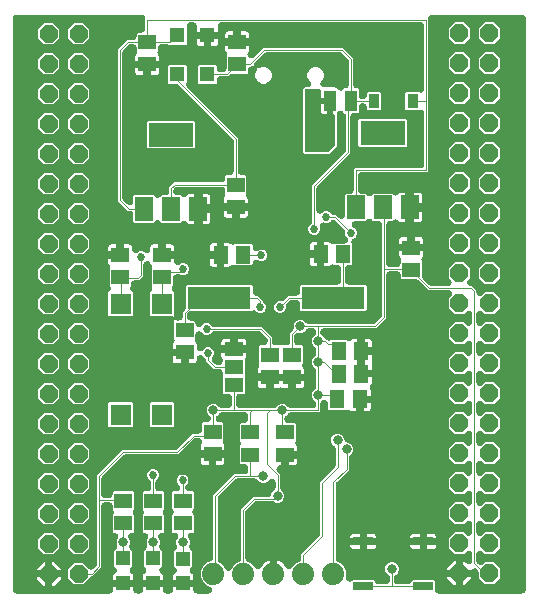
<source format=gbr>
G04 EAGLE Gerber RS-274X export*
G75*
%MOMM*%
%FSLAX34Y34*%
%LPD*%
%INBottom Copper*%
%IPPOS*%
%AMOC8*
5,1,8,0,0,1.08239X$1,22.5*%
G01*
%ADD10R,1.300000X1.500000*%
%ADD11R,1.500000X1.300000*%
%ADD12C,1.879600*%
%ADD13R,1.308000X1.308000*%
%ADD14P,1.649562X8X292.500000*%
%ADD15R,1.020000X1.780000*%
%ADD16R,1.778000X1.778000*%
%ADD17R,1.600200X1.168400*%
%ADD18R,1.200000X1.200000*%
%ADD19R,1.651000X0.762000*%
%ADD20R,1.500000X2.000000*%
%ADD21R,3.800000X2.000000*%
%ADD22R,5.334000X1.930400*%
%ADD23R,0.910000X1.220000*%
%ADD24C,0.050800*%
%ADD25C,0.812800*%
%ADD26C,0.685800*%
%ADD27C,0.889000*%

G36*
X85008Y2293D02*
X85008Y2293D01*
X85084Y2291D01*
X85253Y2313D01*
X85424Y2327D01*
X85498Y2345D01*
X85573Y2355D01*
X85737Y2404D01*
X85903Y2445D01*
X85972Y2475D01*
X86046Y2497D01*
X86199Y2573D01*
X86356Y2640D01*
X86420Y2681D01*
X86489Y2714D01*
X86628Y2813D01*
X86772Y2905D01*
X86829Y2956D01*
X86891Y3000D01*
X87012Y3120D01*
X87140Y3234D01*
X87188Y3293D01*
X87242Y3347D01*
X87343Y3485D01*
X87450Y3618D01*
X87487Y3684D01*
X87532Y3745D01*
X87609Y3898D01*
X87694Y4046D01*
X87720Y4118D01*
X87755Y4186D01*
X87806Y4349D01*
X87865Y4509D01*
X87880Y4584D01*
X87903Y4656D01*
X87915Y4761D01*
X87960Y4993D01*
X87967Y5229D01*
X87979Y5334D01*
X87979Y7916D01*
X96520Y7916D01*
X105061Y7916D01*
X105061Y5334D01*
X105067Y5258D01*
X105065Y5182D01*
X105087Y5013D01*
X105101Y4842D01*
X105119Y4768D01*
X105129Y4693D01*
X105178Y4529D01*
X105219Y4363D01*
X105249Y4294D01*
X105271Y4220D01*
X105347Y4067D01*
X105414Y3910D01*
X105455Y3846D01*
X105488Y3777D01*
X105587Y3638D01*
X105679Y3494D01*
X105730Y3437D01*
X105774Y3375D01*
X105894Y3254D01*
X106008Y3126D01*
X106067Y3078D01*
X106121Y3024D01*
X106259Y2923D01*
X106392Y2816D01*
X106458Y2779D01*
X106519Y2734D01*
X106672Y2657D01*
X106820Y2572D01*
X106892Y2546D01*
X106960Y2511D01*
X107123Y2460D01*
X107283Y2401D01*
X107358Y2386D01*
X107430Y2363D01*
X107535Y2351D01*
X107767Y2306D01*
X108003Y2299D01*
X108108Y2287D01*
X110078Y2287D01*
X110154Y2293D01*
X110230Y2291D01*
X110399Y2313D01*
X110570Y2327D01*
X110644Y2345D01*
X110719Y2355D01*
X110883Y2404D01*
X111049Y2445D01*
X111118Y2475D01*
X111192Y2497D01*
X111345Y2573D01*
X111502Y2640D01*
X111566Y2681D01*
X111635Y2714D01*
X111774Y2813D01*
X111918Y2905D01*
X111975Y2956D01*
X112037Y3000D01*
X112158Y3120D01*
X112286Y3234D01*
X112334Y3293D01*
X112388Y3347D01*
X112489Y3485D01*
X112596Y3618D01*
X112633Y3684D01*
X112678Y3745D01*
X112755Y3898D01*
X112840Y4046D01*
X112866Y4118D01*
X112901Y4186D01*
X112952Y4349D01*
X113011Y4509D01*
X113026Y4584D01*
X113049Y4656D01*
X113061Y4761D01*
X113106Y4993D01*
X113113Y5229D01*
X113125Y5334D01*
X113125Y7916D01*
X121666Y7916D01*
X130207Y7916D01*
X130207Y5334D01*
X130213Y5258D01*
X130211Y5182D01*
X130233Y5013D01*
X130247Y4842D01*
X130265Y4768D01*
X130275Y4693D01*
X130324Y4529D01*
X130365Y4363D01*
X130395Y4294D01*
X130417Y4220D01*
X130493Y4067D01*
X130560Y3910D01*
X130601Y3846D01*
X130634Y3777D01*
X130733Y3638D01*
X130825Y3494D01*
X130876Y3437D01*
X130920Y3375D01*
X131040Y3254D01*
X131154Y3126D01*
X131213Y3078D01*
X131267Y3024D01*
X131405Y2923D01*
X131538Y2816D01*
X131604Y2779D01*
X131665Y2734D01*
X131818Y2657D01*
X131966Y2572D01*
X132038Y2546D01*
X132106Y2511D01*
X132269Y2460D01*
X132429Y2401D01*
X132504Y2386D01*
X132576Y2363D01*
X132681Y2351D01*
X132913Y2306D01*
X133149Y2299D01*
X133254Y2287D01*
X135732Y2287D01*
X135808Y2293D01*
X135884Y2291D01*
X136053Y2313D01*
X136224Y2327D01*
X136298Y2345D01*
X136373Y2355D01*
X136537Y2404D01*
X136703Y2445D01*
X136772Y2475D01*
X136846Y2497D01*
X136999Y2573D01*
X137156Y2640D01*
X137220Y2681D01*
X137289Y2714D01*
X137428Y2813D01*
X137572Y2905D01*
X137629Y2956D01*
X137691Y3000D01*
X137812Y3120D01*
X137940Y3234D01*
X137988Y3293D01*
X138042Y3347D01*
X138143Y3485D01*
X138250Y3618D01*
X138287Y3684D01*
X138332Y3745D01*
X138409Y3898D01*
X138494Y4046D01*
X138520Y4118D01*
X138555Y4186D01*
X138606Y4349D01*
X138665Y4509D01*
X138680Y4584D01*
X138703Y4656D01*
X138715Y4761D01*
X138760Y4993D01*
X138767Y5229D01*
X138779Y5334D01*
X138779Y7789D01*
X147320Y7789D01*
X155861Y7789D01*
X155861Y5334D01*
X155867Y5258D01*
X155865Y5182D01*
X155887Y5013D01*
X155901Y4842D01*
X155919Y4768D01*
X155929Y4693D01*
X155978Y4529D01*
X156019Y4363D01*
X156049Y4294D01*
X156071Y4220D01*
X156147Y4067D01*
X156214Y3910D01*
X156255Y3846D01*
X156288Y3777D01*
X156387Y3638D01*
X156479Y3494D01*
X156530Y3437D01*
X156574Y3375D01*
X156694Y3254D01*
X156808Y3126D01*
X156867Y3078D01*
X156921Y3024D01*
X157059Y2923D01*
X157192Y2816D01*
X157258Y2779D01*
X157319Y2734D01*
X157472Y2657D01*
X157620Y2572D01*
X157692Y2546D01*
X157760Y2511D01*
X157923Y2460D01*
X158083Y2401D01*
X158158Y2386D01*
X158230Y2363D01*
X158335Y2351D01*
X158567Y2306D01*
X158803Y2299D01*
X158908Y2287D01*
X168906Y2287D01*
X169048Y2298D01*
X169190Y2300D01*
X169293Y2318D01*
X169398Y2327D01*
X169536Y2361D01*
X169676Y2386D01*
X169775Y2420D01*
X169876Y2445D01*
X170007Y2502D01*
X170142Y2549D01*
X170234Y2599D01*
X170330Y2640D01*
X170450Y2716D01*
X170575Y2785D01*
X170658Y2849D01*
X170746Y2905D01*
X170852Y3000D01*
X170965Y3087D01*
X171036Y3164D01*
X171114Y3234D01*
X171203Y3345D01*
X171300Y3449D01*
X171358Y3536D01*
X171424Y3618D01*
X171494Y3741D01*
X171573Y3860D01*
X171616Y3956D01*
X171668Y4046D01*
X171717Y4180D01*
X171776Y4310D01*
X171803Y4411D01*
X171839Y4509D01*
X171867Y4649D01*
X171904Y4786D01*
X171914Y4890D01*
X171934Y4993D01*
X171938Y5135D01*
X171953Y5277D01*
X171946Y5382D01*
X171949Y5486D01*
X171931Y5627D01*
X171922Y5770D01*
X171899Y5871D01*
X171885Y5975D01*
X171844Y6112D01*
X171812Y6251D01*
X171773Y6347D01*
X171742Y6447D01*
X171680Y6576D01*
X171626Y6708D01*
X171572Y6797D01*
X171526Y6891D01*
X171443Y7007D01*
X171369Y7128D01*
X171301Y7208D01*
X171240Y7293D01*
X171140Y7394D01*
X171047Y7502D01*
X170967Y7570D01*
X170893Y7644D01*
X170778Y7728D01*
X170669Y7819D01*
X170600Y7857D01*
X170495Y7934D01*
X170107Y8130D01*
X170072Y8149D01*
X166724Y9536D01*
X163651Y12609D01*
X161988Y16623D01*
X161988Y20969D01*
X163651Y24983D01*
X166724Y28056D01*
X170965Y29813D01*
X171159Y29912D01*
X171356Y30008D01*
X171379Y30025D01*
X171404Y30038D01*
X171580Y30167D01*
X171758Y30294D01*
X171778Y30314D01*
X171801Y30331D01*
X171953Y30487D01*
X172109Y30641D01*
X172126Y30664D01*
X172146Y30684D01*
X172271Y30863D01*
X172399Y31039D01*
X172412Y31065D01*
X172429Y31088D01*
X172523Y31285D01*
X172622Y31480D01*
X172630Y31507D01*
X172643Y31533D01*
X172704Y31741D01*
X172770Y31950D01*
X172773Y31974D01*
X172782Y32006D01*
X172843Y32495D01*
X172840Y32575D01*
X172846Y32628D01*
X172846Y85954D01*
X190144Y103252D01*
X199263Y103252D01*
X199339Y103258D01*
X199415Y103256D01*
X199584Y103278D01*
X199755Y103292D01*
X199829Y103310D01*
X199904Y103320D01*
X200068Y103369D01*
X200234Y103410D01*
X200303Y103440D01*
X200377Y103462D01*
X200530Y103538D01*
X200687Y103605D01*
X200751Y103646D01*
X200820Y103679D01*
X200959Y103778D01*
X201103Y103870D01*
X201160Y103921D01*
X201222Y103965D01*
X201343Y104085D01*
X201471Y104199D01*
X201519Y104258D01*
X201573Y104312D01*
X201674Y104450D01*
X201781Y104583D01*
X201818Y104649D01*
X201863Y104710D01*
X201940Y104863D01*
X202025Y105011D01*
X202051Y105083D01*
X202086Y105151D01*
X202137Y105314D01*
X202196Y105474D01*
X202211Y105549D01*
X202234Y105621D01*
X202246Y105726D01*
X202291Y105958D01*
X202298Y106194D01*
X202310Y106299D01*
X202310Y108841D01*
X202304Y108917D01*
X202306Y108993D01*
X202284Y109162D01*
X202270Y109333D01*
X202252Y109407D01*
X202242Y109482D01*
X202193Y109646D01*
X202152Y109812D01*
X202122Y109881D01*
X202100Y109955D01*
X202024Y110108D01*
X201957Y110265D01*
X201916Y110329D01*
X201883Y110398D01*
X201784Y110537D01*
X201692Y110681D01*
X201641Y110738D01*
X201597Y110800D01*
X201477Y110921D01*
X201363Y111049D01*
X201304Y111097D01*
X201250Y111151D01*
X201112Y111252D01*
X200979Y111359D01*
X200913Y111396D01*
X200852Y111441D01*
X200699Y111518D01*
X200551Y111603D01*
X200479Y111629D01*
X200411Y111664D01*
X200248Y111715D01*
X200088Y111774D01*
X200013Y111789D01*
X199941Y111812D01*
X199836Y111824D01*
X199604Y111869D01*
X199368Y111876D01*
X199263Y111888D01*
X195957Y111888D01*
X195064Y112781D01*
X195064Y127045D01*
X195278Y127258D01*
X195327Y127316D01*
X195383Y127368D01*
X195487Y127504D01*
X195597Y127634D01*
X195637Y127699D01*
X195683Y127760D01*
X195764Y127910D01*
X195852Y128057D01*
X195880Y128128D01*
X195916Y128195D01*
X195972Y128356D01*
X196035Y128515D01*
X196052Y128589D01*
X196076Y128661D01*
X196105Y128830D01*
X196142Y128996D01*
X196146Y129073D01*
X196159Y129148D01*
X196160Y129318D01*
X196170Y129489D01*
X196161Y129565D01*
X196162Y129641D01*
X196135Y129810D01*
X196117Y129980D01*
X196097Y130053D01*
X196085Y130128D01*
X196032Y130291D01*
X195987Y130455D01*
X195955Y130524D01*
X195931Y130597D01*
X195852Y130749D01*
X195781Y130904D01*
X195738Y130967D01*
X195703Y131035D01*
X195638Y131117D01*
X195506Y131313D01*
X195344Y131485D01*
X195278Y131568D01*
X195064Y131781D01*
X195064Y146045D01*
X195957Y146938D01*
X199263Y146938D01*
X199339Y146944D01*
X199415Y146942D01*
X199584Y146964D01*
X199755Y146978D01*
X199829Y146996D01*
X199904Y147006D01*
X200068Y147055D01*
X200234Y147096D01*
X200303Y147126D01*
X200377Y147148D01*
X200530Y147224D01*
X200687Y147291D01*
X200751Y147332D01*
X200820Y147365D01*
X200959Y147464D01*
X201103Y147556D01*
X201160Y147607D01*
X201222Y147651D01*
X201343Y147771D01*
X201471Y147885D01*
X201519Y147944D01*
X201573Y147998D01*
X201674Y148136D01*
X201781Y148269D01*
X201818Y148335D01*
X201863Y148396D01*
X201940Y148549D01*
X202025Y148697D01*
X202051Y148769D01*
X202086Y148837D01*
X202137Y149000D01*
X202196Y149160D01*
X202211Y149235D01*
X202234Y149307D01*
X202246Y149412D01*
X202291Y149644D01*
X202298Y149880D01*
X202310Y149985D01*
X202310Y152654D01*
X202304Y152730D01*
X202306Y152806D01*
X202284Y152975D01*
X202270Y153146D01*
X202252Y153220D01*
X202242Y153295D01*
X202193Y153459D01*
X202152Y153625D01*
X202122Y153694D01*
X202100Y153768D01*
X202024Y153921D01*
X201957Y154078D01*
X201916Y154142D01*
X201883Y154211D01*
X201784Y154350D01*
X201692Y154494D01*
X201641Y154551D01*
X201597Y154613D01*
X201477Y154734D01*
X201363Y154862D01*
X201304Y154910D01*
X201250Y154964D01*
X201112Y155065D01*
X200979Y155172D01*
X200913Y155209D01*
X200852Y155254D01*
X200699Y155331D01*
X200551Y155416D01*
X200479Y155442D01*
X200411Y155477D01*
X200248Y155528D01*
X200088Y155587D01*
X200013Y155602D01*
X199941Y155625D01*
X199836Y155637D01*
X199604Y155682D01*
X199368Y155689D01*
X199263Y155701D01*
X180069Y155701D01*
X179851Y155684D01*
X179632Y155670D01*
X179605Y155664D01*
X179577Y155661D01*
X179364Y155609D01*
X179151Y155560D01*
X179125Y155549D01*
X179098Y155543D01*
X178896Y155456D01*
X178694Y155374D01*
X178670Y155359D01*
X178645Y155348D01*
X178460Y155231D01*
X178273Y155116D01*
X178252Y155098D01*
X178229Y155083D01*
X178066Y154938D01*
X177900Y154795D01*
X177882Y154773D01*
X177861Y154754D01*
X177724Y154585D01*
X177700Y154556D01*
X175664Y152521D01*
X175640Y152492D01*
X175611Y152466D01*
X175480Y152304D01*
X175345Y152145D01*
X175325Y152112D01*
X175301Y152082D01*
X175198Y151901D01*
X175090Y151722D01*
X175076Y151687D01*
X175057Y151654D01*
X174985Y151458D01*
X174907Y151264D01*
X174899Y151227D01*
X174886Y151191D01*
X174846Y150986D01*
X174800Y150782D01*
X174798Y150744D01*
X174791Y150707D01*
X174785Y150499D01*
X174773Y150290D01*
X174777Y150252D01*
X174776Y150214D01*
X174803Y150007D01*
X174825Y149799D01*
X174835Y149763D01*
X174840Y149725D01*
X174900Y149525D01*
X174956Y149324D01*
X174972Y149289D01*
X174983Y149252D01*
X175074Y149065D01*
X175161Y148875D01*
X175183Y148844D01*
X175199Y148809D01*
X175320Y148639D01*
X175437Y148466D01*
X175463Y148438D01*
X175485Y148407D01*
X175631Y148259D01*
X175775Y148106D01*
X175805Y148083D01*
X175832Y148056D01*
X176000Y147933D01*
X176166Y147806D01*
X176200Y147788D01*
X176230Y147766D01*
X176416Y147672D01*
X176601Y147573D01*
X176637Y147560D01*
X176671Y147543D01*
X176870Y147481D01*
X177067Y147413D01*
X177105Y147407D01*
X177141Y147395D01*
X177234Y147385D01*
X177554Y147330D01*
X177726Y147329D01*
X177819Y147319D01*
X180280Y147319D01*
X181173Y146426D01*
X181173Y131984D01*
X181103Y131869D01*
X181075Y131798D01*
X181039Y131731D01*
X180984Y131569D01*
X180920Y131411D01*
X180904Y131336D01*
X180879Y131264D01*
X180850Y131096D01*
X180814Y130929D01*
X180809Y130853D01*
X180796Y130778D01*
X180795Y130607D01*
X180786Y130436D01*
X180794Y130360D01*
X180793Y130284D01*
X180820Y130116D01*
X180838Y129946D01*
X180858Y129872D01*
X180870Y129797D01*
X180924Y129634D01*
X180969Y129470D01*
X181000Y129401D01*
X181024Y129328D01*
X181103Y129177D01*
X181174Y129022D01*
X181217Y128958D01*
X181252Y128891D01*
X181318Y128809D01*
X181450Y128612D01*
X181612Y128440D01*
X181678Y128358D01*
X181681Y128354D01*
X182016Y127775D01*
X182189Y127129D01*
X182189Y123543D01*
X172350Y123543D01*
X172274Y123537D01*
X172198Y123539D01*
X172121Y123529D01*
X172051Y123531D01*
X171946Y123543D01*
X162107Y123543D01*
X162107Y127129D01*
X162280Y127775D01*
X162615Y128354D01*
X162618Y128358D01*
X162668Y128416D01*
X162723Y128468D01*
X162827Y128603D01*
X162938Y128733D01*
X162977Y128799D01*
X163024Y128859D01*
X163104Y129010D01*
X163193Y129156D01*
X163221Y129227D01*
X163257Y129294D01*
X163312Y129456D01*
X163376Y129614D01*
X163392Y129689D01*
X163417Y129761D01*
X163446Y129929D01*
X163482Y130096D01*
X163487Y130172D01*
X163500Y130247D01*
X163501Y130418D01*
X163510Y130588D01*
X163502Y130664D01*
X163503Y130741D01*
X163476Y130909D01*
X163458Y131079D01*
X163438Y131152D01*
X163426Y131228D01*
X163373Y131390D01*
X163327Y131555D01*
X163295Y131624D01*
X163272Y131696D01*
X163193Y131848D01*
X163122Y132003D01*
X163079Y132066D01*
X163044Y132134D01*
X162978Y132216D01*
X162846Y132412D01*
X162810Y132451D01*
X162770Y132544D01*
X162729Y132608D01*
X162696Y132677D01*
X162597Y132816D01*
X162505Y132960D01*
X162454Y133017D01*
X162410Y133079D01*
X162290Y133200D01*
X162176Y133328D01*
X162117Y133376D01*
X162063Y133430D01*
X161925Y133531D01*
X161792Y133638D01*
X161726Y133675D01*
X161665Y133720D01*
X161512Y133797D01*
X161364Y133882D01*
X161292Y133908D01*
X161224Y133943D01*
X161061Y133994D01*
X160901Y134053D01*
X160826Y134068D01*
X160754Y134091D01*
X160649Y134103D01*
X160417Y134148D01*
X160181Y134155D01*
X160076Y134167D01*
X158265Y134167D01*
X158151Y134158D01*
X158037Y134159D01*
X157906Y134138D01*
X157773Y134127D01*
X157663Y134100D01*
X157550Y134082D01*
X157423Y134041D01*
X157294Y134009D01*
X157190Y133964D01*
X157081Y133928D01*
X156963Y133866D01*
X156841Y133814D01*
X156745Y133753D01*
X156643Y133700D01*
X156570Y133641D01*
X156425Y133549D01*
X156183Y133333D01*
X156110Y133275D01*
X142977Y120141D01*
X98519Y120141D01*
X98405Y120132D01*
X98291Y120133D01*
X98160Y120112D01*
X98027Y120101D01*
X97917Y120074D01*
X97804Y120056D01*
X97677Y120015D01*
X97548Y119983D01*
X97444Y119938D01*
X97335Y119902D01*
X97217Y119840D01*
X97095Y119788D01*
X96999Y119727D01*
X96897Y119674D01*
X96824Y119615D01*
X96679Y119523D01*
X96437Y119307D01*
X96364Y119249D01*
X78871Y101756D01*
X78797Y101669D01*
X78716Y101588D01*
X78638Y101481D01*
X78552Y101380D01*
X78493Y101282D01*
X78426Y101190D01*
X78366Y101071D01*
X78297Y100957D01*
X78255Y100851D01*
X78203Y100749D01*
X78163Y100622D01*
X78114Y100499D01*
X78089Y100388D01*
X78055Y100279D01*
X78045Y100185D01*
X78007Y100018D01*
X77989Y99693D01*
X77979Y99601D01*
X77979Y86106D01*
X77985Y86030D01*
X77983Y85954D01*
X78005Y85785D01*
X78019Y85614D01*
X78037Y85540D01*
X78047Y85465D01*
X78096Y85301D01*
X78137Y85135D01*
X78167Y85066D01*
X78189Y84992D01*
X78265Y84839D01*
X78332Y84682D01*
X78373Y84618D01*
X78406Y84549D01*
X78505Y84410D01*
X78597Y84266D01*
X78648Y84209D01*
X78692Y84147D01*
X78812Y84026D01*
X78926Y83898D01*
X78985Y83850D01*
X79039Y83796D01*
X79177Y83695D01*
X79310Y83588D01*
X79376Y83551D01*
X79437Y83506D01*
X79590Y83429D01*
X79738Y83344D01*
X79810Y83318D01*
X79878Y83283D01*
X80041Y83232D01*
X80201Y83173D01*
X80276Y83158D01*
X80348Y83135D01*
X80453Y83123D01*
X80685Y83078D01*
X80921Y83071D01*
X81026Y83059D01*
X84447Y83059D01*
X84523Y83065D01*
X84599Y83063D01*
X84768Y83085D01*
X84939Y83099D01*
X85013Y83117D01*
X85088Y83127D01*
X85252Y83176D01*
X85418Y83217D01*
X85487Y83247D01*
X85561Y83269D01*
X85714Y83345D01*
X85871Y83412D01*
X85935Y83453D01*
X86004Y83486D01*
X86143Y83585D01*
X86287Y83677D01*
X86344Y83728D01*
X86406Y83772D01*
X86527Y83892D01*
X86655Y84006D01*
X86703Y84065D01*
X86757Y84119D01*
X86858Y84257D01*
X86965Y84390D01*
X87002Y84456D01*
X87047Y84517D01*
X87124Y84670D01*
X87209Y84818D01*
X87235Y84890D01*
X87270Y84958D01*
X87321Y85121D01*
X87380Y85281D01*
X87395Y85356D01*
X87418Y85428D01*
X87430Y85533D01*
X87475Y85765D01*
X87482Y86001D01*
X87494Y86106D01*
X87494Y87814D01*
X88387Y88707D01*
X104651Y88707D01*
X105544Y87814D01*
X105544Y73550D01*
X105330Y73337D01*
X105281Y73279D01*
X105225Y73226D01*
X105121Y73091D01*
X105011Y72961D01*
X104971Y72895D01*
X104925Y72835D01*
X104844Y72685D01*
X104756Y72538D01*
X104728Y72467D01*
X104692Y72400D01*
X104636Y72239D01*
X104573Y72080D01*
X104556Y72006D01*
X104532Y71934D01*
X104503Y71765D01*
X104466Y71598D01*
X104462Y71522D01*
X104449Y71447D01*
X104448Y71276D01*
X104438Y71106D01*
X104447Y71030D01*
X104446Y70954D01*
X104473Y70785D01*
X104491Y70615D01*
X104511Y70542D01*
X104523Y70467D01*
X104576Y70304D01*
X104621Y70140D01*
X104653Y70070D01*
X104677Y69998D01*
X104756Y69847D01*
X104827Y69691D01*
X104870Y69628D01*
X104905Y69560D01*
X104970Y69478D01*
X105102Y69282D01*
X105264Y69109D01*
X105330Y69027D01*
X105544Y68814D01*
X105544Y54550D01*
X104651Y53657D01*
X103842Y53657D01*
X103662Y53643D01*
X103482Y53636D01*
X103417Y53623D01*
X103350Y53617D01*
X103175Y53574D01*
X102998Y53538D01*
X102936Y53515D01*
X102871Y53499D01*
X102705Y53427D01*
X102537Y53364D01*
X102479Y53330D01*
X102418Y53304D01*
X102266Y53207D01*
X102110Y53117D01*
X102058Y53075D01*
X102002Y53039D01*
X101868Y52919D01*
X101728Y52804D01*
X101684Y52755D01*
X101634Y52710D01*
X101521Y52570D01*
X101401Y52435D01*
X101366Y52378D01*
X101324Y52326D01*
X101235Y52170D01*
X101139Y52017D01*
X101113Y51955D01*
X101080Y51898D01*
X101017Y51728D01*
X100947Y51562D01*
X100932Y51498D01*
X100909Y51435D01*
X100874Y51258D01*
X100832Y51083D01*
X100827Y51016D01*
X100814Y50951D01*
X100808Y50771D01*
X100795Y50591D01*
X100801Y50524D01*
X100799Y50458D01*
X100822Y50279D01*
X100838Y50099D01*
X100852Y50049D01*
X100863Y49969D01*
X101005Y49497D01*
X101020Y49466D01*
X101027Y49444D01*
X102109Y46832D01*
X102109Y44608D01*
X101694Y43606D01*
X101627Y43398D01*
X101556Y43192D01*
X101551Y43163D01*
X101542Y43136D01*
X101510Y42921D01*
X101473Y42705D01*
X101473Y42677D01*
X101469Y42649D01*
X101471Y42431D01*
X101470Y42212D01*
X101475Y42184D01*
X101475Y42155D01*
X101513Y41941D01*
X101547Y41725D01*
X101556Y41697D01*
X101561Y41670D01*
X101633Y41464D01*
X101701Y41256D01*
X101714Y41231D01*
X101724Y41204D01*
X101828Y41012D01*
X101929Y40818D01*
X101943Y40800D01*
X101960Y40771D01*
X102262Y40381D01*
X102321Y40326D01*
X102354Y40285D01*
X104045Y38595D01*
X104045Y25331D01*
X102849Y24136D01*
X102702Y23963D01*
X102552Y23791D01*
X102542Y23775D01*
X102530Y23760D01*
X102412Y23564D01*
X102292Y23371D01*
X102285Y23354D01*
X102275Y23338D01*
X102190Y23125D01*
X102104Y22915D01*
X102099Y22897D01*
X102092Y22879D01*
X102043Y22656D01*
X101991Y22435D01*
X101990Y22416D01*
X101985Y22398D01*
X101973Y22169D01*
X101957Y21943D01*
X101959Y21924D01*
X101958Y21905D01*
X101982Y21679D01*
X102003Y21452D01*
X102008Y21433D01*
X102010Y21415D01*
X102070Y21196D01*
X102128Y20974D01*
X102136Y20957D01*
X102141Y20939D01*
X102236Y20732D01*
X102328Y20524D01*
X102338Y20508D01*
X102346Y20491D01*
X102473Y20302D01*
X102598Y20111D01*
X102611Y20097D01*
X102622Y20081D01*
X102777Y19916D01*
X102932Y19747D01*
X102944Y19738D01*
X102960Y19722D01*
X103351Y19421D01*
X103432Y19378D01*
X103480Y19342D01*
X104080Y18996D01*
X104553Y18523D01*
X104888Y17944D01*
X105061Y17298D01*
X105061Y14010D01*
X96520Y14010D01*
X87979Y14010D01*
X87979Y17298D01*
X88152Y17944D01*
X88487Y18523D01*
X88960Y18996D01*
X89560Y19342D01*
X89747Y19472D01*
X89936Y19599D01*
X89950Y19612D01*
X89965Y19623D01*
X90130Y19782D01*
X90296Y19937D01*
X90307Y19952D01*
X90321Y19965D01*
X90458Y20148D01*
X90596Y20328D01*
X90605Y20345D01*
X90616Y20360D01*
X90721Y20562D01*
X90829Y20763D01*
X90835Y20781D01*
X90844Y20798D01*
X90915Y21013D01*
X90989Y21230D01*
X90992Y21248D01*
X90998Y21266D01*
X91033Y21490D01*
X91072Y21716D01*
X91072Y21735D01*
X91075Y21754D01*
X91073Y21980D01*
X91075Y22209D01*
X91072Y22228D01*
X91072Y22247D01*
X91034Y22471D01*
X90998Y22697D01*
X90992Y22715D01*
X90989Y22733D01*
X90915Y22949D01*
X90844Y23165D01*
X90835Y23182D01*
X90829Y23200D01*
X90721Y23401D01*
X90616Y23603D01*
X90606Y23615D01*
X90596Y23635D01*
X90295Y24026D01*
X90228Y24090D01*
X90191Y24136D01*
X88995Y25331D01*
X88995Y38595D01*
X90686Y40285D01*
X90827Y40451D01*
X90972Y40615D01*
X90987Y40639D01*
X91005Y40661D01*
X91118Y40848D01*
X91234Y41033D01*
X91245Y41059D01*
X91260Y41084D01*
X91341Y41285D01*
X91426Y41488D01*
X91432Y41515D01*
X91443Y41542D01*
X91490Y41755D01*
X91542Y41967D01*
X91544Y41996D01*
X91550Y42023D01*
X91562Y42242D01*
X91578Y42459D01*
X91576Y42487D01*
X91577Y42516D01*
X91554Y42734D01*
X91535Y42951D01*
X91529Y42973D01*
X91525Y43007D01*
X91395Y43482D01*
X91361Y43555D01*
X91346Y43606D01*
X90931Y44608D01*
X90931Y46832D01*
X92013Y49444D01*
X92069Y49616D01*
X92131Y49785D01*
X92144Y49850D01*
X92165Y49913D01*
X92192Y50092D01*
X92226Y50269D01*
X92228Y50335D01*
X92238Y50401D01*
X92236Y50582D01*
X92241Y50762D01*
X92233Y50828D01*
X92232Y50895D01*
X92201Y51072D01*
X92177Y51251D01*
X92158Y51315D01*
X92146Y51380D01*
X92087Y51550D01*
X92035Y51724D01*
X92005Y51783D01*
X91983Y51846D01*
X91897Y52005D01*
X91818Y52167D01*
X91779Y52221D01*
X91747Y52279D01*
X91636Y52422D01*
X91532Y52569D01*
X91485Y52616D01*
X91445Y52669D01*
X91312Y52792D01*
X91185Y52920D01*
X91132Y52959D01*
X91083Y53004D01*
X90933Y53104D01*
X90787Y53210D01*
X90727Y53240D01*
X90672Y53277D01*
X90507Y53351D01*
X90346Y53433D01*
X90283Y53453D01*
X90222Y53480D01*
X90048Y53527D01*
X89876Y53581D01*
X89823Y53587D01*
X89746Y53608D01*
X89255Y53657D01*
X89221Y53655D01*
X89198Y53657D01*
X88387Y53657D01*
X87494Y54550D01*
X87494Y68814D01*
X87708Y69027D01*
X87757Y69085D01*
X87813Y69137D01*
X87917Y69273D01*
X88027Y69403D01*
X88067Y69468D01*
X88113Y69529D01*
X88194Y69679D01*
X88282Y69826D01*
X88310Y69897D01*
X88346Y69964D01*
X88402Y70125D01*
X88465Y70284D01*
X88482Y70358D01*
X88506Y70430D01*
X88535Y70599D01*
X88572Y70765D01*
X88576Y70842D01*
X88589Y70917D01*
X88590Y71087D01*
X88600Y71258D01*
X88591Y71334D01*
X88592Y71410D01*
X88565Y71579D01*
X88547Y71749D01*
X88527Y71822D01*
X88515Y71897D01*
X88462Y72060D01*
X88417Y72224D01*
X88385Y72293D01*
X88361Y72366D01*
X88282Y72518D01*
X88211Y72673D01*
X88168Y72736D01*
X88133Y72804D01*
X88068Y72886D01*
X87936Y73082D01*
X87774Y73254D01*
X87708Y73337D01*
X87494Y73550D01*
X87494Y76454D01*
X87488Y76530D01*
X87490Y76606D01*
X87468Y76775D01*
X87454Y76946D01*
X87436Y77020D01*
X87426Y77095D01*
X87377Y77259D01*
X87336Y77425D01*
X87306Y77494D01*
X87284Y77568D01*
X87208Y77721D01*
X87141Y77878D01*
X87100Y77942D01*
X87067Y78011D01*
X86968Y78150D01*
X86876Y78294D01*
X86825Y78351D01*
X86781Y78413D01*
X86661Y78534D01*
X86547Y78662D01*
X86488Y78710D01*
X86434Y78764D01*
X86296Y78865D01*
X86163Y78972D01*
X86097Y79009D01*
X86036Y79054D01*
X85883Y79131D01*
X85735Y79216D01*
X85663Y79242D01*
X85595Y79277D01*
X85432Y79328D01*
X85272Y79387D01*
X85197Y79402D01*
X85125Y79425D01*
X85020Y79437D01*
X84788Y79482D01*
X84552Y79489D01*
X84447Y79501D01*
X81026Y79501D01*
X80950Y79495D01*
X80874Y79497D01*
X80705Y79475D01*
X80534Y79461D01*
X80460Y79443D01*
X80385Y79433D01*
X80221Y79384D01*
X80055Y79343D01*
X79986Y79313D01*
X79912Y79291D01*
X79759Y79215D01*
X79602Y79148D01*
X79538Y79107D01*
X79469Y79074D01*
X79330Y78975D01*
X79186Y78883D01*
X79129Y78832D01*
X79067Y78788D01*
X78946Y78668D01*
X78818Y78554D01*
X78770Y78495D01*
X78716Y78441D01*
X78615Y78303D01*
X78508Y78170D01*
X78471Y78104D01*
X78426Y78043D01*
X78349Y77890D01*
X78264Y77742D01*
X78238Y77670D01*
X78203Y77602D01*
X78152Y77439D01*
X78093Y77279D01*
X78078Y77204D01*
X78055Y77132D01*
X78043Y77027D01*
X77998Y76795D01*
X77991Y76559D01*
X77979Y76454D01*
X77979Y24663D01*
X70627Y17312D01*
X70609Y17309D01*
X70438Y17295D01*
X70364Y17277D01*
X70289Y17267D01*
X70125Y17218D01*
X69959Y17177D01*
X69890Y17147D01*
X69816Y17125D01*
X69663Y17049D01*
X69506Y16982D01*
X69442Y16941D01*
X69373Y16908D01*
X69234Y16809D01*
X69090Y16717D01*
X69033Y16666D01*
X68971Y16622D01*
X68850Y16502D01*
X68722Y16388D01*
X68674Y16329D01*
X68620Y16275D01*
X68519Y16137D01*
X68412Y16004D01*
X68375Y15938D01*
X68330Y15877D01*
X68253Y15724D01*
X68216Y15659D01*
X62526Y9969D01*
X54950Y9969D01*
X49593Y15326D01*
X49593Y22902D01*
X54950Y28259D01*
X62526Y28259D01*
X67380Y23405D01*
X67438Y23355D01*
X67490Y23300D01*
X67625Y23196D01*
X67756Y23085D01*
X67821Y23046D01*
X67881Y23000D01*
X68032Y22919D01*
X68178Y22831D01*
X68249Y22802D01*
X68316Y22766D01*
X68478Y22711D01*
X68636Y22648D01*
X68711Y22631D01*
X68783Y22606D01*
X68951Y22578D01*
X69118Y22541D01*
X69194Y22537D01*
X69269Y22524D01*
X69440Y22523D01*
X69611Y22513D01*
X69686Y22521D01*
X69763Y22521D01*
X69932Y22547D01*
X70101Y22565D01*
X70175Y22586D01*
X70250Y22597D01*
X70412Y22651D01*
X70577Y22696D01*
X70646Y22728D01*
X70719Y22752D01*
X70870Y22831D01*
X71025Y22902D01*
X71089Y22944D01*
X71156Y22980D01*
X71238Y23045D01*
X71435Y23177D01*
X71607Y23339D01*
X71689Y23405D01*
X73529Y25244D01*
X73603Y25331D01*
X73684Y25412D01*
X73762Y25519D01*
X73848Y25620D01*
X73907Y25718D01*
X73974Y25810D01*
X74034Y25929D01*
X74103Y26043D01*
X74145Y26149D01*
X74197Y26251D01*
X74237Y26377D01*
X74286Y26501D01*
X74311Y26612D01*
X74345Y26721D01*
X74355Y26815D01*
X74393Y26983D01*
X74411Y27307D01*
X74421Y27399D01*
X74421Y102337D01*
X95783Y123699D01*
X140241Y123699D01*
X140355Y123708D01*
X140469Y123707D01*
X140600Y123728D01*
X140733Y123739D01*
X140843Y123766D01*
X140956Y123784D01*
X141083Y123825D01*
X141212Y123857D01*
X141316Y123902D01*
X141425Y123938D01*
X141543Y124000D01*
X141665Y124052D01*
X141761Y124113D01*
X141863Y124166D01*
X141936Y124225D01*
X142081Y124317D01*
X142323Y124533D01*
X142396Y124591D01*
X155529Y137725D01*
X160076Y137725D01*
X160152Y137731D01*
X160228Y137729D01*
X160397Y137751D01*
X160568Y137765D01*
X160642Y137783D01*
X160717Y137793D01*
X160881Y137842D01*
X161047Y137883D01*
X161116Y137913D01*
X161190Y137935D01*
X161343Y138011D01*
X161500Y138078D01*
X161564Y138119D01*
X161633Y138152D01*
X161772Y138251D01*
X161916Y138343D01*
X161973Y138394D01*
X162035Y138438D01*
X162156Y138558D01*
X162284Y138672D01*
X162332Y138731D01*
X162386Y138785D01*
X162487Y138923D01*
X162594Y139056D01*
X162631Y139122D01*
X162676Y139183D01*
X162753Y139336D01*
X162838Y139484D01*
X162864Y139556D01*
X162899Y139624D01*
X162950Y139787D01*
X163009Y139947D01*
X163024Y140022D01*
X163047Y140094D01*
X163059Y140199D01*
X163104Y140431D01*
X163111Y140667D01*
X163123Y140772D01*
X163123Y146426D01*
X164016Y147319D01*
X167621Y147319D01*
X167659Y147322D01*
X167697Y147320D01*
X167905Y147342D01*
X168113Y147359D01*
X168150Y147368D01*
X168188Y147372D01*
X168389Y147427D01*
X168591Y147477D01*
X168626Y147492D01*
X168663Y147503D01*
X168853Y147590D01*
X169045Y147672D01*
X169077Y147692D01*
X169112Y147708D01*
X169285Y147825D01*
X169461Y147937D01*
X169489Y147962D01*
X169521Y147984D01*
X169673Y148127D01*
X169829Y148266D01*
X169853Y148295D01*
X169881Y148321D01*
X170007Y148487D01*
X170139Y148650D01*
X170158Y148683D01*
X170181Y148713D01*
X170280Y148897D01*
X170383Y149078D01*
X170396Y149114D01*
X170414Y149148D01*
X170482Y149345D01*
X170554Y149541D01*
X170562Y149578D01*
X170574Y149614D01*
X170609Y149821D01*
X170649Y150025D01*
X170650Y150063D01*
X170657Y150101D01*
X170658Y150310D01*
X170664Y150518D01*
X170659Y150556D01*
X170660Y150594D01*
X170627Y150801D01*
X170600Y151007D01*
X170589Y151044D01*
X170583Y151081D01*
X170518Y151280D01*
X170457Y151479D01*
X170441Y151514D01*
X170429Y151550D01*
X170332Y151735D01*
X170241Y151923D01*
X170219Y151954D01*
X170201Y151988D01*
X170143Y152060D01*
X169955Y152325D01*
X169834Y152447D01*
X169776Y152521D01*
X167982Y154314D01*
X167131Y156368D01*
X167131Y158592D01*
X167982Y160646D01*
X169554Y162218D01*
X171608Y163069D01*
X173832Y163069D01*
X175886Y162218D01*
X177680Y160424D01*
X177734Y160347D01*
X177754Y160327D01*
X177771Y160304D01*
X177928Y160151D01*
X178081Y159996D01*
X178104Y159980D01*
X178124Y159960D01*
X178303Y159834D01*
X178480Y159706D01*
X178505Y159693D01*
X178528Y159677D01*
X178725Y159582D01*
X178920Y159483D01*
X178947Y159475D01*
X178972Y159463D01*
X179182Y159401D01*
X179391Y159335D01*
X179414Y159332D01*
X179446Y159323D01*
X179935Y159262D01*
X180016Y159265D01*
X180069Y159259D01*
X185420Y159259D01*
X185496Y159265D01*
X185572Y159263D01*
X185741Y159285D01*
X185912Y159299D01*
X185986Y159317D01*
X186061Y159327D01*
X186225Y159376D01*
X186391Y159417D01*
X186460Y159447D01*
X186534Y159469D01*
X186687Y159545D01*
X186844Y159612D01*
X186908Y159653D01*
X186977Y159686D01*
X187116Y159785D01*
X187260Y159877D01*
X187317Y159928D01*
X187379Y159972D01*
X187500Y160092D01*
X187628Y160206D01*
X187676Y160265D01*
X187730Y160319D01*
X187831Y160457D01*
X187938Y160590D01*
X187975Y160656D01*
X188020Y160717D01*
X188097Y160870D01*
X188182Y161018D01*
X188208Y161090D01*
X188243Y161158D01*
X188294Y161321D01*
X188353Y161481D01*
X188368Y161556D01*
X188391Y161628D01*
X188403Y161733D01*
X188448Y161965D01*
X188455Y162201D01*
X188467Y162306D01*
X188467Y168402D01*
X188461Y168478D01*
X188463Y168554D01*
X188441Y168723D01*
X188427Y168894D01*
X188409Y168968D01*
X188399Y169043D01*
X188350Y169207D01*
X188309Y169373D01*
X188279Y169442D01*
X188257Y169516D01*
X188181Y169669D01*
X188114Y169826D01*
X188073Y169890D01*
X188040Y169959D01*
X187941Y170098D01*
X187849Y170242D01*
X187798Y170299D01*
X187754Y170361D01*
X187634Y170482D01*
X187520Y170610D01*
X187461Y170658D01*
X187407Y170712D01*
X187269Y170813D01*
X187136Y170920D01*
X187070Y170957D01*
X187009Y171002D01*
X186856Y171079D01*
X186708Y171164D01*
X186636Y171190D01*
X186568Y171225D01*
X186405Y171276D01*
X186245Y171335D01*
X186170Y171350D01*
X186098Y171373D01*
X185993Y171385D01*
X185761Y171430D01*
X185525Y171437D01*
X185420Y171449D01*
X181613Y171449D01*
X180720Y172342D01*
X180720Y189230D01*
X180714Y189306D01*
X180716Y189382D01*
X180694Y189551D01*
X180680Y189722D01*
X180662Y189796D01*
X180652Y189871D01*
X180603Y190035D01*
X180562Y190201D01*
X180532Y190270D01*
X180510Y190344D01*
X180434Y190497D01*
X180367Y190654D01*
X180326Y190718D01*
X180293Y190787D01*
X180194Y190926D01*
X180102Y191070D01*
X180051Y191127D01*
X180007Y191189D01*
X179887Y191310D01*
X179773Y191438D01*
X179714Y191486D01*
X179660Y191540D01*
X179522Y191641D01*
X179389Y191748D01*
X179323Y191785D01*
X179262Y191830D01*
X179109Y191907D01*
X178961Y191992D01*
X178889Y192018D01*
X178821Y192053D01*
X178658Y192104D01*
X178498Y192163D01*
X178423Y192178D01*
X178351Y192201D01*
X178246Y192213D01*
X178014Y192258D01*
X177778Y192265D01*
X177673Y192277D01*
X173507Y192277D01*
X171573Y194212D01*
X168558Y197227D01*
X166623Y199161D01*
X166623Y199251D01*
X166614Y199365D01*
X166615Y199479D01*
X166594Y199610D01*
X166583Y199743D01*
X166556Y199853D01*
X166538Y199966D01*
X166497Y200093D01*
X166465Y200221D01*
X166420Y200326D01*
X166384Y200435D01*
X166322Y200553D01*
X166270Y200675D01*
X166209Y200771D01*
X166156Y200872D01*
X166097Y200946D01*
X166005Y201091D01*
X165789Y201333D01*
X165731Y201406D01*
X163833Y203304D01*
X163804Y203328D01*
X163778Y203357D01*
X163616Y203488D01*
X163457Y203623D01*
X163424Y203643D01*
X163394Y203667D01*
X163214Y203770D01*
X163034Y203878D01*
X162999Y203892D01*
X162966Y203911D01*
X162770Y203983D01*
X162576Y204061D01*
X162539Y204069D01*
X162503Y204082D01*
X162298Y204122D01*
X162094Y204168D01*
X162056Y204170D01*
X162019Y204177D01*
X161811Y204183D01*
X161602Y204195D01*
X161564Y204191D01*
X161526Y204192D01*
X161319Y204165D01*
X161111Y204143D01*
X161075Y204133D01*
X161037Y204128D01*
X160837Y204068D01*
X160636Y204012D01*
X160601Y203996D01*
X160564Y203985D01*
X160377Y203894D01*
X160187Y203807D01*
X160155Y203785D01*
X160121Y203769D01*
X159951Y203648D01*
X159778Y203531D01*
X159750Y203505D01*
X159719Y203483D01*
X159570Y203336D01*
X159418Y203193D01*
X159395Y203163D01*
X159368Y203136D01*
X159245Y202968D01*
X159118Y202802D01*
X159100Y202768D01*
X159078Y202738D01*
X158984Y202551D01*
X158885Y202367D01*
X158873Y202331D01*
X158855Y202297D01*
X158793Y202098D01*
X158725Y201901D01*
X158719Y201863D01*
X158707Y201827D01*
X158697Y201734D01*
X158642Y201414D01*
X158641Y201242D01*
X158631Y201149D01*
X158631Y199565D01*
X158458Y198919D01*
X158123Y198340D01*
X157650Y197867D01*
X157071Y197532D01*
X156425Y197359D01*
X151839Y197359D01*
X151839Y206198D01*
X151833Y206274D01*
X151835Y206350D01*
X151813Y206519D01*
X151799Y206690D01*
X151781Y206763D01*
X151771Y206839D01*
X151722Y207003D01*
X151681Y207168D01*
X151651Y207238D01*
X151629Y207311D01*
X151553Y207465D01*
X151486Y207622D01*
X151445Y207686D01*
X151412Y207754D01*
X151313Y207894D01*
X151221Y208038D01*
X151170Y208095D01*
X151126Y208157D01*
X151006Y208278D01*
X150892Y208406D01*
X150833Y208454D01*
X150779Y208508D01*
X150739Y208537D01*
X150722Y208561D01*
X150602Y208682D01*
X150488Y208810D01*
X150429Y208858D01*
X150375Y208912D01*
X150237Y209013D01*
X150104Y209120D01*
X150038Y209157D01*
X149976Y209202D01*
X149824Y209279D01*
X149675Y209364D01*
X149604Y209390D01*
X149536Y209425D01*
X149373Y209476D01*
X149213Y209535D01*
X149138Y209550D01*
X149066Y209573D01*
X148961Y209585D01*
X148729Y209630D01*
X148493Y209637D01*
X148388Y209649D01*
X138549Y209649D01*
X138549Y213235D01*
X138722Y213881D01*
X139057Y214460D01*
X139061Y214464D01*
X139110Y214522D01*
X139165Y214574D01*
X139269Y214709D01*
X139380Y214840D01*
X139419Y214905D01*
X139466Y214965D01*
X139546Y215116D01*
X139635Y215262D01*
X139663Y215333D01*
X139699Y215400D01*
X139754Y215562D01*
X139818Y215720D01*
X139834Y215794D01*
X139859Y215867D01*
X139888Y216035D01*
X139924Y216202D01*
X139929Y216278D01*
X139941Y216353D01*
X139943Y216524D01*
X139952Y216694D01*
X139944Y216770D01*
X139945Y216846D01*
X139918Y217015D01*
X139900Y217185D01*
X139880Y217258D01*
X139868Y217334D01*
X139814Y217496D01*
X139769Y217661D01*
X139737Y217730D01*
X139714Y217802D01*
X139635Y217954D01*
X139565Y218105D01*
X139565Y232699D01*
X139651Y232842D01*
X139665Y232877D01*
X139684Y232910D01*
X139757Y233106D01*
X139834Y233300D01*
X139842Y233337D01*
X139856Y233373D01*
X139896Y233578D01*
X139941Y233781D01*
X139943Y233820D01*
X139950Y233857D01*
X139957Y234065D01*
X139969Y234274D01*
X139965Y234312D01*
X139966Y234350D01*
X139939Y234557D01*
X139937Y234570D01*
X139961Y234544D01*
X139984Y234513D01*
X140130Y234365D01*
X140273Y234212D01*
X140303Y234189D01*
X140330Y234162D01*
X140499Y234039D01*
X140665Y233912D01*
X140698Y233894D01*
X140729Y233872D01*
X140915Y233778D01*
X141099Y233679D01*
X141135Y233667D01*
X141169Y233649D01*
X141368Y233587D01*
X141566Y233519D01*
X141604Y233513D01*
X141640Y233501D01*
X141733Y233491D01*
X142052Y233436D01*
X142224Y233435D01*
X142318Y233425D01*
X143764Y233425D01*
X143840Y233431D01*
X143916Y233429D01*
X144085Y233451D01*
X144256Y233465D01*
X144330Y233483D01*
X144405Y233493D01*
X144569Y233542D01*
X144735Y233583D01*
X144804Y233613D01*
X144878Y233635D01*
X145031Y233711D01*
X145188Y233778D01*
X145252Y233819D01*
X145321Y233852D01*
X145460Y233951D01*
X145604Y234043D01*
X145661Y234094D01*
X145723Y234138D01*
X145844Y234258D01*
X145972Y234372D01*
X146020Y234431D01*
X146074Y234485D01*
X146175Y234623D01*
X146282Y234756D01*
X146319Y234822D01*
X146364Y234883D01*
X146441Y235036D01*
X146526Y235184D01*
X146552Y235256D01*
X146587Y235324D01*
X146638Y235487D01*
X146697Y235647D01*
X146712Y235722D01*
X146735Y235794D01*
X146747Y235899D01*
X146792Y236131D01*
X146799Y236367D01*
X146811Y236472D01*
X146811Y240767D01*
X148713Y242668D01*
X148787Y242755D01*
X148868Y242835D01*
X148946Y242943D01*
X149032Y243044D01*
X149091Y243142D01*
X149158Y243234D01*
X149218Y243353D01*
X149287Y243467D01*
X149329Y243573D01*
X149381Y243675D01*
X149421Y243801D01*
X149470Y243925D01*
X149495Y244036D01*
X149529Y244145D01*
X149539Y244239D01*
X149577Y244406D01*
X149595Y244731D01*
X149605Y244823D01*
X149605Y263014D01*
X150498Y263907D01*
X205102Y263907D01*
X205995Y263014D01*
X205995Y257556D01*
X206001Y257480D01*
X205999Y257404D01*
X206021Y257235D01*
X206035Y257064D01*
X206053Y256990D01*
X206063Y256915D01*
X206112Y256751D01*
X206153Y256585D01*
X206183Y256516D01*
X206205Y256442D01*
X206281Y256289D01*
X206348Y256132D01*
X206389Y256068D01*
X206422Y255999D01*
X206521Y255860D01*
X206613Y255716D01*
X206664Y255659D01*
X206708Y255597D01*
X206828Y255476D01*
X206942Y255348D01*
X207001Y255300D01*
X207055Y255246D01*
X207193Y255145D01*
X207326Y255038D01*
X207392Y255001D01*
X207453Y254956D01*
X207606Y254879D01*
X207754Y254794D01*
X207826Y254768D01*
X207894Y254733D01*
X208057Y254682D01*
X208217Y254623D01*
X208292Y254608D01*
X208364Y254585D01*
X208469Y254573D01*
X208701Y254528D01*
X208937Y254521D01*
X209042Y254509D01*
X210287Y254509D01*
X214483Y250313D01*
X214503Y250249D01*
X214535Y250121D01*
X214580Y250016D01*
X214616Y249907D01*
X214678Y249789D01*
X214730Y249667D01*
X214791Y249571D01*
X214844Y249470D01*
X214903Y249396D01*
X214995Y249251D01*
X215211Y249009D01*
X215269Y248936D01*
X216798Y247408D01*
X217552Y245587D01*
X217552Y243617D01*
X216798Y241796D01*
X215404Y240402D01*
X213583Y239648D01*
X211613Y239648D01*
X209792Y240402D01*
X209026Y241168D01*
X208968Y241218D01*
X208916Y241273D01*
X208780Y241377D01*
X208650Y241488D01*
X208585Y241527D01*
X208524Y241574D01*
X208374Y241654D01*
X208228Y241742D01*
X208157Y241771D01*
X208090Y241807D01*
X207928Y241862D01*
X207770Y241925D01*
X207695Y241942D01*
X207623Y241967D01*
X207455Y241995D01*
X207288Y242032D01*
X207212Y242037D01*
X207137Y242049D01*
X206966Y242050D01*
X206795Y242060D01*
X206719Y242052D01*
X206643Y242052D01*
X206475Y242026D01*
X206305Y242008D01*
X206231Y241987D01*
X206156Y241976D01*
X205994Y241922D01*
X205829Y241877D01*
X205760Y241845D01*
X205687Y241821D01*
X205536Y241742D01*
X205381Y241671D01*
X205317Y241629D01*
X205250Y241594D01*
X205199Y241553D01*
X153891Y241553D01*
X153777Y241544D01*
X153663Y241545D01*
X153532Y241524D01*
X153399Y241513D01*
X153288Y241486D01*
X153175Y241468D01*
X153049Y241427D01*
X152920Y241395D01*
X152816Y241350D01*
X152707Y241314D01*
X152589Y241252D01*
X152467Y241200D01*
X152371Y241139D01*
X152269Y241086D01*
X152196Y241027D01*
X152051Y240935D01*
X151809Y240719D01*
X151736Y240661D01*
X151261Y240186D01*
X151187Y240099D01*
X151106Y240018D01*
X151028Y239911D01*
X150942Y239810D01*
X150883Y239712D01*
X150816Y239620D01*
X150756Y239501D01*
X150687Y239387D01*
X150645Y239281D01*
X150593Y239179D01*
X150553Y239052D01*
X150504Y238929D01*
X150479Y238818D01*
X150445Y238709D01*
X150435Y238615D01*
X150397Y238447D01*
X150379Y238123D01*
X150369Y238031D01*
X150369Y236472D01*
X150375Y236396D01*
X150373Y236320D01*
X150395Y236151D01*
X150409Y235980D01*
X150427Y235906D01*
X150437Y235831D01*
X150486Y235667D01*
X150527Y235501D01*
X150557Y235432D01*
X150579Y235358D01*
X150655Y235205D01*
X150722Y235048D01*
X150763Y234984D01*
X150796Y234915D01*
X150895Y234776D01*
X150987Y234632D01*
X151038Y234575D01*
X151082Y234513D01*
X151202Y234392D01*
X151316Y234264D01*
X151375Y234216D01*
X151429Y234162D01*
X151567Y234061D01*
X151700Y233954D01*
X151766Y233917D01*
X151827Y233872D01*
X151980Y233795D01*
X152128Y233710D01*
X152200Y233684D01*
X152268Y233649D01*
X152431Y233598D01*
X152591Y233539D01*
X152666Y233524D01*
X152738Y233501D01*
X152843Y233489D01*
X153075Y233444D01*
X153311Y233437D01*
X153416Y233425D01*
X156722Y233425D01*
X157615Y232532D01*
X157615Y230905D01*
X157618Y230867D01*
X157616Y230829D01*
X157638Y230621D01*
X157655Y230413D01*
X157664Y230376D01*
X157668Y230338D01*
X157723Y230137D01*
X157773Y229935D01*
X157788Y229900D01*
X157799Y229863D01*
X157886Y229673D01*
X157968Y229481D01*
X157988Y229449D01*
X158004Y229414D01*
X158121Y229241D01*
X158233Y229065D01*
X158258Y229037D01*
X158280Y229005D01*
X158423Y228853D01*
X158562Y228697D01*
X158591Y228673D01*
X158617Y228645D01*
X158783Y228518D01*
X158946Y228387D01*
X158979Y228368D01*
X159009Y228345D01*
X159193Y228246D01*
X159374Y228143D01*
X159410Y228130D01*
X159444Y228112D01*
X159641Y228044D01*
X159837Y227972D01*
X159874Y227964D01*
X159910Y227952D01*
X160117Y227917D01*
X160321Y227877D01*
X160359Y227876D01*
X160397Y227869D01*
X160606Y227868D01*
X160814Y227862D01*
X160852Y227867D01*
X160890Y227866D01*
X161097Y227899D01*
X161303Y227926D01*
X161340Y227937D01*
X161377Y227943D01*
X161576Y228008D01*
X161775Y228069D01*
X161810Y228085D01*
X161846Y228097D01*
X162031Y228194D01*
X162219Y228285D01*
X162250Y228307D01*
X162284Y228325D01*
X162356Y228383D01*
X162621Y228571D01*
X162743Y228692D01*
X162817Y228750D01*
X164326Y230260D01*
X166147Y231014D01*
X168117Y231014D01*
X169938Y230260D01*
X171466Y228731D01*
X171553Y228657D01*
X171634Y228576D01*
X171741Y228498D01*
X171842Y228412D01*
X171940Y228353D01*
X172032Y228286D01*
X172151Y228226D01*
X172265Y228157D01*
X172371Y228115D01*
X172473Y228063D01*
X172600Y228023D01*
X172723Y227974D01*
X172834Y227949D01*
X172943Y227915D01*
X173037Y227905D01*
X173205Y227867D01*
X173529Y227849D01*
X173621Y227839D01*
X214097Y227839D01*
X222315Y219621D01*
X222315Y215644D01*
X222321Y215568D01*
X222319Y215492D01*
X222341Y215323D01*
X222355Y215152D01*
X222373Y215078D01*
X222383Y215003D01*
X222432Y214839D01*
X222473Y214673D01*
X222503Y214604D01*
X222525Y214530D01*
X222601Y214377D01*
X222668Y214220D01*
X222709Y214156D01*
X222742Y214087D01*
X222841Y213948D01*
X222933Y213804D01*
X222984Y213747D01*
X223028Y213685D01*
X223148Y213564D01*
X223262Y213436D01*
X223321Y213388D01*
X223375Y213334D01*
X223513Y213233D01*
X223646Y213126D01*
X223712Y213089D01*
X223773Y213044D01*
X223926Y212967D01*
X224074Y212882D01*
X224146Y212856D01*
X224214Y212821D01*
X224377Y212770D01*
X224537Y212711D01*
X224612Y212696D01*
X224684Y212673D01*
X224789Y212661D01*
X225021Y212616D01*
X225257Y212609D01*
X225362Y212597D01*
X228977Y212597D01*
X229036Y212567D01*
X229162Y212527D01*
X229286Y212478D01*
X229397Y212453D01*
X229506Y212419D01*
X229600Y212409D01*
X229767Y212371D01*
X230092Y212353D01*
X230184Y212343D01*
X234696Y212343D01*
X234772Y212349D01*
X234848Y212347D01*
X235017Y212369D01*
X235188Y212383D01*
X235262Y212401D01*
X235337Y212411D01*
X235501Y212460D01*
X235667Y212501D01*
X235736Y212531D01*
X235810Y212553D01*
X235963Y212629D01*
X236120Y212696D01*
X236184Y212737D01*
X236253Y212770D01*
X236392Y212869D01*
X236536Y212961D01*
X236593Y213012D01*
X236655Y213056D01*
X236776Y213176D01*
X236904Y213290D01*
X236952Y213349D01*
X237006Y213403D01*
X237107Y213541D01*
X237214Y213674D01*
X237251Y213740D01*
X237296Y213801D01*
X237373Y213954D01*
X237458Y214102D01*
X237484Y214174D01*
X237519Y214242D01*
X237570Y214405D01*
X237629Y214565D01*
X237644Y214640D01*
X237667Y214712D01*
X237679Y214817D01*
X237724Y215049D01*
X237731Y215285D01*
X237743Y215390D01*
X237743Y220050D01*
X237736Y220136D01*
X237738Y220221D01*
X237716Y220381D01*
X237713Y220420D01*
X237743Y221984D01*
X237741Y222018D01*
X237743Y222041D01*
X237743Y222752D01*
X238256Y223246D01*
X238278Y223271D01*
X238297Y223286D01*
X239381Y224371D01*
X239416Y224393D01*
X239606Y224563D01*
X239690Y224627D01*
X239858Y224789D01*
X239952Y224896D01*
X240054Y224996D01*
X240115Y225080D01*
X240184Y225158D01*
X240260Y225279D01*
X240344Y225395D01*
X240391Y225488D01*
X240447Y225576D01*
X240502Y225708D01*
X240567Y225835D01*
X240598Y225935D01*
X240638Y226031D01*
X240672Y226170D01*
X240715Y226306D01*
X240724Y226384D01*
X240754Y226510D01*
X240787Y226945D01*
X240791Y226984D01*
X240791Y229712D01*
X241642Y231766D01*
X243214Y233338D01*
X245268Y234189D01*
X247492Y234189D01*
X249546Y233338D01*
X251340Y231544D01*
X251394Y231467D01*
X251414Y231447D01*
X251431Y231424D01*
X251588Y231271D01*
X251741Y231116D01*
X251764Y231100D01*
X251784Y231080D01*
X251963Y230954D01*
X252140Y230826D01*
X252165Y230813D01*
X252188Y230797D01*
X252385Y230702D01*
X252580Y230603D01*
X252607Y230595D01*
X252632Y230583D01*
X252842Y230521D01*
X253051Y230455D01*
X253074Y230452D01*
X253106Y230443D01*
X253595Y230382D01*
X253676Y230385D01*
X253729Y230379D01*
X307881Y230379D01*
X307995Y230388D01*
X308109Y230387D01*
X308240Y230408D01*
X308373Y230419D01*
X308483Y230446D01*
X308596Y230464D01*
X308723Y230505D01*
X308852Y230537D01*
X308956Y230582D01*
X309065Y230618D01*
X309183Y230680D01*
X309305Y230732D01*
X309401Y230793D01*
X309503Y230846D01*
X309576Y230905D01*
X309721Y230997D01*
X309963Y231213D01*
X310036Y231271D01*
X314829Y236064D01*
X314903Y236151D01*
X314984Y236232D01*
X315062Y236339D01*
X315148Y236440D01*
X315207Y236538D01*
X315274Y236630D01*
X315334Y236749D01*
X315403Y236863D01*
X315445Y236969D01*
X315497Y237071D01*
X315537Y237198D01*
X315586Y237321D01*
X315611Y237432D01*
X315645Y237541D01*
X315655Y237635D01*
X315693Y237802D01*
X315711Y238127D01*
X315721Y238219D01*
X315721Y314608D01*
X315715Y314684D01*
X315717Y314760D01*
X315695Y314929D01*
X315681Y315100D01*
X315663Y315174D01*
X315653Y315249D01*
X315604Y315413D01*
X315563Y315579D01*
X315533Y315648D01*
X315511Y315722D01*
X315435Y315875D01*
X315368Y316032D01*
X315327Y316096D01*
X315294Y316165D01*
X315195Y316304D01*
X315103Y316448D01*
X315052Y316505D01*
X315008Y316567D01*
X314888Y316688D01*
X314774Y316816D01*
X314715Y316864D01*
X314661Y316918D01*
X314523Y317019D01*
X314390Y317126D01*
X314324Y317163D01*
X314263Y317208D01*
X314110Y317285D01*
X313962Y317370D01*
X313890Y317396D01*
X313822Y317431D01*
X313659Y317482D01*
X313499Y317541D01*
X313424Y317556D01*
X313352Y317579D01*
X313247Y317591D01*
X313015Y317636D01*
X312779Y317643D01*
X312674Y317655D01*
X308098Y317655D01*
X306885Y318869D01*
X306827Y318918D01*
X306775Y318974D01*
X306639Y319078D01*
X306509Y319188D01*
X306443Y319228D01*
X306383Y319274D01*
X306233Y319355D01*
X306086Y319443D01*
X306016Y319471D01*
X305948Y319507D01*
X305787Y319563D01*
X305628Y319626D01*
X305554Y319643D01*
X305482Y319667D01*
X305313Y319696D01*
X305147Y319733D01*
X305070Y319737D01*
X304995Y319750D01*
X304825Y319751D01*
X304654Y319761D01*
X304578Y319752D01*
X304502Y319753D01*
X304333Y319726D01*
X304163Y319708D01*
X304090Y319688D01*
X304015Y319676D01*
X303852Y319623D01*
X303688Y319578D01*
X303619Y319546D01*
X303546Y319522D01*
X303394Y319443D01*
X303239Y319372D01*
X303176Y319329D01*
X303108Y319294D01*
X303026Y319229D01*
X302830Y319097D01*
X302657Y318934D01*
X302575Y318869D01*
X301362Y317655D01*
X292921Y317655D01*
X292779Y317644D01*
X292636Y317642D01*
X292533Y317624D01*
X292429Y317615D01*
X292291Y317581D01*
X292151Y317556D01*
X292052Y317522D01*
X291950Y317497D01*
X291820Y317440D01*
X291685Y317393D01*
X291593Y317343D01*
X291497Y317302D01*
X291377Y317226D01*
X291252Y317157D01*
X291169Y317093D01*
X291081Y317037D01*
X290975Y316942D01*
X290862Y316855D01*
X290791Y316778D01*
X290713Y316708D01*
X290624Y316597D01*
X290527Y316493D01*
X290469Y316406D01*
X290403Y316324D01*
X290333Y316201D01*
X290254Y316082D01*
X290211Y315987D01*
X290159Y315896D01*
X290110Y315762D01*
X290051Y315632D01*
X290024Y315531D01*
X289988Y315433D01*
X289960Y315293D01*
X289923Y315156D01*
X289913Y315051D01*
X289893Y314949D01*
X289888Y314807D01*
X289874Y314665D01*
X289881Y314560D01*
X289878Y314456D01*
X289896Y314315D01*
X289905Y314172D01*
X289928Y314070D01*
X289942Y313967D01*
X289983Y313830D01*
X290015Y313691D01*
X290054Y313595D01*
X290084Y313495D01*
X290147Y313367D01*
X290201Y313234D01*
X290255Y313145D01*
X290301Y313051D01*
X290384Y312935D01*
X290458Y312814D01*
X290526Y312734D01*
X290587Y312649D01*
X290687Y312548D01*
X290780Y312440D01*
X290860Y312372D01*
X290934Y312298D01*
X291049Y312214D01*
X291158Y312123D01*
X291227Y312085D01*
X291332Y312008D01*
X291720Y311812D01*
X291755Y311793D01*
X292366Y311540D01*
X293760Y310146D01*
X294514Y308325D01*
X294514Y306355D01*
X293760Y304534D01*
X292366Y303140D01*
X291460Y302765D01*
X291299Y302683D01*
X291135Y302607D01*
X291080Y302570D01*
X291021Y302540D01*
X290876Y302433D01*
X290726Y302332D01*
X290677Y302287D01*
X290624Y302247D01*
X290498Y302118D01*
X290366Y301994D01*
X290326Y301941D01*
X290279Y301894D01*
X290176Y301746D01*
X290066Y301603D01*
X290035Y301544D01*
X289997Y301490D01*
X289918Y301327D01*
X289833Y301168D01*
X289811Y301105D01*
X289782Y301045D01*
X289731Y300872D01*
X289673Y300701D01*
X289662Y300636D01*
X289643Y300572D01*
X289621Y300393D01*
X289590Y300215D01*
X289590Y300148D01*
X289582Y300083D01*
X289588Y299903D01*
X289587Y299722D01*
X289598Y299656D01*
X289600Y299590D01*
X289636Y299413D01*
X289664Y299234D01*
X289685Y299171D01*
X289698Y299106D01*
X289762Y298937D01*
X289818Y298766D01*
X289849Y298707D01*
X289872Y298645D01*
X289963Y298488D01*
X290046Y298328D01*
X290079Y298287D01*
X290119Y298217D01*
X290431Y297836D01*
X290457Y297813D01*
X290471Y297795D01*
X290575Y297692D01*
X290575Y281428D01*
X289682Y280535D01*
X287376Y280535D01*
X287300Y280529D01*
X287224Y280531D01*
X287055Y280509D01*
X286884Y280495D01*
X286810Y280477D01*
X286735Y280467D01*
X286571Y280418D01*
X286405Y280377D01*
X286336Y280347D01*
X286262Y280325D01*
X286109Y280249D01*
X285952Y280182D01*
X285888Y280141D01*
X285819Y280108D01*
X285680Y280009D01*
X285536Y279917D01*
X285479Y279866D01*
X285417Y279822D01*
X285296Y279702D01*
X285168Y279588D01*
X285120Y279529D01*
X285066Y279475D01*
X284965Y279337D01*
X284858Y279204D01*
X284821Y279138D01*
X284776Y279077D01*
X284699Y278924D01*
X284614Y278776D01*
X284588Y278704D01*
X284553Y278636D01*
X284502Y278473D01*
X284443Y278313D01*
X284428Y278238D01*
X284405Y278166D01*
X284393Y278061D01*
X284348Y277829D01*
X284341Y277593D01*
X284329Y277488D01*
X284329Y266954D01*
X284335Y266878D01*
X284333Y266802D01*
X284355Y266633D01*
X284369Y266462D01*
X284387Y266388D01*
X284397Y266313D01*
X284446Y266149D01*
X284487Y265983D01*
X284517Y265914D01*
X284539Y265840D01*
X284615Y265687D01*
X284682Y265530D01*
X284723Y265466D01*
X284756Y265397D01*
X284855Y265258D01*
X284947Y265114D01*
X284998Y265057D01*
X285042Y264995D01*
X285162Y264874D01*
X285276Y264746D01*
X285335Y264698D01*
X285389Y264644D01*
X285527Y264543D01*
X285660Y264436D01*
X285726Y264399D01*
X285787Y264354D01*
X285940Y264277D01*
X286088Y264192D01*
X286160Y264166D01*
X286228Y264131D01*
X286391Y264080D01*
X286551Y264021D01*
X286626Y264006D01*
X286698Y263983D01*
X286803Y263971D01*
X287035Y263926D01*
X287271Y263919D01*
X287376Y263907D01*
X301622Y263907D01*
X302515Y263014D01*
X302515Y242446D01*
X301622Y241553D01*
X247018Y241553D01*
X246125Y242446D01*
X246125Y247904D01*
X246119Y247980D01*
X246121Y248056D01*
X246099Y248225D01*
X246085Y248396D01*
X246067Y248470D01*
X246057Y248545D01*
X246008Y248709D01*
X245967Y248875D01*
X245937Y248944D01*
X245915Y249018D01*
X245839Y249171D01*
X245772Y249328D01*
X245731Y249392D01*
X245698Y249461D01*
X245599Y249600D01*
X245507Y249744D01*
X245456Y249801D01*
X245412Y249863D01*
X245292Y249984D01*
X245178Y250112D01*
X245119Y250160D01*
X245065Y250214D01*
X244927Y250315D01*
X244794Y250422D01*
X244728Y250459D01*
X244667Y250504D01*
X244514Y250581D01*
X244366Y250666D01*
X244294Y250692D01*
X244226Y250727D01*
X244063Y250778D01*
X243903Y250837D01*
X243828Y250852D01*
X243756Y250875D01*
X243651Y250887D01*
X243419Y250932D01*
X243183Y250939D01*
X243078Y250951D01*
X239235Y250951D01*
X239121Y250942D01*
X239007Y250943D01*
X238876Y250922D01*
X238743Y250911D01*
X238633Y250884D01*
X238520Y250866D01*
X238393Y250825D01*
X238264Y250793D01*
X238160Y250748D01*
X238051Y250712D01*
X237933Y250650D01*
X237811Y250598D01*
X237715Y250537D01*
X237613Y250484D01*
X237540Y250425D01*
X237395Y250333D01*
X237153Y250117D01*
X237080Y250059D01*
X234954Y247933D01*
X234880Y247846D01*
X234799Y247765D01*
X234721Y247658D01*
X234635Y247557D01*
X234576Y247459D01*
X234509Y247367D01*
X234449Y247248D01*
X234380Y247134D01*
X234338Y247028D01*
X234286Y246926D01*
X234246Y246799D01*
X234197Y246676D01*
X234172Y246565D01*
X234138Y246456D01*
X234128Y246362D01*
X234090Y246195D01*
X234072Y245870D01*
X234062Y245778D01*
X234062Y243617D01*
X233308Y241796D01*
X231914Y240402D01*
X230093Y239648D01*
X228123Y239648D01*
X226302Y240402D01*
X224908Y241796D01*
X224154Y243617D01*
X224154Y245587D01*
X224908Y247408D01*
X226302Y248802D01*
X228123Y249556D01*
X230284Y249556D01*
X230398Y249565D01*
X230512Y249564D01*
X230643Y249585D01*
X230776Y249596D01*
X230886Y249623D01*
X230999Y249641D01*
X231126Y249682D01*
X231255Y249714D01*
X231359Y249759D01*
X231468Y249795D01*
X231586Y249857D01*
X231708Y249909D01*
X231804Y249970D01*
X231906Y250023D01*
X231979Y250082D01*
X232124Y250174D01*
X232366Y250390D01*
X232439Y250448D01*
X236499Y254509D01*
X243078Y254509D01*
X243154Y254515D01*
X243230Y254513D01*
X243399Y254535D01*
X243570Y254549D01*
X243644Y254567D01*
X243719Y254577D01*
X243883Y254626D01*
X244049Y254667D01*
X244118Y254697D01*
X244192Y254719D01*
X244345Y254795D01*
X244502Y254862D01*
X244566Y254903D01*
X244635Y254936D01*
X244774Y255035D01*
X244918Y255127D01*
X244975Y255178D01*
X245037Y255222D01*
X245158Y255342D01*
X245286Y255456D01*
X245334Y255515D01*
X245388Y255569D01*
X245489Y255707D01*
X245596Y255840D01*
X245633Y255906D01*
X245678Y255967D01*
X245755Y256120D01*
X245840Y256268D01*
X245866Y256340D01*
X245901Y256408D01*
X245952Y256571D01*
X246011Y256731D01*
X246026Y256806D01*
X246049Y256878D01*
X246061Y256983D01*
X246106Y257215D01*
X246113Y257451D01*
X246125Y257556D01*
X246125Y263014D01*
X247018Y263907D01*
X277724Y263907D01*
X277800Y263913D01*
X277876Y263911D01*
X278045Y263933D01*
X278216Y263947D01*
X278290Y263965D01*
X278365Y263975D01*
X278529Y264024D01*
X278695Y264065D01*
X278764Y264095D01*
X278838Y264117D01*
X278991Y264193D01*
X279148Y264260D01*
X279212Y264301D01*
X279281Y264334D01*
X279420Y264433D01*
X279564Y264525D01*
X279621Y264576D01*
X279683Y264620D01*
X279804Y264740D01*
X279932Y264854D01*
X279980Y264913D01*
X280034Y264967D01*
X280135Y265105D01*
X280242Y265238D01*
X280279Y265304D01*
X280324Y265365D01*
X280401Y265518D01*
X280486Y265666D01*
X280512Y265738D01*
X280547Y265806D01*
X280598Y265969D01*
X280657Y266129D01*
X280672Y266204D01*
X280695Y266276D01*
X280707Y266381D01*
X280752Y266613D01*
X280759Y266849D01*
X280771Y266954D01*
X280771Y277488D01*
X280765Y277564D01*
X280767Y277640D01*
X280745Y277809D01*
X280731Y277980D01*
X280713Y278054D01*
X280703Y278129D01*
X280654Y278293D01*
X280613Y278459D01*
X280583Y278528D01*
X280561Y278602D01*
X280485Y278755D01*
X280418Y278912D01*
X280377Y278976D01*
X280344Y279045D01*
X280245Y279184D01*
X280153Y279328D01*
X280102Y279385D01*
X280058Y279447D01*
X279938Y279568D01*
X279824Y279696D01*
X279765Y279744D01*
X279711Y279798D01*
X279573Y279899D01*
X279440Y280006D01*
X279374Y280043D01*
X279313Y280088D01*
X279160Y280165D01*
X279012Y280250D01*
X278940Y280276D01*
X278872Y280311D01*
X278709Y280362D01*
X278549Y280421D01*
X278474Y280436D01*
X278402Y280459D01*
X278297Y280471D01*
X278065Y280516D01*
X277829Y280523D01*
X277724Y280535D01*
X275240Y280535D01*
X275125Y280605D01*
X275054Y280633D01*
X274987Y280669D01*
X274825Y280724D01*
X274667Y280788D01*
X274592Y280804D01*
X274520Y280829D01*
X274352Y280858D01*
X274185Y280894D01*
X274109Y280899D01*
X274034Y280912D01*
X273863Y280913D01*
X273692Y280922D01*
X273616Y280914D01*
X273540Y280915D01*
X273372Y280888D01*
X273202Y280870D01*
X273128Y280850D01*
X273053Y280838D01*
X272890Y280784D01*
X272726Y280739D01*
X272657Y280708D01*
X272584Y280684D01*
X272433Y280605D01*
X272278Y280534D01*
X272214Y280491D01*
X272147Y280456D01*
X272065Y280390D01*
X271868Y280258D01*
X271696Y280096D01*
X271614Y280030D01*
X271610Y280027D01*
X271031Y279692D01*
X270385Y279519D01*
X266799Y279519D01*
X266799Y289358D01*
X266793Y289434D01*
X266795Y289510D01*
X266785Y289587D01*
X266787Y289657D01*
X266799Y289762D01*
X266799Y299601D01*
X270385Y299601D01*
X271031Y299428D01*
X271610Y299093D01*
X271614Y299090D01*
X271672Y299040D01*
X271724Y298985D01*
X271859Y298881D01*
X271989Y298770D01*
X272055Y298731D01*
X272115Y298684D01*
X272266Y298604D01*
X272412Y298515D01*
X272483Y298487D01*
X272550Y298451D01*
X272712Y298396D01*
X272870Y298332D01*
X272945Y298316D01*
X273017Y298291D01*
X273185Y298262D01*
X273352Y298226D01*
X273428Y298221D01*
X273503Y298208D01*
X273674Y298207D01*
X273844Y298198D01*
X273920Y298206D01*
X273997Y298205D01*
X274165Y298232D01*
X274335Y298250D01*
X274408Y298270D01*
X274484Y298282D01*
X274646Y298335D01*
X274811Y298381D01*
X274880Y298413D01*
X274952Y298436D01*
X275104Y298515D01*
X275255Y298585D01*
X283953Y298585D01*
X283991Y298588D01*
X284029Y298586D01*
X284237Y298608D01*
X284445Y298625D01*
X284482Y298634D01*
X284520Y298638D01*
X284721Y298693D01*
X284923Y298743D01*
X284959Y298758D01*
X284995Y298769D01*
X285185Y298855D01*
X285377Y298938D01*
X285409Y298958D01*
X285444Y298974D01*
X285617Y299091D01*
X285793Y299203D01*
X285821Y299228D01*
X285853Y299250D01*
X286005Y299393D01*
X286161Y299532D01*
X286185Y299561D01*
X286213Y299588D01*
X286340Y299753D01*
X286471Y299916D01*
X286490Y299949D01*
X286513Y299979D01*
X286611Y300163D01*
X286715Y300344D01*
X286728Y300380D01*
X286746Y300414D01*
X286814Y300611D01*
X286886Y300807D01*
X286894Y300844D01*
X286906Y300880D01*
X286941Y301087D01*
X286981Y301291D01*
X286982Y301329D01*
X286989Y301367D01*
X286990Y301576D01*
X286996Y301784D01*
X286991Y301822D01*
X286992Y301860D01*
X286959Y302066D01*
X286932Y302273D01*
X286921Y302310D01*
X286915Y302347D01*
X286850Y302545D01*
X286789Y302745D01*
X286773Y302780D01*
X286761Y302816D01*
X286664Y303001D01*
X286573Y303189D01*
X286551Y303220D01*
X286533Y303254D01*
X286475Y303326D01*
X286287Y303591D01*
X286166Y303713D01*
X286108Y303787D01*
X285360Y304534D01*
X284606Y306355D01*
X284606Y308516D01*
X284597Y308630D01*
X284598Y308744D01*
X284577Y308875D01*
X284566Y309008D01*
X284539Y309119D01*
X284521Y309231D01*
X284480Y309358D01*
X284448Y309487D01*
X284403Y309591D01*
X284367Y309700D01*
X284305Y309818D01*
X284253Y309940D01*
X284192Y310036D01*
X284139Y310138D01*
X284080Y310211D01*
X283988Y310356D01*
X283772Y310598D01*
X283714Y310671D01*
X276561Y317824D01*
X276503Y317873D01*
X276451Y317929D01*
X276315Y318033D01*
X276185Y318143D01*
X276120Y318183D01*
X276059Y318229D01*
X275909Y318310D01*
X275762Y318398D01*
X275692Y318426D01*
X275624Y318462D01*
X275463Y318517D01*
X275304Y318581D01*
X275230Y318597D01*
X275158Y318622D01*
X274989Y318651D01*
X274823Y318688D01*
X274746Y318692D01*
X274671Y318705D01*
X274501Y318706D01*
X274330Y318715D01*
X274254Y318707D01*
X274178Y318708D01*
X274009Y318681D01*
X273839Y318663D01*
X273766Y318643D01*
X273691Y318631D01*
X273528Y318578D01*
X273364Y318532D01*
X273294Y318501D01*
X273222Y318477D01*
X273071Y318398D01*
X272915Y318327D01*
X272852Y318284D01*
X272785Y318249D01*
X272702Y318183D01*
X272506Y318051D01*
X272334Y317889D01*
X272251Y317824D01*
X271284Y316856D01*
X269463Y316102D01*
X267493Y316102D01*
X267084Y316272D01*
X267048Y316283D01*
X267013Y316300D01*
X266813Y316359D01*
X266614Y316423D01*
X266577Y316429D01*
X266540Y316439D01*
X266333Y316465D01*
X266127Y316496D01*
X266088Y316496D01*
X266051Y316501D01*
X265842Y316493D01*
X265633Y316490D01*
X265596Y316484D01*
X265558Y316482D01*
X265353Y316441D01*
X265147Y316405D01*
X265111Y316392D01*
X265074Y316384D01*
X264879Y316311D01*
X264682Y316242D01*
X264648Y316223D01*
X264613Y316210D01*
X264432Y316106D01*
X264248Y316006D01*
X264218Y315982D01*
X264185Y315963D01*
X264024Y315831D01*
X263859Y315703D01*
X263833Y315675D01*
X263803Y315651D01*
X263665Y315494D01*
X263523Y315341D01*
X263502Y315310D01*
X263477Y315281D01*
X263366Y315104D01*
X263251Y314930D01*
X263235Y314896D01*
X263215Y314863D01*
X263133Y314670D01*
X263048Y314481D01*
X263038Y314444D01*
X263023Y314409D01*
X262974Y314205D01*
X262920Y314004D01*
X262916Y313966D01*
X262907Y313929D01*
X262892Y313721D01*
X262871Y313513D01*
X262873Y313475D01*
X262871Y313437D01*
X262889Y313229D01*
X262902Y313021D01*
X262910Y312984D01*
X262914Y312946D01*
X262939Y312856D01*
X263012Y312540D01*
X263076Y312381D01*
X263102Y312290D01*
X263272Y311881D01*
X263272Y309911D01*
X262518Y308090D01*
X261124Y306696D01*
X259303Y305942D01*
X257333Y305942D01*
X255512Y306696D01*
X254118Y308090D01*
X253364Y309911D01*
X253364Y311881D01*
X254118Y313702D01*
X255647Y315230D01*
X255721Y315317D01*
X255802Y315398D01*
X255880Y315505D01*
X255966Y315606D01*
X256025Y315704D01*
X256092Y315796D01*
X256152Y315915D01*
X256221Y316029D01*
X256263Y316135D01*
X256315Y316237D01*
X256355Y316364D01*
X256404Y316487D01*
X256429Y316598D01*
X256463Y316707D01*
X256473Y316801D01*
X256511Y316969D01*
X256529Y317293D01*
X256539Y317385D01*
X256539Y347955D01*
X284349Y375764D01*
X284423Y375851D01*
X284504Y375932D01*
X284582Y376039D01*
X284668Y376140D01*
X284727Y376238D01*
X284794Y376330D01*
X284854Y376449D01*
X284923Y376563D01*
X284965Y376669D01*
X285017Y376771D01*
X285057Y376898D01*
X285106Y377021D01*
X285131Y377132D01*
X285165Y377241D01*
X285175Y377335D01*
X285213Y377502D01*
X285231Y377827D01*
X285241Y377919D01*
X285241Y406263D01*
X285232Y406377D01*
X285233Y406491D01*
X285212Y406623D01*
X285201Y406755D01*
X285174Y406866D01*
X285156Y406979D01*
X285115Y407105D01*
X285083Y407234D01*
X285038Y407339D01*
X285002Y407447D01*
X284940Y407565D01*
X284888Y407687D01*
X284827Y407783D01*
X284774Y407885D01*
X284715Y407958D01*
X284623Y408103D01*
X284407Y408345D01*
X284349Y408418D01*
X282634Y410133D01*
X282576Y410182D01*
X282524Y410238D01*
X282388Y410342D01*
X282258Y410452D01*
X282192Y410492D01*
X282132Y410538D01*
X281982Y410619D01*
X281835Y410707D01*
X281764Y410735D01*
X281697Y410771D01*
X281536Y410827D01*
X281377Y410890D01*
X281303Y410907D01*
X281231Y410931D01*
X281062Y410960D01*
X280896Y410997D01*
X280819Y411001D01*
X280744Y411014D01*
X280573Y411015D01*
X280403Y411025D01*
X280327Y411016D01*
X280251Y411017D01*
X280082Y410990D01*
X279912Y410972D01*
X279839Y410952D01*
X279764Y410940D01*
X279601Y410887D01*
X279437Y410842D01*
X279367Y410810D01*
X279295Y410786D01*
X279144Y410707D01*
X278988Y410636D01*
X278925Y410593D01*
X278857Y410558D01*
X278775Y410493D01*
X278579Y410361D01*
X278407Y410199D01*
X278324Y410133D01*
X278007Y409816D01*
X277933Y409729D01*
X277852Y409649D01*
X277774Y409541D01*
X277688Y409440D01*
X277629Y409342D01*
X277562Y409250D01*
X277502Y409131D01*
X277433Y409017D01*
X277391Y408911D01*
X277339Y408809D01*
X277299Y408683D01*
X277250Y408559D01*
X277225Y408448D01*
X277191Y408339D01*
X277181Y408245D01*
X277143Y408078D01*
X277134Y407913D01*
X277134Y407912D01*
X277134Y407907D01*
X277125Y407753D01*
X277115Y407661D01*
X277115Y381112D01*
X270398Y374395D01*
X250302Y374395D01*
X248665Y376032D01*
X248665Y429148D01*
X250302Y430785D01*
X252462Y430785D01*
X252500Y430788D01*
X252539Y430786D01*
X252746Y430808D01*
X252954Y430825D01*
X252991Y430834D01*
X253029Y430838D01*
X253230Y430893D01*
X253433Y430943D01*
X253468Y430958D01*
X253505Y430969D01*
X253694Y431055D01*
X253886Y431138D01*
X253919Y431158D01*
X253953Y431174D01*
X254127Y431291D01*
X254302Y431403D01*
X254331Y431428D01*
X254363Y431450D01*
X254515Y431593D01*
X254670Y431732D01*
X254694Y431761D01*
X254722Y431788D01*
X254849Y431953D01*
X254980Y432116D01*
X254999Y432149D01*
X255022Y432179D01*
X255121Y432363D01*
X255224Y432544D01*
X255238Y432580D01*
X255256Y432614D01*
X255323Y432811D01*
X255396Y433007D01*
X255403Y433044D01*
X255416Y433080D01*
X255451Y433287D01*
X255491Y433491D01*
X255492Y433529D01*
X255498Y433567D01*
X255499Y433776D01*
X255506Y433984D01*
X255501Y434022D01*
X255501Y434060D01*
X255469Y434267D01*
X255442Y434473D01*
X255431Y434510D01*
X255425Y434547D01*
X255359Y434745D01*
X255299Y434945D01*
X255282Y434980D01*
X255270Y435016D01*
X255174Y435201D01*
X255082Y435389D01*
X255060Y435420D01*
X255042Y435454D01*
X254984Y435526D01*
X254797Y435791D01*
X254676Y435913D01*
X254617Y435987D01*
X253521Y437083D01*
X252449Y439670D01*
X252449Y442472D01*
X253521Y445059D01*
X255502Y447040D01*
X258089Y448112D01*
X260891Y448112D01*
X263478Y447040D01*
X265459Y445059D01*
X266531Y442472D01*
X266531Y439670D01*
X265459Y437083D01*
X264363Y435987D01*
X264338Y435958D01*
X264310Y435932D01*
X264178Y435770D01*
X264043Y435611D01*
X264024Y435578D01*
X264000Y435548D01*
X263897Y435367D01*
X263789Y435188D01*
X263775Y435153D01*
X263756Y435120D01*
X263683Y434924D01*
X263606Y434730D01*
X263597Y434693D01*
X263584Y434657D01*
X263544Y434453D01*
X263499Y434249D01*
X263497Y434210D01*
X263489Y434173D01*
X263483Y433965D01*
X263471Y433756D01*
X263475Y433718D01*
X263474Y433680D01*
X263501Y433474D01*
X263523Y433265D01*
X263534Y433229D01*
X263538Y433191D01*
X263599Y432991D01*
X263654Y432790D01*
X263670Y432755D01*
X263681Y432718D01*
X263773Y432531D01*
X263860Y432341D01*
X263881Y432310D01*
X263898Y432275D01*
X264019Y432105D01*
X264135Y431932D01*
X264161Y431904D01*
X264183Y431873D01*
X264330Y431724D01*
X264473Y431572D01*
X264503Y431549D01*
X264530Y431522D01*
X264698Y431399D01*
X264864Y431272D01*
X264898Y431254D01*
X264929Y431232D01*
X265115Y431138D01*
X265299Y431039D01*
X265335Y431027D01*
X265369Y431009D01*
X265569Y430946D01*
X265766Y430879D01*
X265803Y430873D01*
X265840Y430861D01*
X265932Y430851D01*
X266252Y430796D01*
X266424Y430795D01*
X266518Y430785D01*
X275491Y430785D01*
X275568Y430706D01*
X275676Y430628D01*
X275777Y430542D01*
X275875Y430483D01*
X275967Y430416D01*
X276086Y430356D01*
X276200Y430287D01*
X276306Y430245D01*
X276408Y430193D01*
X276534Y430153D01*
X276658Y430104D01*
X276769Y430079D01*
X276878Y430045D01*
X276972Y430035D01*
X277139Y429997D01*
X277291Y429989D01*
X278324Y428955D01*
X278382Y428906D01*
X278435Y428850D01*
X278570Y428746D01*
X278700Y428636D01*
X278766Y428596D01*
X278826Y428550D01*
X278976Y428469D01*
X279123Y428381D01*
X279194Y428353D01*
X279261Y428317D01*
X279422Y428261D01*
X279581Y428198D01*
X279655Y428181D01*
X279727Y428157D01*
X279896Y428128D01*
X280063Y428091D01*
X280139Y428087D01*
X280214Y428074D01*
X280385Y428073D01*
X280555Y428063D01*
X280631Y428072D01*
X280707Y428071D01*
X280876Y428098D01*
X281046Y428116D01*
X281119Y428136D01*
X281194Y428148D01*
X281357Y428201D01*
X281521Y428246D01*
X281591Y428278D01*
X281663Y428302D01*
X281815Y428381D01*
X281970Y428452D01*
X282033Y428495D01*
X282101Y428530D01*
X282183Y428595D01*
X282379Y428727D01*
X282551Y428889D01*
X282634Y428955D01*
X283647Y429969D01*
X284553Y429969D01*
X284629Y429975D01*
X284705Y429973D01*
X284874Y429995D01*
X285045Y430009D01*
X285119Y430027D01*
X285194Y430037D01*
X285358Y430086D01*
X285524Y430127D01*
X285593Y430157D01*
X285667Y430179D01*
X285820Y430255D01*
X285977Y430322D01*
X286041Y430363D01*
X286110Y430396D01*
X286249Y430495D01*
X286393Y430587D01*
X286450Y430638D01*
X286512Y430682D01*
X286633Y430802D01*
X286761Y430916D01*
X286809Y430975D01*
X286863Y431029D01*
X286964Y431167D01*
X287071Y431300D01*
X287108Y431366D01*
X287153Y431427D01*
X287230Y431580D01*
X287315Y431728D01*
X287341Y431800D01*
X287376Y431868D01*
X287427Y432031D01*
X287486Y432191D01*
X287501Y432266D01*
X287524Y432338D01*
X287536Y432443D01*
X287581Y432675D01*
X287588Y432911D01*
X287600Y433016D01*
X287600Y452842D01*
X287591Y452956D01*
X287592Y453070D01*
X287571Y453201D01*
X287560Y453334D01*
X287533Y453444D01*
X287515Y453557D01*
X287474Y453684D01*
X287442Y453813D01*
X287397Y453917D01*
X287361Y454026D01*
X287299Y454144D01*
X287247Y454266D01*
X287186Y454362D01*
X287133Y454464D01*
X287074Y454537D01*
X286982Y454682D01*
X286766Y454924D01*
X286708Y454997D01*
X282096Y459609D01*
X282009Y459683D01*
X281928Y459764D01*
X281821Y459842D01*
X281720Y459928D01*
X281622Y459987D01*
X281530Y460054D01*
X281411Y460114D01*
X281297Y460183D01*
X281191Y460225D01*
X281089Y460277D01*
X280962Y460317D01*
X280839Y460366D01*
X280728Y460391D01*
X280619Y460425D01*
X280525Y460435D01*
X280358Y460473D01*
X280033Y460491D01*
X279941Y460501D01*
X217899Y460501D01*
X217785Y460492D01*
X217671Y460493D01*
X217540Y460472D01*
X217407Y460461D01*
X217296Y460434D01*
X217184Y460416D01*
X217057Y460375D01*
X216928Y460343D01*
X216824Y460298D01*
X216715Y460262D01*
X216597Y460200D01*
X216475Y460148D01*
X216379Y460087D01*
X216277Y460034D01*
X216204Y459975D01*
X216059Y459883D01*
X215817Y459667D01*
X215744Y459609D01*
X208120Y451985D01*
X208028Y451876D01*
X207928Y451774D01*
X207868Y451689D01*
X207801Y451609D01*
X207727Y451487D01*
X207645Y451370D01*
X207600Y451276D01*
X207546Y451186D01*
X207493Y451054D01*
X207431Y450925D01*
X207402Y450825D01*
X207363Y450728D01*
X207332Y450589D01*
X207292Y450452D01*
X207279Y450349D01*
X207256Y450246D01*
X207248Y450104D01*
X207231Y449963D01*
X207234Y449859D01*
X207229Y449754D01*
X207244Y449612D01*
X207249Y449470D01*
X207270Y449367D01*
X207279Y449284D01*
X207137Y449298D01*
X206996Y449322D01*
X206892Y449322D01*
X206788Y449333D01*
X206646Y449324D01*
X206503Y449325D01*
X206400Y449309D01*
X206295Y449302D01*
X206156Y449270D01*
X206016Y449248D01*
X205916Y449215D01*
X205814Y449192D01*
X205682Y449138D01*
X205547Y449094D01*
X205454Y449046D01*
X205358Y449006D01*
X205236Y448932D01*
X205109Y448866D01*
X205048Y448817D01*
X204937Y448749D01*
X204608Y448466D01*
X204576Y448441D01*
X204537Y448402D01*
X204471Y448393D01*
X204307Y448344D01*
X204141Y448303D01*
X204072Y448273D01*
X203998Y448251D01*
X203845Y448175D01*
X203688Y448108D01*
X203624Y448067D01*
X203555Y448034D01*
X203416Y447935D01*
X203272Y447843D01*
X203215Y447792D01*
X203153Y447748D01*
X203032Y447628D01*
X202904Y447514D01*
X202856Y447455D01*
X202802Y447401D01*
X202701Y447263D01*
X202594Y447130D01*
X202557Y447064D01*
X202512Y447003D01*
X202435Y446850D01*
X202350Y446702D01*
X202324Y446630D01*
X202289Y446562D01*
X202238Y446399D01*
X202179Y446239D01*
X202164Y446164D01*
X202141Y446092D01*
X202129Y445987D01*
X202084Y445755D01*
X202077Y445519D01*
X202065Y445414D01*
X202065Y443108D01*
X201172Y442215D01*
X188793Y442215D01*
X188679Y442206D01*
X188565Y442207D01*
X188434Y442186D01*
X188301Y442175D01*
X188191Y442148D01*
X188078Y442130D01*
X187951Y442089D01*
X187822Y442057D01*
X187718Y442012D01*
X187609Y441976D01*
X187491Y441914D01*
X187369Y441862D01*
X187273Y441801D01*
X187171Y441748D01*
X187098Y441689D01*
X186953Y441597D01*
X186711Y441381D01*
X186638Y441323D01*
X185497Y440181D01*
X178752Y440181D01*
X178676Y440175D01*
X178600Y440177D01*
X178431Y440155D01*
X178260Y440141D01*
X178186Y440123D01*
X178111Y440113D01*
X177947Y440064D01*
X177781Y440023D01*
X177712Y439993D01*
X177638Y439971D01*
X177485Y439895D01*
X177328Y439828D01*
X177264Y439787D01*
X177195Y439754D01*
X177056Y439655D01*
X176912Y439563D01*
X176855Y439512D01*
X176793Y439468D01*
X176672Y439348D01*
X176544Y439234D01*
X176496Y439175D01*
X176442Y439121D01*
X176341Y438983D01*
X176234Y438850D01*
X176197Y438784D01*
X176152Y438723D01*
X176075Y438570D01*
X175990Y438422D01*
X175964Y438350D01*
X175929Y438282D01*
X175878Y438119D01*
X175819Y437959D01*
X175804Y437884D01*
X175781Y437812D01*
X175769Y437707D01*
X175724Y437475D01*
X175717Y437239D01*
X175705Y437134D01*
X175705Y434788D01*
X174812Y433895D01*
X160468Y433895D01*
X159575Y434788D01*
X159575Y449132D01*
X160468Y450025D01*
X174812Y450025D01*
X175705Y449132D01*
X175705Y446786D01*
X175711Y446710D01*
X175709Y446634D01*
X175731Y446465D01*
X175745Y446294D01*
X175763Y446220D01*
X175773Y446145D01*
X175822Y445981D01*
X175863Y445815D01*
X175893Y445746D01*
X175915Y445672D01*
X175991Y445519D01*
X176058Y445362D01*
X176099Y445298D01*
X176132Y445229D01*
X176231Y445090D01*
X176323Y444946D01*
X176374Y444889D01*
X176418Y444827D01*
X176538Y444706D01*
X176652Y444578D01*
X176711Y444530D01*
X176765Y444476D01*
X176903Y444375D01*
X177036Y444268D01*
X177102Y444231D01*
X177163Y444186D01*
X177316Y444109D01*
X177464Y444024D01*
X177536Y443998D01*
X177604Y443963D01*
X177767Y443912D01*
X177927Y443853D01*
X178002Y443838D01*
X178074Y443815D01*
X178179Y443803D01*
X178411Y443758D01*
X178647Y443751D01*
X178752Y443739D01*
X180968Y443739D01*
X181044Y443745D01*
X181120Y443743D01*
X181289Y443765D01*
X181460Y443779D01*
X181534Y443797D01*
X181609Y443807D01*
X181773Y443856D01*
X181939Y443897D01*
X182008Y443927D01*
X182082Y443949D01*
X182235Y444025D01*
X182392Y444092D01*
X182456Y444133D01*
X182525Y444166D01*
X182664Y444265D01*
X182808Y444357D01*
X182865Y444408D01*
X182927Y444452D01*
X183048Y444572D01*
X183176Y444686D01*
X183224Y444745D01*
X183278Y444799D01*
X183379Y444937D01*
X183486Y445070D01*
X183523Y445136D01*
X183568Y445197D01*
X183645Y445350D01*
X183730Y445498D01*
X183756Y445570D01*
X183791Y445638D01*
X183842Y445801D01*
X183901Y445961D01*
X183916Y446036D01*
X183939Y446108D01*
X183951Y446213D01*
X183996Y446445D01*
X184003Y446681D01*
X184015Y446786D01*
X184015Y457550D01*
X184085Y457665D01*
X184113Y457736D01*
X184149Y457803D01*
X184204Y457965D01*
X184268Y458123D01*
X184284Y458198D01*
X184309Y458270D01*
X184338Y458438D01*
X184374Y458605D01*
X184379Y458681D01*
X184392Y458756D01*
X184393Y458927D01*
X184402Y459098D01*
X184394Y459174D01*
X184395Y459250D01*
X184368Y459418D01*
X184350Y459588D01*
X184330Y459662D01*
X184318Y459737D01*
X184264Y459900D01*
X184219Y460064D01*
X184188Y460133D01*
X184164Y460206D01*
X184085Y460357D01*
X184014Y460512D01*
X183971Y460576D01*
X183936Y460643D01*
X183870Y460725D01*
X183738Y460922D01*
X183576Y461094D01*
X183510Y461176D01*
X183507Y461180D01*
X183172Y461759D01*
X182999Y462405D01*
X182999Y465991D01*
X192838Y465991D01*
X192914Y465997D01*
X192990Y465995D01*
X193067Y466005D01*
X193137Y466003D01*
X193242Y465991D01*
X203081Y465991D01*
X203081Y462405D01*
X202908Y461759D01*
X202573Y461180D01*
X202570Y461176D01*
X202520Y461118D01*
X202465Y461066D01*
X202361Y460931D01*
X202250Y460801D01*
X202211Y460735D01*
X202164Y460675D01*
X202084Y460524D01*
X201995Y460378D01*
X201967Y460307D01*
X201931Y460240D01*
X201876Y460078D01*
X201812Y459920D01*
X201796Y459845D01*
X201771Y459773D01*
X201742Y459605D01*
X201706Y459438D01*
X201701Y459362D01*
X201688Y459287D01*
X201687Y459116D01*
X201678Y458946D01*
X201686Y458870D01*
X201685Y458793D01*
X201712Y458625D01*
X201730Y458455D01*
X201750Y458382D01*
X201762Y458306D01*
X201815Y458144D01*
X201861Y457979D01*
X201893Y457910D01*
X201916Y457838D01*
X201995Y457686D01*
X202066Y457531D01*
X202109Y457468D01*
X202144Y457400D01*
X202210Y457318D01*
X202269Y457229D01*
X202336Y457085D01*
X202418Y456893D01*
X202438Y456861D01*
X202454Y456826D01*
X202571Y456653D01*
X202683Y456477D01*
X202708Y456449D01*
X202730Y456417D01*
X202873Y456265D01*
X203012Y456109D01*
X203041Y456085D01*
X203067Y456057D01*
X203233Y455930D01*
X203396Y455799D01*
X203429Y455780D01*
X203459Y455757D01*
X203643Y455658D01*
X203824Y455555D01*
X203860Y455542D01*
X203894Y455524D01*
X204091Y455456D01*
X204287Y455384D01*
X204324Y455376D01*
X204360Y455364D01*
X204567Y455329D01*
X204771Y455289D01*
X204809Y455288D01*
X204847Y455281D01*
X205056Y455280D01*
X205264Y455273D01*
X205302Y455278D01*
X205340Y455278D01*
X205547Y455311D01*
X205753Y455338D01*
X205790Y455349D01*
X205827Y455355D01*
X206026Y455420D01*
X206225Y455480D01*
X206260Y455497D01*
X206296Y455509D01*
X206481Y455606D01*
X206669Y455697D01*
X206700Y455719D01*
X206734Y455737D01*
X206806Y455795D01*
X207071Y455983D01*
X207193Y456104D01*
X207267Y456162D01*
X213229Y462124D01*
X215163Y464059D01*
X282677Y464059D01*
X291158Y455578D01*
X291158Y433016D01*
X291164Y432940D01*
X291162Y432864D01*
X291184Y432695D01*
X291198Y432524D01*
X291216Y432450D01*
X291226Y432375D01*
X291275Y432211D01*
X291316Y432045D01*
X291346Y431976D01*
X291368Y431902D01*
X291444Y431749D01*
X291511Y431592D01*
X291552Y431528D01*
X291585Y431459D01*
X291684Y431320D01*
X291776Y431176D01*
X291827Y431119D01*
X291871Y431057D01*
X291991Y430936D01*
X292105Y430808D01*
X292164Y430760D01*
X292218Y430706D01*
X292356Y430605D01*
X292489Y430498D01*
X292555Y430461D01*
X292616Y430416D01*
X292769Y430339D01*
X292917Y430254D01*
X292989Y430228D01*
X293057Y430193D01*
X293220Y430142D01*
X293380Y430083D01*
X293455Y430068D01*
X293527Y430045D01*
X293632Y430033D01*
X293864Y429988D01*
X294100Y429981D01*
X294205Y429969D01*
X295111Y429969D01*
X296004Y429076D01*
X296004Y423926D01*
X296010Y423850D01*
X296008Y423774D01*
X296030Y423605D01*
X296044Y423434D01*
X296062Y423360D01*
X296072Y423285D01*
X296121Y423121D01*
X296162Y422955D01*
X296192Y422886D01*
X296214Y422812D01*
X296290Y422659D01*
X296357Y422502D01*
X296398Y422438D01*
X296431Y422369D01*
X296530Y422230D01*
X296622Y422086D01*
X296673Y422029D01*
X296717Y421967D01*
X296837Y421846D01*
X296951Y421718D01*
X297010Y421670D01*
X297064Y421616D01*
X297202Y421515D01*
X297335Y421408D01*
X297401Y421371D01*
X297462Y421326D01*
X297615Y421249D01*
X297763Y421164D01*
X297835Y421138D01*
X297903Y421103D01*
X298066Y421052D01*
X298226Y420993D01*
X298301Y420978D01*
X298373Y420955D01*
X298478Y420943D01*
X298710Y420898D01*
X298946Y420891D01*
X299051Y420879D01*
X299648Y420879D01*
X299724Y420885D01*
X299800Y420883D01*
X299969Y420905D01*
X300140Y420919D01*
X300214Y420937D01*
X300289Y420947D01*
X300453Y420996D01*
X300619Y421037D01*
X300688Y421067D01*
X300762Y421089D01*
X300915Y421165D01*
X301072Y421232D01*
X301136Y421273D01*
X301205Y421306D01*
X301344Y421405D01*
X301488Y421497D01*
X301545Y421548D01*
X301607Y421592D01*
X301728Y421712D01*
X301856Y421826D01*
X301904Y421885D01*
X301958Y421939D01*
X302059Y422077D01*
X302166Y422210D01*
X302203Y422276D01*
X302248Y422337D01*
X302325Y422490D01*
X302410Y422638D01*
X302436Y422710D01*
X302471Y422778D01*
X302522Y422941D01*
X302581Y423101D01*
X302596Y423176D01*
X302619Y423248D01*
X302631Y423353D01*
X302676Y423585D01*
X302683Y423821D01*
X302695Y423926D01*
X302695Y425832D01*
X303588Y426725D01*
X313952Y426725D01*
X314845Y425832D01*
X314845Y412368D01*
X313952Y411475D01*
X303588Y411475D01*
X302695Y412368D01*
X302695Y414274D01*
X302689Y414350D01*
X302691Y414426D01*
X302669Y414595D01*
X302655Y414766D01*
X302637Y414840D01*
X302627Y414915D01*
X302578Y415079D01*
X302537Y415245D01*
X302507Y415314D01*
X302485Y415388D01*
X302409Y415541D01*
X302342Y415698D01*
X302301Y415762D01*
X302268Y415831D01*
X302169Y415970D01*
X302077Y416114D01*
X302026Y416171D01*
X301982Y416233D01*
X301862Y416354D01*
X301748Y416482D01*
X301689Y416530D01*
X301635Y416584D01*
X301497Y416685D01*
X301364Y416792D01*
X301298Y416829D01*
X301237Y416874D01*
X301084Y416951D01*
X300936Y417036D01*
X300864Y417062D01*
X300796Y417097D01*
X300633Y417148D01*
X300473Y417207D01*
X300398Y417222D01*
X300326Y417245D01*
X300221Y417257D01*
X299989Y417302D01*
X299753Y417309D01*
X299648Y417321D01*
X299051Y417321D01*
X298975Y417315D01*
X298899Y417317D01*
X298730Y417295D01*
X298559Y417281D01*
X298485Y417263D01*
X298410Y417253D01*
X298246Y417204D01*
X298080Y417163D01*
X298011Y417133D01*
X297937Y417111D01*
X297784Y417035D01*
X297627Y416968D01*
X297563Y416927D01*
X297494Y416894D01*
X297355Y416795D01*
X297211Y416703D01*
X297154Y416652D01*
X297092Y416608D01*
X296971Y416488D01*
X296843Y416374D01*
X296795Y416315D01*
X296741Y416261D01*
X296640Y416123D01*
X296533Y415990D01*
X296496Y415924D01*
X296451Y415863D01*
X296374Y415710D01*
X296289Y415562D01*
X296263Y415490D01*
X296228Y415422D01*
X296177Y415259D01*
X296118Y415099D01*
X296103Y415024D01*
X296080Y414952D01*
X296068Y414847D01*
X296023Y414615D01*
X296016Y414379D01*
X296004Y414274D01*
X296004Y410012D01*
X295073Y409082D01*
X294922Y409108D01*
X294750Y409109D01*
X294656Y409119D01*
X291846Y409119D01*
X291770Y409113D01*
X291694Y409115D01*
X291525Y409093D01*
X291354Y409079D01*
X291280Y409061D01*
X291205Y409051D01*
X291041Y409002D01*
X290875Y408961D01*
X290806Y408931D01*
X290732Y408909D01*
X290579Y408833D01*
X290422Y408766D01*
X290358Y408725D01*
X290289Y408692D01*
X290150Y408593D01*
X290006Y408501D01*
X289949Y408450D01*
X289887Y408406D01*
X289766Y408286D01*
X289638Y408172D01*
X289590Y408113D01*
X289536Y408059D01*
X289435Y407921D01*
X289328Y407788D01*
X289291Y407722D01*
X289246Y407661D01*
X289169Y407508D01*
X289084Y407360D01*
X289058Y407288D01*
X289023Y407220D01*
X288972Y407057D01*
X288913Y406897D01*
X288898Y406822D01*
X288875Y406750D01*
X288863Y406645D01*
X288818Y406413D01*
X288811Y406177D01*
X288799Y406072D01*
X288799Y375183D01*
X260989Y347374D01*
X260915Y347287D01*
X260834Y347206D01*
X260756Y347099D01*
X260670Y346998D01*
X260611Y346900D01*
X260544Y346808D01*
X260484Y346689D01*
X260415Y346575D01*
X260373Y346469D01*
X260321Y346367D01*
X260281Y346240D01*
X260232Y346117D01*
X260207Y346006D01*
X260173Y345897D01*
X260163Y345803D01*
X260125Y345636D01*
X260107Y345311D01*
X260097Y345219D01*
X260097Y327037D01*
X260100Y326999D01*
X260098Y326961D01*
X260120Y326753D01*
X260137Y326545D01*
X260146Y326508D01*
X260150Y326470D01*
X260205Y326269D01*
X260255Y326067D01*
X260270Y326031D01*
X260281Y325995D01*
X260368Y325805D01*
X260450Y325613D01*
X260470Y325581D01*
X260486Y325546D01*
X260603Y325373D01*
X260715Y325197D01*
X260740Y325169D01*
X260762Y325137D01*
X260905Y324985D01*
X261044Y324829D01*
X261073Y324805D01*
X261100Y324777D01*
X261265Y324650D01*
X261428Y324519D01*
X261461Y324500D01*
X261491Y324477D01*
X261675Y324378D01*
X261856Y324275D01*
X261892Y324262D01*
X261926Y324244D01*
X262123Y324176D01*
X262319Y324104D01*
X262356Y324096D01*
X262392Y324084D01*
X262598Y324049D01*
X262803Y324009D01*
X262841Y324008D01*
X262879Y324001D01*
X263088Y324000D01*
X263296Y323994D01*
X263334Y323999D01*
X263372Y323998D01*
X263578Y324031D01*
X263785Y324058D01*
X263822Y324069D01*
X263859Y324075D01*
X264057Y324140D01*
X264257Y324201D01*
X264292Y324217D01*
X264328Y324229D01*
X264513Y324326D01*
X264701Y324417D01*
X264732Y324439D01*
X264766Y324457D01*
X264839Y324515D01*
X265103Y324703D01*
X265225Y324824D01*
X265299Y324882D01*
X265672Y325256D01*
X267493Y326010D01*
X269463Y326010D01*
X271284Y325256D01*
X272812Y323727D01*
X272899Y323653D01*
X272980Y323572D01*
X273087Y323494D01*
X273188Y323408D01*
X273286Y323349D01*
X273378Y323282D01*
X273497Y323222D01*
X273611Y323153D01*
X273717Y323111D01*
X273819Y323059D01*
X273946Y323019D01*
X274069Y322970D01*
X274180Y322945D01*
X274289Y322911D01*
X274383Y322901D01*
X274551Y322863D01*
X274875Y322845D01*
X274967Y322835D01*
X276581Y322835D01*
X279003Y320412D01*
X279032Y320387D01*
X279058Y320359D01*
X279220Y320228D01*
X279379Y320093D01*
X279412Y320073D01*
X279442Y320049D01*
X279623Y319946D01*
X279802Y319838D01*
X279837Y319824D01*
X279870Y319805D01*
X280066Y319732D01*
X280260Y319655D01*
X280297Y319647D01*
X280333Y319634D01*
X280538Y319593D01*
X280742Y319548D01*
X280780Y319546D01*
X280817Y319539D01*
X281025Y319532D01*
X281234Y319521D01*
X281272Y319525D01*
X281310Y319523D01*
X281517Y319551D01*
X281725Y319573D01*
X281761Y319583D01*
X281799Y319588D01*
X281999Y319648D01*
X282200Y319703D01*
X282235Y319719D01*
X282272Y319730D01*
X282459Y319822D01*
X282649Y319909D01*
X282680Y319931D01*
X282715Y319947D01*
X282885Y320068D01*
X283058Y320185D01*
X283086Y320211D01*
X283117Y320233D01*
X283266Y320380D01*
X283418Y320522D01*
X283441Y320553D01*
X283468Y320579D01*
X283591Y320749D01*
X283718Y320914D01*
X283736Y320947D01*
X283758Y320978D01*
X283852Y321164D01*
X283951Y321349D01*
X283964Y321385D01*
X283981Y321419D01*
X284043Y321617D01*
X284111Y321815D01*
X284117Y321853D01*
X284129Y321889D01*
X284139Y321982D01*
X284194Y322302D01*
X284195Y322474D01*
X284205Y322567D01*
X284205Y339812D01*
X285098Y340705D01*
X288544Y340705D01*
X288620Y340711D01*
X288696Y340709D01*
X288865Y340731D01*
X289036Y340745D01*
X289110Y340763D01*
X289185Y340773D01*
X289349Y340822D01*
X289515Y340863D01*
X289584Y340893D01*
X289658Y340915D01*
X289811Y340991D01*
X289968Y341058D01*
X290032Y341099D01*
X290101Y341132D01*
X290240Y341231D01*
X290384Y341323D01*
X290441Y341374D01*
X290503Y341418D01*
X290624Y341538D01*
X290752Y341652D01*
X290800Y341711D01*
X290854Y341765D01*
X290955Y341903D01*
X291062Y342036D01*
X291099Y342102D01*
X291144Y342163D01*
X291221Y342316D01*
X291306Y342464D01*
X291332Y342536D01*
X291367Y342604D01*
X291418Y342767D01*
X291477Y342927D01*
X291492Y343002D01*
X291515Y343074D01*
X291527Y343179D01*
X291572Y343411D01*
X291579Y343647D01*
X291591Y343752D01*
X291591Y361417D01*
X292633Y362459D01*
X348234Y362459D01*
X348310Y362465D01*
X348386Y362463D01*
X348555Y362485D01*
X348726Y362499D01*
X348800Y362517D01*
X348875Y362527D01*
X349039Y362576D01*
X349205Y362617D01*
X349274Y362647D01*
X349348Y362669D01*
X349501Y362745D01*
X349658Y362812D01*
X349722Y362853D01*
X349791Y362886D01*
X349930Y362985D01*
X350074Y363077D01*
X350131Y363128D01*
X350193Y363172D01*
X350314Y363292D01*
X350442Y363406D01*
X350490Y363465D01*
X350544Y363519D01*
X350645Y363657D01*
X350752Y363790D01*
X350789Y363856D01*
X350834Y363917D01*
X350911Y364070D01*
X350996Y364218D01*
X351022Y364290D01*
X351057Y364358D01*
X351108Y364521D01*
X351167Y364681D01*
X351182Y364756D01*
X351205Y364828D01*
X351217Y364933D01*
X351262Y365165D01*
X351269Y365401D01*
X351281Y365506D01*
X351281Y408748D01*
X351278Y408786D01*
X351280Y408824D01*
X351258Y409031D01*
X351241Y409240D01*
X351232Y409277D01*
X351228Y409315D01*
X351173Y409516D01*
X351123Y409719D01*
X351108Y409754D01*
X351097Y409791D01*
X351010Y409980D01*
X350928Y410172D01*
X350908Y410204D01*
X350892Y410239D01*
X350775Y410412D01*
X350663Y410588D01*
X350638Y410617D01*
X350616Y410648D01*
X350473Y410801D01*
X350334Y410956D01*
X350305Y410980D01*
X350278Y411008D01*
X350112Y411135D01*
X349950Y411266D01*
X349917Y411285D01*
X349887Y411308D01*
X349703Y411407D01*
X349522Y411510D01*
X349486Y411523D01*
X349452Y411541D01*
X349255Y411609D01*
X349059Y411682D01*
X349022Y411689D01*
X348986Y411701D01*
X348780Y411736D01*
X348575Y411776D01*
X348537Y411778D01*
X348499Y411784D01*
X348290Y411785D01*
X348082Y411792D01*
X348044Y411787D01*
X348006Y411787D01*
X347800Y411755D01*
X347593Y411727D01*
X347556Y411716D01*
X347519Y411710D01*
X347321Y411645D01*
X347121Y411585D01*
X347086Y411568D01*
X347050Y411556D01*
X346895Y411475D01*
X336288Y411475D01*
X335395Y412368D01*
X335395Y425832D01*
X336288Y426725D01*
X346875Y426725D01*
X346878Y426723D01*
X346913Y426709D01*
X346946Y426690D01*
X347142Y426617D01*
X347336Y426540D01*
X347373Y426532D01*
X347409Y426518D01*
X347614Y426478D01*
X347817Y426433D01*
X347856Y426431D01*
X347893Y426424D01*
X348101Y426417D01*
X348310Y426405D01*
X348348Y426409D01*
X348386Y426408D01*
X348593Y426436D01*
X348801Y426458D01*
X348837Y426468D01*
X348875Y426473D01*
X349075Y426533D01*
X349276Y426588D01*
X349311Y426604D01*
X349348Y426615D01*
X349535Y426707D01*
X349725Y426794D01*
X349756Y426815D01*
X349791Y426832D01*
X349961Y426953D01*
X350134Y427069D01*
X350162Y427095D01*
X350193Y427118D01*
X350341Y427264D01*
X350494Y427407D01*
X350517Y427438D01*
X350544Y427464D01*
X350666Y427632D01*
X350794Y427799D01*
X350812Y427832D01*
X350834Y427863D01*
X350928Y428049D01*
X351027Y428233D01*
X351039Y428269D01*
X351057Y428303D01*
X351119Y428503D01*
X351187Y428700D01*
X351193Y428737D01*
X351205Y428774D01*
X351215Y428867D01*
X351270Y429186D01*
X351271Y429358D01*
X351281Y429452D01*
X351281Y482854D01*
X351275Y482930D01*
X351277Y483006D01*
X351255Y483175D01*
X351241Y483346D01*
X351223Y483420D01*
X351213Y483495D01*
X351164Y483659D01*
X351123Y483825D01*
X351093Y483894D01*
X351071Y483968D01*
X350995Y484121D01*
X350928Y484278D01*
X350887Y484342D01*
X350854Y484411D01*
X350755Y484550D01*
X350663Y484694D01*
X350612Y484751D01*
X350568Y484813D01*
X350448Y484934D01*
X350334Y485062D01*
X350275Y485110D01*
X350221Y485164D01*
X350083Y485265D01*
X349950Y485372D01*
X349884Y485409D01*
X349823Y485454D01*
X349670Y485531D01*
X349522Y485616D01*
X349450Y485642D01*
X349382Y485677D01*
X349219Y485728D01*
X349059Y485787D01*
X348984Y485802D01*
X348912Y485825D01*
X348807Y485837D01*
X348575Y485882D01*
X348339Y485889D01*
X348234Y485901D01*
X179608Y485901D01*
X179382Y485883D01*
X179153Y485867D01*
X179135Y485863D01*
X179116Y485861D01*
X178896Y485807D01*
X178673Y485754D01*
X178655Y485747D01*
X178637Y485743D01*
X178429Y485653D01*
X178217Y485566D01*
X178201Y485556D01*
X178184Y485548D01*
X177993Y485426D01*
X177798Y485306D01*
X177783Y485293D01*
X177768Y485283D01*
X177598Y485132D01*
X177426Y484981D01*
X177414Y484967D01*
X177400Y484954D01*
X177257Y484777D01*
X177111Y484602D01*
X177102Y484585D01*
X177090Y484570D01*
X176977Y484373D01*
X176862Y484176D01*
X176855Y484158D01*
X176846Y484142D01*
X176766Y483928D01*
X176685Y483715D01*
X176681Y483697D01*
X176674Y483679D01*
X176631Y483456D01*
X176584Y483233D01*
X176583Y483213D01*
X176580Y483195D01*
X176572Y482968D01*
X176563Y482740D01*
X176565Y482724D01*
X176564Y482702D01*
X176629Y482213D01*
X176655Y482124D01*
X176664Y482065D01*
X176721Y481854D01*
X176721Y478027D01*
X167640Y478027D01*
X158559Y478027D01*
X158559Y481854D01*
X158616Y482065D01*
X158657Y482290D01*
X158700Y482513D01*
X158701Y482532D01*
X158704Y482551D01*
X158709Y482780D01*
X158716Y483006D01*
X158713Y483025D01*
X158714Y483044D01*
X158681Y483270D01*
X158651Y483495D01*
X158646Y483513D01*
X158643Y483532D01*
X158575Y483748D01*
X158509Y483968D01*
X158501Y483985D01*
X158495Y484003D01*
X158392Y484206D01*
X158292Y484411D01*
X158281Y484426D01*
X158273Y484443D01*
X158138Y484628D01*
X158007Y484813D01*
X157993Y484826D01*
X157982Y484842D01*
X157819Y485003D01*
X157660Y485164D01*
X157645Y485175D01*
X157631Y485188D01*
X157444Y485321D01*
X157261Y485454D01*
X157244Y485463D01*
X157229Y485474D01*
X157024Y485574D01*
X156821Y485677D01*
X156802Y485682D01*
X156786Y485691D01*
X156569Y485756D01*
X156350Y485825D01*
X156334Y485827D01*
X156313Y485833D01*
X155824Y485897D01*
X155732Y485895D01*
X155672Y485901D01*
X153352Y485901D01*
X153276Y485895D01*
X153200Y485897D01*
X153031Y485875D01*
X152860Y485861D01*
X152786Y485843D01*
X152711Y485833D01*
X152547Y485784D01*
X152381Y485743D01*
X152312Y485713D01*
X152238Y485691D01*
X152085Y485615D01*
X151928Y485548D01*
X151864Y485507D01*
X151795Y485474D01*
X151656Y485375D01*
X151512Y485283D01*
X151455Y485232D01*
X151393Y485188D01*
X151272Y485068D01*
X151144Y484954D01*
X151096Y484895D01*
X151042Y484841D01*
X150941Y484703D01*
X150834Y484570D01*
X150797Y484504D01*
X150752Y484443D01*
X150675Y484290D01*
X150590Y484142D01*
X150564Y484070D01*
X150529Y484002D01*
X150478Y483839D01*
X150419Y483679D01*
X150404Y483604D01*
X150381Y483532D01*
X150369Y483427D01*
X150324Y483195D01*
X150317Y482959D01*
X150305Y482854D01*
X150305Y467808D01*
X149412Y466915D01*
X134994Y466915D01*
X134941Y466947D01*
X134849Y467014D01*
X134730Y467074D01*
X134616Y467143D01*
X134510Y467185D01*
X134408Y467237D01*
X134282Y467277D01*
X134158Y467326D01*
X134047Y467351D01*
X133938Y467385D01*
X133844Y467395D01*
X133677Y467433D01*
X133352Y467451D01*
X133260Y467461D01*
X128912Y467461D01*
X128836Y467455D01*
X128760Y467457D01*
X128591Y467435D01*
X128420Y467421D01*
X128346Y467403D01*
X128271Y467393D01*
X128107Y467344D01*
X127941Y467303D01*
X127872Y467273D01*
X127798Y467251D01*
X127645Y467175D01*
X127488Y467108D01*
X127424Y467067D01*
X127355Y467034D01*
X127216Y466935D01*
X127072Y466843D01*
X127015Y466792D01*
X126953Y466748D01*
X126832Y466628D01*
X126704Y466514D01*
X126656Y466455D01*
X126602Y466401D01*
X126501Y466263D01*
X126394Y466130D01*
X126357Y466064D01*
X126312Y466003D01*
X126235Y465850D01*
X126150Y465702D01*
X126124Y465630D01*
X126089Y465562D01*
X126038Y465399D01*
X125979Y465239D01*
X125964Y465164D01*
X125941Y465092D01*
X125929Y464987D01*
X125884Y464755D01*
X125877Y464519D01*
X125865Y464414D01*
X125865Y461930D01*
X125795Y461815D01*
X125767Y461744D01*
X125731Y461677D01*
X125676Y461515D01*
X125612Y461357D01*
X125596Y461282D01*
X125571Y461210D01*
X125542Y461042D01*
X125506Y460875D01*
X125501Y460799D01*
X125488Y460724D01*
X125487Y460553D01*
X125478Y460382D01*
X125486Y460306D01*
X125485Y460230D01*
X125512Y460062D01*
X125530Y459892D01*
X125550Y459818D01*
X125562Y459743D01*
X125616Y459580D01*
X125661Y459416D01*
X125692Y459347D01*
X125716Y459274D01*
X125795Y459123D01*
X125866Y458968D01*
X125909Y458904D01*
X125944Y458837D01*
X126010Y458755D01*
X126142Y458558D01*
X126304Y458386D01*
X126370Y458304D01*
X126373Y458300D01*
X126708Y457721D01*
X126881Y457075D01*
X126881Y453489D01*
X117042Y453489D01*
X116966Y453483D01*
X116890Y453485D01*
X116813Y453475D01*
X116743Y453477D01*
X116638Y453489D01*
X106799Y453489D01*
X106799Y457075D01*
X106972Y457721D01*
X107307Y458300D01*
X107310Y458304D01*
X107360Y458362D01*
X107415Y458414D01*
X107519Y458549D01*
X107630Y458679D01*
X107669Y458745D01*
X107716Y458805D01*
X107796Y458956D01*
X107885Y459102D01*
X107913Y459173D01*
X107949Y459240D01*
X108004Y459402D01*
X108068Y459560D01*
X108084Y459635D01*
X108109Y459707D01*
X108138Y459875D01*
X108174Y460042D01*
X108179Y460118D01*
X108192Y460193D01*
X108193Y460364D01*
X108202Y460534D01*
X108194Y460610D01*
X108195Y460687D01*
X108168Y460855D01*
X108150Y461025D01*
X108130Y461098D01*
X108118Y461174D01*
X108065Y461336D01*
X108019Y461501D01*
X107987Y461570D01*
X107964Y461642D01*
X107885Y461794D01*
X107815Y461945D01*
X107815Y464414D01*
X107809Y464490D01*
X107811Y464566D01*
X107789Y464735D01*
X107775Y464906D01*
X107757Y464980D01*
X107747Y465055D01*
X107698Y465219D01*
X107657Y465385D01*
X107627Y465454D01*
X107605Y465528D01*
X107529Y465681D01*
X107462Y465838D01*
X107421Y465902D01*
X107388Y465971D01*
X107289Y466110D01*
X107197Y466254D01*
X107146Y466311D01*
X107102Y466373D01*
X106982Y466494D01*
X106868Y466622D01*
X106809Y466670D01*
X106755Y466724D01*
X106617Y466825D01*
X106484Y466932D01*
X106418Y466969D01*
X106357Y467014D01*
X106204Y467091D01*
X106056Y467176D01*
X105984Y467202D01*
X105916Y467237D01*
X105753Y467288D01*
X105593Y467347D01*
X105518Y467362D01*
X105446Y467385D01*
X105341Y467397D01*
X105109Y467442D01*
X104873Y467449D01*
X104768Y467461D01*
X102939Y467461D01*
X102825Y467452D01*
X102711Y467453D01*
X102580Y467432D01*
X102447Y467421D01*
X102337Y467394D01*
X102224Y467376D01*
X102097Y467335D01*
X101968Y467303D01*
X101864Y467258D01*
X101755Y467222D01*
X101637Y467160D01*
X101515Y467108D01*
X101419Y467047D01*
X101317Y466994D01*
X101244Y466935D01*
X101099Y466843D01*
X100857Y466627D01*
X100784Y466569D01*
X96651Y462436D01*
X96577Y462349D01*
X96496Y462268D01*
X96418Y462161D01*
X96332Y462060D01*
X96273Y461962D01*
X96206Y461870D01*
X96146Y461751D01*
X96077Y461637D01*
X96035Y461531D01*
X95983Y461429D01*
X95943Y461302D01*
X95894Y461179D01*
X95869Y461068D01*
X95835Y460959D01*
X95825Y460865D01*
X95787Y460698D01*
X95769Y460373D01*
X95759Y460281D01*
X95759Y337279D01*
X95768Y337165D01*
X95767Y337051D01*
X95788Y336920D01*
X95799Y336787D01*
X95826Y336676D01*
X95844Y336564D01*
X95885Y336437D01*
X95917Y336308D01*
X95962Y336203D01*
X95998Y336095D01*
X96059Y335977D01*
X96112Y335855D01*
X96173Y335759D01*
X96226Y335657D01*
X96285Y335584D01*
X96377Y335439D01*
X96593Y335197D01*
X96651Y335124D01*
X99933Y331842D01*
X99962Y331817D01*
X99988Y331789D01*
X100150Y331658D01*
X100309Y331523D01*
X100342Y331503D01*
X100372Y331479D01*
X100553Y331376D01*
X100732Y331268D01*
X100767Y331254D01*
X100800Y331235D01*
X100996Y331162D01*
X101190Y331085D01*
X101227Y331077D01*
X101263Y331064D01*
X101468Y331023D01*
X101672Y330978D01*
X101710Y330976D01*
X101747Y330969D01*
X101955Y330962D01*
X102164Y330951D01*
X102202Y330955D01*
X102240Y330953D01*
X102447Y330981D01*
X102655Y331003D01*
X102691Y331013D01*
X102729Y331018D01*
X102929Y331078D01*
X103130Y331133D01*
X103165Y331149D01*
X103202Y331160D01*
X103389Y331252D01*
X103579Y331339D01*
X103610Y331361D01*
X103645Y331377D01*
X103815Y331498D01*
X103988Y331615D01*
X104016Y331641D01*
X104047Y331663D01*
X104196Y331810D01*
X104348Y331952D01*
X104371Y331983D01*
X104398Y332009D01*
X104521Y332179D01*
X104648Y332344D01*
X104666Y332377D01*
X104688Y332408D01*
X104782Y332594D01*
X104881Y332779D01*
X104894Y332815D01*
X104911Y332849D01*
X104973Y333047D01*
X105041Y333245D01*
X105047Y333283D01*
X105059Y333319D01*
X105069Y333412D01*
X105124Y333732D01*
X105125Y333904D01*
X105135Y333997D01*
X105135Y338542D01*
X106028Y339435D01*
X122292Y339435D01*
X123505Y338221D01*
X123563Y338172D01*
X123616Y338116D01*
X123751Y338012D01*
X123881Y337902D01*
X123947Y337862D01*
X124007Y337816D01*
X124157Y337735D01*
X124304Y337647D01*
X124375Y337619D01*
X124442Y337583D01*
X124603Y337527D01*
X124762Y337464D01*
X124836Y337447D01*
X124908Y337423D01*
X125077Y337394D01*
X125244Y337357D01*
X125320Y337353D01*
X125395Y337340D01*
X125566Y337339D01*
X125736Y337329D01*
X125812Y337338D01*
X125888Y337337D01*
X126057Y337364D01*
X126227Y337382D01*
X126300Y337402D01*
X126375Y337414D01*
X126538Y337467D01*
X126702Y337512D01*
X126772Y337544D01*
X126844Y337568D01*
X126995Y337647D01*
X127151Y337718D01*
X127214Y337761D01*
X127282Y337796D01*
X127364Y337861D01*
X127560Y337993D01*
X127732Y338155D01*
X127815Y338221D01*
X129028Y339435D01*
X132334Y339435D01*
X132410Y339441D01*
X132486Y339439D01*
X132655Y339461D01*
X132826Y339475D01*
X132900Y339493D01*
X132975Y339503D01*
X133139Y339552D01*
X133305Y339593D01*
X133374Y339623D01*
X133448Y339645D01*
X133601Y339721D01*
X133758Y339788D01*
X133822Y339829D01*
X133891Y339862D01*
X134030Y339961D01*
X134174Y340053D01*
X134231Y340104D01*
X134293Y340148D01*
X134414Y340268D01*
X134542Y340382D01*
X134590Y340441D01*
X134644Y340495D01*
X134745Y340633D01*
X134852Y340766D01*
X134889Y340832D01*
X134934Y340893D01*
X135011Y341046D01*
X135096Y341194D01*
X135122Y341266D01*
X135157Y341334D01*
X135208Y341497D01*
X135267Y341657D01*
X135282Y341732D01*
X135305Y341804D01*
X135317Y341909D01*
X135362Y342141D01*
X135369Y342377D01*
X135381Y342482D01*
X135381Y346177D01*
X139573Y350369D01*
X179698Y350369D01*
X179774Y350375D01*
X179850Y350373D01*
X180019Y350395D01*
X180190Y350409D01*
X180264Y350427D01*
X180339Y350437D01*
X180503Y350486D01*
X180669Y350527D01*
X180738Y350557D01*
X180812Y350579D01*
X180965Y350655D01*
X181122Y350722D01*
X181186Y350763D01*
X181255Y350796D01*
X181394Y350895D01*
X181538Y350987D01*
X181595Y351038D01*
X181657Y351082D01*
X181778Y351202D01*
X181906Y351316D01*
X181954Y351375D01*
X182008Y351429D01*
X182109Y351567D01*
X182216Y351700D01*
X182253Y351766D01*
X182298Y351827D01*
X182375Y351980D01*
X182460Y352128D01*
X182486Y352200D01*
X182521Y352268D01*
X182572Y352431D01*
X182631Y352591D01*
X182646Y352666D01*
X182669Y352738D01*
X182681Y352843D01*
X182726Y353075D01*
X182733Y353311D01*
X182745Y353416D01*
X182745Y355722D01*
X183638Y356615D01*
X186944Y356615D01*
X187020Y356621D01*
X187096Y356619D01*
X187265Y356641D01*
X187436Y356655D01*
X187510Y356673D01*
X187585Y356683D01*
X187749Y356732D01*
X187915Y356773D01*
X187984Y356803D01*
X188058Y356825D01*
X188211Y356901D01*
X188368Y356968D01*
X188432Y357009D01*
X188501Y357042D01*
X188640Y357141D01*
X188784Y357233D01*
X188841Y357284D01*
X188903Y357328D01*
X189024Y357448D01*
X189152Y357562D01*
X189200Y357621D01*
X189254Y357675D01*
X189355Y357813D01*
X189462Y357946D01*
X189499Y358012D01*
X189544Y358073D01*
X189621Y358226D01*
X189706Y358374D01*
X189732Y358446D01*
X189767Y358514D01*
X189818Y358677D01*
X189877Y358837D01*
X189892Y358912D01*
X189915Y358984D01*
X189927Y359089D01*
X189972Y359321D01*
X189979Y359557D01*
X189991Y359662D01*
X189991Y385351D01*
X189982Y385465D01*
X189983Y385579D01*
X189962Y385710D01*
X189951Y385843D01*
X189924Y385953D01*
X189906Y386066D01*
X189865Y386193D01*
X189833Y386322D01*
X189788Y386426D01*
X189752Y386535D01*
X189690Y386653D01*
X189638Y386775D01*
X189577Y386871D01*
X189524Y386973D01*
X189465Y387046D01*
X189373Y387191D01*
X189157Y387433D01*
X189099Y387506D01*
X143602Y433003D01*
X143515Y433077D01*
X143434Y433158D01*
X143327Y433236D01*
X143226Y433322D01*
X143128Y433381D01*
X143036Y433448D01*
X142917Y433508D01*
X142803Y433577D01*
X142697Y433619D01*
X142595Y433671D01*
X142468Y433711D01*
X142345Y433760D01*
X142234Y433785D01*
X142125Y433819D01*
X142031Y433829D01*
X141864Y433867D01*
X141539Y433885D01*
X141447Y433895D01*
X135068Y433895D01*
X134175Y434788D01*
X134175Y449132D01*
X135068Y450025D01*
X149412Y450025D01*
X150305Y449132D01*
X150305Y434674D01*
X150245Y434562D01*
X150157Y434416D01*
X150128Y434345D01*
X150092Y434278D01*
X150037Y434116D01*
X149973Y433958D01*
X149957Y433884D01*
X149932Y433811D01*
X149904Y433643D01*
X149867Y433476D01*
X149862Y433400D01*
X149850Y433325D01*
X149849Y433154D01*
X149839Y432984D01*
X149847Y432908D01*
X149847Y432832D01*
X149873Y432663D01*
X149891Y432493D01*
X149911Y432420D01*
X149923Y432344D01*
X149977Y432182D01*
X150022Y432017D01*
X150054Y431948D01*
X150078Y431876D01*
X150156Y431724D01*
X150228Y431569D01*
X150270Y431506D01*
X150305Y431438D01*
X150371Y431356D01*
X150503Y431160D01*
X150665Y430987D01*
X150731Y430905D01*
X193549Y388087D01*
X193549Y359662D01*
X193555Y359586D01*
X193553Y359510D01*
X193575Y359341D01*
X193589Y359170D01*
X193607Y359096D01*
X193617Y359021D01*
X193666Y358857D01*
X193707Y358691D01*
X193737Y358622D01*
X193759Y358548D01*
X193835Y358395D01*
X193902Y358238D01*
X193943Y358174D01*
X193976Y358105D01*
X194075Y357966D01*
X194167Y357822D01*
X194218Y357765D01*
X194262Y357703D01*
X194382Y357582D01*
X194496Y357454D01*
X194555Y357406D01*
X194609Y357352D01*
X194747Y357251D01*
X194880Y357144D01*
X194946Y357107D01*
X195007Y357062D01*
X195160Y356985D01*
X195308Y356900D01*
X195380Y356874D01*
X195448Y356839D01*
X195611Y356788D01*
X195771Y356729D01*
X195846Y356714D01*
X195918Y356691D01*
X196023Y356679D01*
X196255Y356634D01*
X196491Y356627D01*
X196596Y356615D01*
X199902Y356615D01*
X200795Y355722D01*
X200795Y341280D01*
X200725Y341165D01*
X200697Y341094D01*
X200661Y341027D01*
X200606Y340865D01*
X200542Y340707D01*
X200526Y340632D01*
X200501Y340560D01*
X200472Y340392D01*
X200436Y340225D01*
X200431Y340149D01*
X200418Y340074D01*
X200417Y339903D01*
X200408Y339732D01*
X200416Y339656D01*
X200415Y339580D01*
X200442Y339412D01*
X200460Y339242D01*
X200480Y339168D01*
X200492Y339093D01*
X200546Y338930D01*
X200591Y338766D01*
X200622Y338697D01*
X200646Y338624D01*
X200725Y338473D01*
X200796Y338318D01*
X200839Y338254D01*
X200874Y338187D01*
X200940Y338105D01*
X201072Y337908D01*
X201234Y337736D01*
X201300Y337654D01*
X201303Y337650D01*
X201638Y337071D01*
X201811Y336425D01*
X201811Y332839D01*
X191972Y332839D01*
X191896Y332833D01*
X191820Y332835D01*
X191743Y332825D01*
X191673Y332827D01*
X191568Y332839D01*
X181729Y332839D01*
X181729Y336425D01*
X181902Y337071D01*
X182237Y337650D01*
X182240Y337654D01*
X182290Y337712D01*
X182345Y337764D01*
X182449Y337899D01*
X182560Y338029D01*
X182599Y338095D01*
X182646Y338155D01*
X182726Y338306D01*
X182815Y338452D01*
X182843Y338523D01*
X182879Y338590D01*
X182934Y338752D01*
X182998Y338910D01*
X183014Y338985D01*
X183039Y339057D01*
X183068Y339225D01*
X183104Y339392D01*
X183109Y339468D01*
X183122Y339543D01*
X183123Y339714D01*
X183132Y339884D01*
X183124Y339960D01*
X183125Y340037D01*
X183098Y340205D01*
X183080Y340375D01*
X183060Y340448D01*
X183048Y340524D01*
X182995Y340686D01*
X182949Y340851D01*
X182917Y340920D01*
X182894Y340992D01*
X182815Y341144D01*
X182745Y341295D01*
X182745Y343764D01*
X182739Y343840D01*
X182741Y343916D01*
X182719Y344085D01*
X182705Y344256D01*
X182687Y344330D01*
X182677Y344405D01*
X182628Y344569D01*
X182587Y344735D01*
X182557Y344804D01*
X182535Y344878D01*
X182459Y345031D01*
X182392Y345188D01*
X182351Y345252D01*
X182318Y345321D01*
X182219Y345460D01*
X182127Y345604D01*
X182076Y345661D01*
X182032Y345723D01*
X181912Y345844D01*
X181798Y345972D01*
X181739Y346020D01*
X181685Y346074D01*
X181547Y346175D01*
X181414Y346282D01*
X181348Y346319D01*
X181287Y346364D01*
X181134Y346441D01*
X180986Y346526D01*
X180914Y346552D01*
X180846Y346587D01*
X180683Y346638D01*
X180523Y346697D01*
X180448Y346712D01*
X180376Y346735D01*
X180271Y346747D01*
X180039Y346792D01*
X179803Y346799D01*
X179698Y346811D01*
X142309Y346811D01*
X142195Y346802D01*
X142081Y346803D01*
X141950Y346782D01*
X141817Y346771D01*
X141707Y346744D01*
X141594Y346726D01*
X141467Y346685D01*
X141338Y346653D01*
X141234Y346608D01*
X141125Y346572D01*
X141007Y346510D01*
X140885Y346458D01*
X140789Y346397D01*
X140687Y346344D01*
X140614Y346285D01*
X140469Y346193D01*
X140227Y345977D01*
X140154Y345919D01*
X139831Y345596D01*
X139757Y345509D01*
X139676Y345428D01*
X139598Y345321D01*
X139512Y345220D01*
X139453Y345122D01*
X139386Y345030D01*
X139326Y344911D01*
X139257Y344797D01*
X139215Y344691D01*
X139163Y344589D01*
X139123Y344462D01*
X139074Y344339D01*
X139049Y344228D01*
X139015Y344119D01*
X139005Y344025D01*
X138967Y343858D01*
X138949Y343533D01*
X138939Y343441D01*
X138939Y342482D01*
X138945Y342406D01*
X138943Y342330D01*
X138965Y342161D01*
X138979Y341990D01*
X138997Y341916D01*
X139007Y341841D01*
X139056Y341677D01*
X139097Y341511D01*
X139127Y341442D01*
X139149Y341368D01*
X139225Y341215D01*
X139292Y341058D01*
X139333Y340994D01*
X139366Y340925D01*
X139465Y340786D01*
X139557Y340642D01*
X139608Y340585D01*
X139652Y340523D01*
X139772Y340402D01*
X139886Y340274D01*
X139945Y340226D01*
X139999Y340172D01*
X140137Y340071D01*
X140270Y339964D01*
X140336Y339927D01*
X140397Y339882D01*
X140550Y339805D01*
X140698Y339720D01*
X140770Y339694D01*
X140838Y339659D01*
X141001Y339608D01*
X141161Y339549D01*
X141236Y339534D01*
X141308Y339511D01*
X141413Y339499D01*
X141645Y339454D01*
X141881Y339447D01*
X141986Y339435D01*
X145292Y339435D01*
X145853Y338873D01*
X146026Y338726D01*
X146198Y338576D01*
X146215Y338566D01*
X146229Y338554D01*
X146424Y338436D01*
X146618Y338316D01*
X146635Y338309D01*
X146651Y338299D01*
X146863Y338215D01*
X147074Y338127D01*
X147092Y338123D01*
X147110Y338116D01*
X147333Y338067D01*
X147554Y338015D01*
X147573Y338013D01*
X147591Y338009D01*
X147820Y337996D01*
X148046Y337981D01*
X148065Y337983D01*
X148084Y337982D01*
X148312Y338006D01*
X148537Y338027D01*
X148555Y338032D01*
X148574Y338034D01*
X148795Y338094D01*
X149015Y338152D01*
X149032Y338160D01*
X149050Y338165D01*
X149256Y338259D01*
X149465Y338352D01*
X149481Y338362D01*
X149498Y338370D01*
X149687Y338497D01*
X149878Y338622D01*
X149892Y338635D01*
X149908Y338646D01*
X150074Y338802D01*
X150242Y338956D01*
X150251Y338968D01*
X150267Y338983D01*
X150568Y339375D01*
X150609Y339452D01*
X151100Y339943D01*
X151679Y340278D01*
X152325Y340451D01*
X156411Y340451D01*
X156411Y328612D01*
X156417Y328536D01*
X156415Y328460D01*
X156437Y328291D01*
X156451Y328120D01*
X156469Y328047D01*
X156479Y327971D01*
X156496Y327914D01*
X156487Y327886D01*
X156475Y327781D01*
X156430Y327549D01*
X156423Y327313D01*
X156411Y327208D01*
X156411Y315369D01*
X152325Y315369D01*
X151679Y315542D01*
X151100Y315877D01*
X150614Y316362D01*
X150517Y316503D01*
X150390Y316692D01*
X150377Y316706D01*
X150366Y316721D01*
X150209Y316885D01*
X150052Y317052D01*
X150037Y317063D01*
X150024Y317077D01*
X149842Y317213D01*
X149661Y317352D01*
X149644Y317361D01*
X149629Y317372D01*
X149426Y317478D01*
X149226Y317585D01*
X149208Y317591D01*
X149191Y317600D01*
X148974Y317671D01*
X148759Y317745D01*
X148741Y317748D01*
X148723Y317754D01*
X148499Y317789D01*
X148273Y317828D01*
X148254Y317828D01*
X148235Y317831D01*
X148009Y317829D01*
X147780Y317831D01*
X147761Y317828D01*
X147742Y317828D01*
X147518Y317790D01*
X147292Y317754D01*
X147274Y317748D01*
X147256Y317745D01*
X147041Y317671D01*
X146824Y317600D01*
X146807Y317591D01*
X146789Y317585D01*
X146588Y317477D01*
X146386Y317372D01*
X146374Y317362D01*
X146354Y317352D01*
X145963Y317051D01*
X145900Y316984D01*
X145853Y316947D01*
X145292Y316385D01*
X129028Y316385D01*
X127815Y317599D01*
X127757Y317648D01*
X127705Y317704D01*
X127569Y317808D01*
X127439Y317918D01*
X127373Y317958D01*
X127313Y318004D01*
X127163Y318085D01*
X127016Y318173D01*
X126946Y318201D01*
X126878Y318237D01*
X126717Y318293D01*
X126558Y318356D01*
X126484Y318373D01*
X126412Y318397D01*
X126243Y318426D01*
X126077Y318463D01*
X126000Y318467D01*
X125925Y318480D01*
X125755Y318481D01*
X125584Y318491D01*
X125508Y318482D01*
X125432Y318483D01*
X125263Y318456D01*
X125093Y318438D01*
X125020Y318418D01*
X124945Y318406D01*
X124782Y318353D01*
X124618Y318308D01*
X124549Y318276D01*
X124476Y318252D01*
X124324Y318173D01*
X124169Y318102D01*
X124106Y318059D01*
X124038Y318024D01*
X123956Y317959D01*
X123760Y317827D01*
X123587Y317664D01*
X123505Y317599D01*
X122292Y316385D01*
X106028Y316385D01*
X105135Y317278D01*
X105135Y323084D01*
X105129Y323160D01*
X105131Y323236D01*
X105109Y323405D01*
X105095Y323576D01*
X105077Y323650D01*
X105067Y323725D01*
X105018Y323889D01*
X104977Y324055D01*
X104947Y324124D01*
X104925Y324198D01*
X104849Y324351D01*
X104782Y324508D01*
X104741Y324572D01*
X104708Y324641D01*
X104609Y324780D01*
X104517Y324924D01*
X104466Y324981D01*
X104422Y325043D01*
X104302Y325164D01*
X104188Y325292D01*
X104129Y325340D01*
X104075Y325394D01*
X103937Y325495D01*
X103804Y325602D01*
X103738Y325639D01*
X103677Y325684D01*
X103524Y325761D01*
X103376Y325846D01*
X103304Y325872D01*
X103236Y325907D01*
X103073Y325958D01*
X102913Y326017D01*
X102838Y326032D01*
X102766Y326055D01*
X102661Y326067D01*
X102429Y326112D01*
X102193Y326119D01*
X102088Y326131D01*
X100613Y326131D01*
X92201Y334543D01*
X92201Y463017D01*
X100203Y471019D01*
X104768Y471019D01*
X104844Y471025D01*
X104920Y471023D01*
X105089Y471045D01*
X105260Y471059D01*
X105334Y471077D01*
X105409Y471087D01*
X105573Y471136D01*
X105739Y471177D01*
X105808Y471207D01*
X105882Y471229D01*
X106035Y471305D01*
X106192Y471372D01*
X106256Y471413D01*
X106325Y471446D01*
X106464Y471545D01*
X106608Y471637D01*
X106665Y471688D01*
X106727Y471732D01*
X106848Y471852D01*
X106976Y471966D01*
X107024Y472025D01*
X107078Y472079D01*
X107179Y472217D01*
X107286Y472350D01*
X107323Y472416D01*
X107368Y472477D01*
X107445Y472630D01*
X107530Y472778D01*
X107556Y472850D01*
X107591Y472918D01*
X107642Y473081D01*
X107701Y473241D01*
X107716Y473316D01*
X107739Y473388D01*
X107751Y473493D01*
X107796Y473725D01*
X107803Y473961D01*
X107815Y474066D01*
X107815Y476372D01*
X108708Y477265D01*
X112014Y477265D01*
X112090Y477271D01*
X112166Y477269D01*
X112335Y477291D01*
X112506Y477305D01*
X112580Y477323D01*
X112655Y477333D01*
X112819Y477382D01*
X112985Y477423D01*
X113054Y477453D01*
X113128Y477475D01*
X113281Y477551D01*
X113438Y477618D01*
X113502Y477659D01*
X113571Y477692D01*
X113710Y477791D01*
X113854Y477883D01*
X113911Y477934D01*
X113973Y477978D01*
X114094Y478098D01*
X114222Y478212D01*
X114270Y478271D01*
X114324Y478325D01*
X114425Y478463D01*
X114532Y478596D01*
X114569Y478662D01*
X114614Y478723D01*
X114691Y478876D01*
X114776Y479024D01*
X114802Y479096D01*
X114837Y479164D01*
X114888Y479327D01*
X114947Y479487D01*
X114962Y479562D01*
X114985Y479634D01*
X114997Y479739D01*
X115042Y479971D01*
X115049Y480207D01*
X115061Y480312D01*
X115061Y489358D01*
X115055Y489434D01*
X115057Y489510D01*
X115035Y489679D01*
X115021Y489850D01*
X115003Y489924D01*
X114993Y489999D01*
X114944Y490163D01*
X114903Y490329D01*
X114873Y490398D01*
X114851Y490472D01*
X114775Y490625D01*
X114708Y490782D01*
X114667Y490846D01*
X114634Y490915D01*
X114535Y491054D01*
X114443Y491198D01*
X114392Y491255D01*
X114348Y491317D01*
X114228Y491438D01*
X114114Y491566D01*
X114055Y491614D01*
X114001Y491668D01*
X113863Y491769D01*
X113730Y491876D01*
X113664Y491913D01*
X113603Y491958D01*
X113450Y492035D01*
X113302Y492120D01*
X113230Y492146D01*
X113162Y492181D01*
X112999Y492232D01*
X112839Y492291D01*
X112764Y492306D01*
X112692Y492329D01*
X112587Y492341D01*
X112355Y492386D01*
X112119Y492393D01*
X112014Y492405D01*
X6096Y492405D01*
X6020Y492399D01*
X5944Y492401D01*
X5775Y492379D01*
X5604Y492365D01*
X5530Y492347D01*
X5455Y492337D01*
X5291Y492288D01*
X5125Y492247D01*
X5056Y492217D01*
X4982Y492195D01*
X4829Y492119D01*
X4672Y492052D01*
X4608Y492011D01*
X4539Y491978D01*
X4400Y491879D01*
X4256Y491787D01*
X4199Y491736D01*
X4137Y491692D01*
X4016Y491572D01*
X3888Y491458D01*
X3840Y491399D01*
X3786Y491345D01*
X3685Y491207D01*
X3578Y491074D01*
X3541Y491008D01*
X3496Y490947D01*
X3419Y490794D01*
X3334Y490646D01*
X3308Y490574D01*
X3273Y490506D01*
X3222Y490343D01*
X3163Y490183D01*
X3148Y490108D01*
X3125Y490036D01*
X3113Y489931D01*
X3068Y489699D01*
X3061Y489463D01*
X3049Y489358D01*
X3049Y5334D01*
X3055Y5258D01*
X3053Y5182D01*
X3075Y5013D01*
X3089Y4842D01*
X3107Y4768D01*
X3117Y4693D01*
X3166Y4529D01*
X3207Y4363D01*
X3237Y4294D01*
X3259Y4220D01*
X3335Y4067D01*
X3402Y3910D01*
X3443Y3846D01*
X3476Y3777D01*
X3575Y3638D01*
X3667Y3494D01*
X3718Y3437D01*
X3762Y3375D01*
X3882Y3254D01*
X3996Y3126D01*
X4055Y3078D01*
X4109Y3024D01*
X4247Y2923D01*
X4380Y2816D01*
X4446Y2779D01*
X4507Y2734D01*
X4660Y2657D01*
X4808Y2572D01*
X4880Y2546D01*
X4948Y2511D01*
X5111Y2460D01*
X5271Y2401D01*
X5346Y2386D01*
X5418Y2363D01*
X5523Y2351D01*
X5755Y2306D01*
X5991Y2299D01*
X6096Y2287D01*
X84932Y2287D01*
X85008Y2293D01*
G37*
G36*
X434291Y2293D02*
X434291Y2293D01*
X434367Y2291D01*
X434536Y2313D01*
X434707Y2327D01*
X434781Y2345D01*
X434856Y2355D01*
X435020Y2404D01*
X435186Y2445D01*
X435255Y2475D01*
X435329Y2497D01*
X435482Y2573D01*
X435639Y2640D01*
X435703Y2681D01*
X435772Y2714D01*
X435911Y2813D01*
X436055Y2905D01*
X436112Y2956D01*
X436174Y3000D01*
X436295Y3120D01*
X436423Y3234D01*
X436471Y3293D01*
X436525Y3347D01*
X436626Y3485D01*
X436733Y3618D01*
X436770Y3684D01*
X436815Y3745D01*
X436892Y3898D01*
X436977Y4046D01*
X437003Y4118D01*
X437038Y4186D01*
X437089Y4349D01*
X437148Y4509D01*
X437163Y4584D01*
X437186Y4656D01*
X437198Y4761D01*
X437243Y4993D01*
X437250Y5229D01*
X437262Y5334D01*
X437262Y489358D01*
X437256Y489434D01*
X437258Y489510D01*
X437236Y489679D01*
X437222Y489850D01*
X437204Y489924D01*
X437194Y489999D01*
X437145Y490163D01*
X437104Y490329D01*
X437074Y490398D01*
X437052Y490472D01*
X436976Y490625D01*
X436909Y490782D01*
X436868Y490846D01*
X436835Y490915D01*
X436736Y491054D01*
X436644Y491198D01*
X436593Y491255D01*
X436549Y491317D01*
X436429Y491438D01*
X436315Y491566D01*
X436256Y491614D01*
X436202Y491668D01*
X436064Y491769D01*
X435931Y491876D01*
X435865Y491913D01*
X435804Y491958D01*
X435651Y492035D01*
X435503Y492120D01*
X435431Y492146D01*
X435363Y492181D01*
X435200Y492232D01*
X435040Y492291D01*
X434965Y492306D01*
X434893Y492329D01*
X434788Y492341D01*
X434556Y492386D01*
X434320Y492393D01*
X434215Y492405D01*
X357886Y492405D01*
X357810Y492399D01*
X357734Y492401D01*
X357565Y492379D01*
X357394Y492365D01*
X357320Y492347D01*
X357245Y492337D01*
X357081Y492288D01*
X356915Y492247D01*
X356846Y492217D01*
X356772Y492195D01*
X356619Y492119D01*
X356462Y492052D01*
X356398Y492011D01*
X356329Y491978D01*
X356190Y491879D01*
X356046Y491787D01*
X355989Y491736D01*
X355927Y491692D01*
X355806Y491572D01*
X355678Y491458D01*
X355630Y491399D01*
X355576Y491345D01*
X355475Y491207D01*
X355368Y491074D01*
X355331Y491008D01*
X355286Y490947D01*
X355209Y490794D01*
X355124Y490646D01*
X355098Y490574D01*
X355063Y490506D01*
X355012Y490343D01*
X354953Y490183D01*
X354938Y490108D01*
X354915Y490036D01*
X354903Y489931D01*
X354858Y489699D01*
X354851Y489463D01*
X354839Y489358D01*
X354839Y359943D01*
X353797Y358901D01*
X298196Y358901D01*
X298120Y358895D01*
X298044Y358897D01*
X297875Y358875D01*
X297704Y358861D01*
X297630Y358843D01*
X297555Y358833D01*
X297391Y358784D01*
X297225Y358743D01*
X297156Y358713D01*
X297082Y358691D01*
X296929Y358615D01*
X296772Y358548D01*
X296708Y358507D01*
X296639Y358474D01*
X296500Y358375D01*
X296356Y358283D01*
X296299Y358232D01*
X296237Y358188D01*
X296116Y358068D01*
X295988Y357954D01*
X295940Y357895D01*
X295886Y357841D01*
X295785Y357703D01*
X295678Y357570D01*
X295641Y357504D01*
X295596Y357443D01*
X295519Y357290D01*
X295434Y357142D01*
X295408Y357070D01*
X295373Y357002D01*
X295322Y356839D01*
X295263Y356679D01*
X295248Y356604D01*
X295225Y356532D01*
X295213Y356427D01*
X295168Y356195D01*
X295161Y355959D01*
X295149Y355854D01*
X295149Y343752D01*
X295155Y343676D01*
X295153Y343600D01*
X295175Y343431D01*
X295189Y343260D01*
X295207Y343186D01*
X295217Y343111D01*
X295266Y342947D01*
X295307Y342781D01*
X295337Y342712D01*
X295359Y342638D01*
X295435Y342485D01*
X295502Y342328D01*
X295543Y342264D01*
X295576Y342195D01*
X295675Y342056D01*
X295767Y341912D01*
X295818Y341855D01*
X295862Y341793D01*
X295982Y341672D01*
X296096Y341544D01*
X296155Y341496D01*
X296209Y341442D01*
X296347Y341341D01*
X296480Y341234D01*
X296546Y341197D01*
X296607Y341152D01*
X296760Y341075D01*
X296908Y340990D01*
X296980Y340964D01*
X297048Y340929D01*
X297211Y340878D01*
X297371Y340819D01*
X297446Y340804D01*
X297518Y340781D01*
X297623Y340769D01*
X297855Y340724D01*
X298091Y340717D01*
X298196Y340705D01*
X301362Y340705D01*
X302575Y339491D01*
X302633Y339442D01*
X302686Y339386D01*
X302821Y339282D01*
X302951Y339172D01*
X303017Y339132D01*
X303077Y339086D01*
X303227Y339005D01*
X303374Y338917D01*
X303445Y338889D01*
X303512Y338853D01*
X303673Y338797D01*
X303832Y338734D01*
X303906Y338717D01*
X303978Y338693D01*
X304147Y338664D01*
X304314Y338627D01*
X304390Y338623D01*
X304465Y338610D01*
X304636Y338609D01*
X304806Y338599D01*
X304882Y338608D01*
X304958Y338607D01*
X305127Y338634D01*
X305297Y338652D01*
X305370Y338672D01*
X305445Y338684D01*
X305608Y338737D01*
X305772Y338782D01*
X305842Y338814D01*
X305914Y338838D01*
X306065Y338917D01*
X306221Y338988D01*
X306284Y339031D01*
X306352Y339066D01*
X306434Y339131D01*
X306630Y339263D01*
X306802Y339425D01*
X306885Y339491D01*
X308098Y340705D01*
X324362Y340705D01*
X324923Y340143D01*
X325096Y339996D01*
X325268Y339846D01*
X325285Y339836D01*
X325299Y339824D01*
X325494Y339706D01*
X325688Y339586D01*
X325705Y339579D01*
X325721Y339569D01*
X325933Y339485D01*
X326144Y339397D01*
X326162Y339393D01*
X326180Y339386D01*
X326403Y339337D01*
X326624Y339285D01*
X326643Y339283D01*
X326661Y339279D01*
X326890Y339266D01*
X327116Y339251D01*
X327135Y339253D01*
X327154Y339252D01*
X327382Y339276D01*
X327607Y339297D01*
X327625Y339302D01*
X327644Y339304D01*
X327865Y339364D01*
X328085Y339422D01*
X328102Y339430D01*
X328120Y339435D01*
X328326Y339529D01*
X328535Y339622D01*
X328551Y339632D01*
X328568Y339640D01*
X328757Y339767D01*
X328948Y339892D01*
X328962Y339905D01*
X328978Y339916D01*
X329144Y340072D01*
X329312Y340226D01*
X329321Y340238D01*
X329337Y340253D01*
X329638Y340645D01*
X329679Y340722D01*
X330170Y341213D01*
X330749Y341548D01*
X331395Y341721D01*
X335481Y341721D01*
X335481Y329882D01*
X335487Y329806D01*
X335485Y329730D01*
X335507Y329561D01*
X335521Y329390D01*
X335539Y329317D01*
X335549Y329241D01*
X335566Y329184D01*
X335557Y329156D01*
X335545Y329051D01*
X335500Y328819D01*
X335493Y328583D01*
X335481Y328478D01*
X335481Y316639D01*
X331395Y316639D01*
X330749Y316812D01*
X330170Y317147D01*
X329684Y317632D01*
X329587Y317773D01*
X329460Y317962D01*
X329447Y317976D01*
X329436Y317991D01*
X329279Y318155D01*
X329122Y318322D01*
X329107Y318333D01*
X329094Y318347D01*
X328912Y318483D01*
X328731Y318622D01*
X328714Y318631D01*
X328699Y318642D01*
X328496Y318748D01*
X328296Y318855D01*
X328278Y318861D01*
X328261Y318870D01*
X328044Y318941D01*
X327829Y319015D01*
X327811Y319018D01*
X327793Y319024D01*
X327569Y319059D01*
X327343Y319098D01*
X327324Y319098D01*
X327305Y319101D01*
X327079Y319099D01*
X326850Y319101D01*
X326831Y319098D01*
X326812Y319098D01*
X326588Y319060D01*
X326362Y319024D01*
X326344Y319018D01*
X326326Y319015D01*
X326111Y318941D01*
X325894Y318870D01*
X325877Y318861D01*
X325859Y318855D01*
X325658Y318747D01*
X325456Y318642D01*
X325444Y318632D01*
X325424Y318622D01*
X325033Y318321D01*
X324970Y318254D01*
X324923Y318217D01*
X324362Y317655D01*
X322326Y317655D01*
X322250Y317649D01*
X322174Y317651D01*
X322005Y317629D01*
X321834Y317615D01*
X321760Y317597D01*
X321685Y317587D01*
X321521Y317538D01*
X321355Y317497D01*
X321286Y317467D01*
X321212Y317445D01*
X321059Y317369D01*
X320902Y317302D01*
X320838Y317261D01*
X320769Y317228D01*
X320630Y317129D01*
X320486Y317037D01*
X320429Y316986D01*
X320367Y316942D01*
X320246Y316822D01*
X320118Y316708D01*
X320070Y316649D01*
X320016Y316595D01*
X319915Y316457D01*
X319808Y316324D01*
X319771Y316258D01*
X319726Y316197D01*
X319649Y316044D01*
X319564Y315896D01*
X319538Y315824D01*
X319503Y315756D01*
X319452Y315593D01*
X319393Y315433D01*
X319378Y315358D01*
X319355Y315286D01*
X319343Y315181D01*
X319298Y314949D01*
X319291Y314713D01*
X319279Y314608D01*
X319279Y281686D01*
X319285Y281610D01*
X319283Y281534D01*
X319305Y281365D01*
X319319Y281194D01*
X319337Y281120D01*
X319347Y281045D01*
X319396Y280881D01*
X319437Y280715D01*
X319467Y280646D01*
X319489Y280572D01*
X319565Y280419D01*
X319632Y280262D01*
X319673Y280198D01*
X319706Y280129D01*
X319805Y279990D01*
X319897Y279846D01*
X319948Y279789D01*
X319992Y279727D01*
X320112Y279606D01*
X320226Y279478D01*
X320285Y279430D01*
X320339Y279376D01*
X320477Y279275D01*
X320610Y279168D01*
X320676Y279131D01*
X320737Y279086D01*
X320890Y279009D01*
X321038Y278924D01*
X321110Y278898D01*
X321178Y278863D01*
X321341Y278812D01*
X321501Y278753D01*
X321576Y278738D01*
X321648Y278715D01*
X321753Y278703D01*
X321985Y278658D01*
X322221Y278651D01*
X322326Y278639D01*
X328288Y278639D01*
X328364Y278645D01*
X328440Y278643D01*
X328609Y278665D01*
X328780Y278679D01*
X328854Y278697D01*
X328929Y278707D01*
X329093Y278756D01*
X329259Y278797D01*
X329328Y278827D01*
X329402Y278849D01*
X329555Y278925D01*
X329712Y278992D01*
X329776Y279033D01*
X329845Y279066D01*
X329984Y279165D01*
X330128Y279257D01*
X330185Y279308D01*
X330247Y279352D01*
X330368Y279472D01*
X330496Y279586D01*
X330544Y279645D01*
X330598Y279699D01*
X330699Y279837D01*
X330806Y279970D01*
X330843Y280036D01*
X330888Y280097D01*
X330965Y280250D01*
X331050Y280398D01*
X331076Y280470D01*
X331111Y280538D01*
X331162Y280701D01*
X331221Y280861D01*
X331236Y280936D01*
X331259Y281008D01*
X331271Y281113D01*
X331316Y281345D01*
X331323Y281581D01*
X331335Y281686D01*
X331335Y283560D01*
X331405Y283675D01*
X331433Y283746D01*
X331469Y283813D01*
X331524Y283975D01*
X331588Y284133D01*
X331604Y284208D01*
X331629Y284280D01*
X331658Y284448D01*
X331694Y284615D01*
X331699Y284691D01*
X331712Y284766D01*
X331713Y284937D01*
X331722Y285108D01*
X331714Y285184D01*
X331715Y285260D01*
X331688Y285428D01*
X331670Y285598D01*
X331650Y285672D01*
X331638Y285747D01*
X331584Y285910D01*
X331539Y286074D01*
X331508Y286143D01*
X331484Y286216D01*
X331405Y286367D01*
X331334Y286522D01*
X331291Y286586D01*
X331256Y286653D01*
X331190Y286735D01*
X331058Y286932D01*
X330896Y287104D01*
X330830Y287186D01*
X330827Y287190D01*
X330492Y287769D01*
X330319Y288415D01*
X330319Y292001D01*
X340158Y292001D01*
X340234Y292007D01*
X340310Y292005D01*
X340387Y292015D01*
X340457Y292013D01*
X340562Y292001D01*
X350401Y292001D01*
X350401Y288415D01*
X350228Y287769D01*
X349893Y287190D01*
X349890Y287186D01*
X349840Y287128D01*
X349785Y287076D01*
X349681Y286941D01*
X349570Y286811D01*
X349531Y286745D01*
X349484Y286685D01*
X349404Y286534D01*
X349315Y286388D01*
X349287Y286317D01*
X349251Y286250D01*
X349196Y286088D01*
X349132Y285930D01*
X349116Y285855D01*
X349091Y285783D01*
X349062Y285615D01*
X349026Y285448D01*
X349021Y285372D01*
X349008Y285297D01*
X349007Y285126D01*
X348998Y284956D01*
X349006Y284880D01*
X349005Y284803D01*
X349032Y284635D01*
X349050Y284465D01*
X349070Y284392D01*
X349082Y284316D01*
X349135Y284154D01*
X349181Y283989D01*
X349213Y283920D01*
X349236Y283848D01*
X349315Y283696D01*
X349385Y283545D01*
X349385Y271003D01*
X349394Y270889D01*
X349393Y270775D01*
X349414Y270643D01*
X349425Y270511D01*
X349452Y270400D01*
X349470Y270288D01*
X349511Y270161D01*
X349543Y270032D01*
X349588Y269928D01*
X349624Y269819D01*
X349686Y269701D01*
X349738Y269579D01*
X349799Y269483D01*
X349852Y269381D01*
X349911Y269308D01*
X350003Y269163D01*
X350219Y268921D01*
X350277Y268848D01*
X355469Y263656D01*
X355556Y263582D01*
X355637Y263501D01*
X355744Y263423D01*
X355845Y263337D01*
X355943Y263278D01*
X356035Y263211D01*
X356154Y263151D01*
X356268Y263082D01*
X356374Y263040D01*
X356476Y262988D01*
X356603Y262948D01*
X356726Y262899D01*
X356837Y262874D01*
X356946Y262840D01*
X357040Y262830D01*
X357208Y262792D01*
X357532Y262774D01*
X357624Y262764D01*
X371442Y262764D01*
X371480Y262767D01*
X371518Y262765D01*
X371726Y262787D01*
X371934Y262804D01*
X371971Y262813D01*
X372009Y262817D01*
X372210Y262872D01*
X372413Y262922D01*
X372447Y262937D01*
X372484Y262948D01*
X372674Y263035D01*
X372866Y263117D01*
X372898Y263137D01*
X372933Y263153D01*
X373106Y263270D01*
X373282Y263382D01*
X373310Y263407D01*
X373342Y263429D01*
X373494Y263572D01*
X373650Y263711D01*
X373674Y263740D01*
X373702Y263766D01*
X373829Y263933D01*
X373960Y264095D01*
X373979Y264127D01*
X374002Y264158D01*
X374101Y264342D01*
X374204Y264523D01*
X374217Y264559D01*
X374235Y264593D01*
X374303Y264790D01*
X374375Y264986D01*
X374383Y265023D01*
X374395Y265059D01*
X374430Y265266D01*
X374470Y265470D01*
X374471Y265508D01*
X374478Y265546D01*
X374479Y265755D01*
X374485Y265963D01*
X374480Y266001D01*
X374481Y266039D01*
X374448Y266246D01*
X374421Y266452D01*
X374410Y266489D01*
X374404Y266526D01*
X374339Y266725D01*
X374279Y266924D01*
X374262Y266959D01*
X374250Y266995D01*
X374153Y267180D01*
X374062Y267368D01*
X374040Y267399D01*
X374022Y267433D01*
X373964Y267505D01*
X373776Y267770D01*
X373655Y267892D01*
X373597Y267966D01*
X371919Y269643D01*
X371919Y277219D01*
X377276Y282576D01*
X384852Y282576D01*
X390209Y277219D01*
X390209Y269643D01*
X388531Y267966D01*
X388507Y267937D01*
X388478Y267911D01*
X388347Y267749D01*
X388212Y267590D01*
X388192Y267557D01*
X388168Y267527D01*
X388065Y267346D01*
X387957Y267167D01*
X387943Y267132D01*
X387924Y267099D01*
X387851Y266903D01*
X387774Y266709D01*
X387766Y266672D01*
X387753Y266636D01*
X387713Y266431D01*
X387667Y266227D01*
X387665Y266189D01*
X387658Y266152D01*
X387651Y265944D01*
X387640Y265735D01*
X387644Y265697D01*
X387643Y265659D01*
X387670Y265452D01*
X387692Y265244D01*
X387702Y265208D01*
X387707Y265170D01*
X387767Y264970D01*
X387823Y264769D01*
X387838Y264734D01*
X387849Y264697D01*
X387941Y264510D01*
X388028Y264320D01*
X388050Y264289D01*
X388066Y264254D01*
X388187Y264084D01*
X388304Y263911D01*
X388330Y263883D01*
X388352Y263852D01*
X388498Y263704D01*
X388641Y263551D01*
X388672Y263528D01*
X388699Y263501D01*
X388867Y263378D01*
X389033Y263251D01*
X389067Y263233D01*
X389097Y263211D01*
X389283Y263117D01*
X389468Y263018D01*
X389504Y263005D01*
X389538Y262988D01*
X389736Y262926D01*
X389934Y262858D01*
X389972Y262851D01*
X390008Y262840D01*
X390101Y262830D01*
X390421Y262775D01*
X390593Y262774D01*
X390686Y262764D01*
X391897Y262764D01*
X393544Y261116D01*
X393545Y261116D01*
X395479Y259182D01*
X395479Y257335D01*
X395482Y257297D01*
X395480Y257259D01*
X395502Y257051D01*
X395519Y256843D01*
X395528Y256806D01*
X395532Y256768D01*
X395587Y256567D01*
X395637Y256364D01*
X395652Y256330D01*
X395663Y256293D01*
X395750Y256103D01*
X395832Y255911D01*
X395852Y255879D01*
X395868Y255844D01*
X395985Y255671D01*
X396097Y255495D01*
X396122Y255467D01*
X396144Y255435D01*
X396287Y255283D01*
X396426Y255127D01*
X396455Y255103D01*
X396481Y255075D01*
X396648Y254948D01*
X396810Y254817D01*
X396842Y254798D01*
X396873Y254775D01*
X397057Y254676D01*
X397238Y254573D01*
X397274Y254560D01*
X397308Y254542D01*
X397505Y254474D01*
X397701Y254402D01*
X397738Y254394D01*
X397774Y254382D01*
X397981Y254347D01*
X398185Y254307D01*
X398223Y254306D01*
X398261Y254299D01*
X398470Y254298D01*
X398678Y254292D01*
X398716Y254297D01*
X398754Y254296D01*
X398961Y254329D01*
X399167Y254356D01*
X399204Y254367D01*
X399241Y254373D01*
X399440Y254438D01*
X399639Y254498D01*
X399674Y254515D01*
X399710Y254527D01*
X399895Y254624D01*
X400083Y254715D01*
X400114Y254737D01*
X400148Y254755D01*
X400220Y254813D01*
X400485Y255001D01*
X400607Y255122D01*
X400681Y255180D01*
X402676Y257176D01*
X410252Y257176D01*
X415609Y251819D01*
X415609Y244243D01*
X410252Y238886D01*
X402676Y238886D01*
X400681Y240882D01*
X400652Y240906D01*
X400626Y240935D01*
X400464Y241066D01*
X400305Y241201D01*
X400272Y241221D01*
X400242Y241245D01*
X400061Y241348D01*
X399882Y241456D01*
X399847Y241470D01*
X399814Y241489D01*
X399618Y241562D01*
X399424Y241639D01*
X399387Y241647D01*
X399351Y241660D01*
X399146Y241700D01*
X398942Y241746D01*
X398904Y241748D01*
X398867Y241755D01*
X398659Y241762D01*
X398450Y241773D01*
X398412Y241769D01*
X398374Y241770D01*
X398167Y241743D01*
X397959Y241721D01*
X397923Y241711D01*
X397885Y241706D01*
X397685Y241646D01*
X397484Y241590D01*
X397449Y241575D01*
X397412Y241564D01*
X397225Y241472D01*
X397035Y241385D01*
X397004Y241363D01*
X396969Y241347D01*
X396799Y241226D01*
X396626Y241109D01*
X396598Y241083D01*
X396567Y241061D01*
X396419Y240915D01*
X396266Y240772D01*
X396243Y240741D01*
X396216Y240714D01*
X396093Y240546D01*
X395966Y240380D01*
X395948Y240347D01*
X395926Y240316D01*
X395832Y240130D01*
X395733Y239945D01*
X395720Y239909D01*
X395703Y239875D01*
X395641Y239676D01*
X395573Y239479D01*
X395567Y239441D01*
X395555Y239405D01*
X395545Y239312D01*
X395490Y238992D01*
X395489Y238820D01*
X395479Y238727D01*
X395479Y231935D01*
X395482Y231897D01*
X395480Y231859D01*
X395502Y231651D01*
X395519Y231443D01*
X395528Y231406D01*
X395532Y231368D01*
X395587Y231166D01*
X395637Y230964D01*
X395652Y230930D01*
X395663Y230893D01*
X395750Y230703D01*
X395832Y230511D01*
X395852Y230479D01*
X395868Y230444D01*
X395985Y230271D01*
X396097Y230095D01*
X396122Y230067D01*
X396144Y230035D01*
X396287Y229883D01*
X396426Y229727D01*
X396455Y229703D01*
X396481Y229675D01*
X396648Y229548D01*
X396810Y229417D01*
X396842Y229398D01*
X396873Y229375D01*
X397057Y229276D01*
X397238Y229173D01*
X397274Y229160D01*
X397308Y229142D01*
X397505Y229074D01*
X397701Y229002D01*
X397738Y228994D01*
X397774Y228982D01*
X397981Y228947D01*
X398185Y228907D01*
X398223Y228906D01*
X398261Y228899D01*
X398470Y228898D01*
X398678Y228892D01*
X398716Y228897D01*
X398754Y228896D01*
X398961Y228929D01*
X399167Y228956D01*
X399204Y228967D01*
X399241Y228973D01*
X399440Y229038D01*
X399639Y229098D01*
X399674Y229115D01*
X399710Y229127D01*
X399895Y229224D01*
X400083Y229315D01*
X400114Y229337D01*
X400148Y229355D01*
X400220Y229413D01*
X400485Y229601D01*
X400607Y229722D01*
X400681Y229780D01*
X402676Y231776D01*
X410252Y231776D01*
X415609Y226419D01*
X415609Y218843D01*
X410252Y213486D01*
X402676Y213486D01*
X400681Y215482D01*
X400652Y215506D01*
X400626Y215535D01*
X400464Y215666D01*
X400305Y215801D01*
X400272Y215821D01*
X400242Y215845D01*
X400061Y215948D01*
X399882Y216056D01*
X399847Y216070D01*
X399814Y216089D01*
X399618Y216162D01*
X399424Y216239D01*
X399387Y216247D01*
X399351Y216260D01*
X399146Y216300D01*
X398942Y216346D01*
X398904Y216348D01*
X398867Y216355D01*
X398659Y216362D01*
X398450Y216373D01*
X398412Y216369D01*
X398374Y216370D01*
X398167Y216343D01*
X397959Y216321D01*
X397923Y216311D01*
X397885Y216306D01*
X397685Y216246D01*
X397484Y216190D01*
X397449Y216175D01*
X397412Y216164D01*
X397225Y216072D01*
X397035Y215985D01*
X397004Y215963D01*
X396969Y215947D01*
X396799Y215826D01*
X396626Y215709D01*
X396598Y215683D01*
X396567Y215661D01*
X396419Y215515D01*
X396266Y215372D01*
X396243Y215341D01*
X396216Y215314D01*
X396093Y215146D01*
X395966Y214980D01*
X395948Y214947D01*
X395926Y214916D01*
X395832Y214730D01*
X395733Y214545D01*
X395720Y214509D01*
X395703Y214475D01*
X395641Y214276D01*
X395573Y214079D01*
X395567Y214041D01*
X395555Y214005D01*
X395545Y213912D01*
X395490Y213592D01*
X395489Y213420D01*
X395479Y213327D01*
X395479Y206535D01*
X395482Y206497D01*
X395480Y206459D01*
X395502Y206251D01*
X395519Y206043D01*
X395528Y206006D01*
X395532Y205968D01*
X395587Y205767D01*
X395637Y205564D01*
X395652Y205530D01*
X395663Y205493D01*
X395750Y205303D01*
X395832Y205111D01*
X395852Y205079D01*
X395868Y205044D01*
X395985Y204871D01*
X396097Y204695D01*
X396122Y204667D01*
X396144Y204635D01*
X396287Y204483D01*
X396426Y204327D01*
X396455Y204303D01*
X396481Y204275D01*
X396648Y204148D01*
X396810Y204017D01*
X396842Y203998D01*
X396873Y203975D01*
X397057Y203876D01*
X397238Y203773D01*
X397274Y203760D01*
X397308Y203742D01*
X397505Y203674D01*
X397701Y203602D01*
X397738Y203594D01*
X397774Y203582D01*
X397981Y203547D01*
X398185Y203507D01*
X398223Y203506D01*
X398261Y203499D01*
X398470Y203498D01*
X398678Y203492D01*
X398716Y203497D01*
X398754Y203496D01*
X398961Y203529D01*
X399167Y203556D01*
X399204Y203567D01*
X399241Y203573D01*
X399440Y203638D01*
X399639Y203698D01*
X399674Y203715D01*
X399710Y203727D01*
X399895Y203824D01*
X400083Y203915D01*
X400114Y203937D01*
X400148Y203955D01*
X400220Y204013D01*
X400485Y204201D01*
X400607Y204322D01*
X400681Y204380D01*
X402676Y206376D01*
X410252Y206376D01*
X415609Y201019D01*
X415609Y193443D01*
X410252Y188086D01*
X402676Y188086D01*
X400681Y190082D01*
X400652Y190106D01*
X400626Y190135D01*
X400464Y190266D01*
X400305Y190401D01*
X400272Y190421D01*
X400242Y190445D01*
X400061Y190548D01*
X399882Y190656D01*
X399847Y190670D01*
X399814Y190689D01*
X399618Y190762D01*
X399424Y190839D01*
X399387Y190847D01*
X399351Y190860D01*
X399146Y190900D01*
X398942Y190946D01*
X398904Y190948D01*
X398867Y190955D01*
X398659Y190962D01*
X398450Y190973D01*
X398412Y190969D01*
X398374Y190970D01*
X398167Y190943D01*
X397959Y190921D01*
X397923Y190911D01*
X397885Y190906D01*
X397685Y190846D01*
X397484Y190790D01*
X397449Y190775D01*
X397412Y190764D01*
X397225Y190672D01*
X397035Y190585D01*
X397004Y190563D01*
X396969Y190547D01*
X396799Y190426D01*
X396626Y190309D01*
X396598Y190283D01*
X396567Y190261D01*
X396419Y190115D01*
X396266Y189972D01*
X396243Y189941D01*
X396216Y189914D01*
X396093Y189746D01*
X395966Y189580D01*
X395948Y189547D01*
X395926Y189516D01*
X395832Y189330D01*
X395733Y189145D01*
X395720Y189109D01*
X395703Y189075D01*
X395641Y188876D01*
X395573Y188679D01*
X395567Y188641D01*
X395555Y188605D01*
X395545Y188512D01*
X395490Y188192D01*
X395489Y188020D01*
X395479Y187927D01*
X395479Y181135D01*
X395482Y181097D01*
X395480Y181059D01*
X395502Y180851D01*
X395519Y180643D01*
X395528Y180606D01*
X395532Y180568D01*
X395587Y180367D01*
X395637Y180164D01*
X395652Y180130D01*
X395663Y180093D01*
X395750Y179903D01*
X395832Y179711D01*
X395852Y179679D01*
X395868Y179644D01*
X395985Y179471D01*
X396097Y179295D01*
X396122Y179267D01*
X396144Y179235D01*
X396287Y179083D01*
X396426Y178927D01*
X396455Y178903D01*
X396481Y178875D01*
X396648Y178748D01*
X396810Y178617D01*
X396842Y178598D01*
X396873Y178575D01*
X397057Y178476D01*
X397238Y178373D01*
X397274Y178360D01*
X397308Y178342D01*
X397505Y178274D01*
X397701Y178202D01*
X397738Y178194D01*
X397774Y178182D01*
X397981Y178147D01*
X398185Y178107D01*
X398223Y178106D01*
X398261Y178099D01*
X398470Y178098D01*
X398678Y178092D01*
X398716Y178097D01*
X398754Y178096D01*
X398961Y178129D01*
X399167Y178156D01*
X399204Y178167D01*
X399241Y178173D01*
X399440Y178238D01*
X399639Y178298D01*
X399674Y178315D01*
X399710Y178327D01*
X399895Y178424D01*
X400083Y178515D01*
X400114Y178537D01*
X400148Y178555D01*
X400220Y178613D01*
X400485Y178801D01*
X400607Y178922D01*
X400681Y178980D01*
X402676Y180976D01*
X410252Y180976D01*
X415609Y175619D01*
X415609Y168043D01*
X410252Y162686D01*
X402676Y162686D01*
X400681Y164682D01*
X400652Y164706D01*
X400626Y164735D01*
X400464Y164866D01*
X400305Y165001D01*
X400272Y165021D01*
X400242Y165045D01*
X400061Y165148D01*
X399882Y165256D01*
X399847Y165270D01*
X399814Y165289D01*
X399618Y165362D01*
X399424Y165439D01*
X399387Y165447D01*
X399351Y165460D01*
X399146Y165500D01*
X398942Y165546D01*
X398904Y165548D01*
X398867Y165555D01*
X398659Y165562D01*
X398450Y165573D01*
X398412Y165569D01*
X398374Y165570D01*
X398167Y165543D01*
X397959Y165521D01*
X397923Y165511D01*
X397885Y165506D01*
X397685Y165446D01*
X397484Y165390D01*
X397449Y165375D01*
X397412Y165364D01*
X397225Y165272D01*
X397035Y165185D01*
X397004Y165163D01*
X396969Y165147D01*
X396799Y165026D01*
X396626Y164909D01*
X396598Y164883D01*
X396567Y164861D01*
X396419Y164715D01*
X396266Y164572D01*
X396243Y164541D01*
X396216Y164514D01*
X396093Y164346D01*
X395966Y164180D01*
X395948Y164147D01*
X395926Y164116D01*
X395832Y163930D01*
X395733Y163745D01*
X395720Y163709D01*
X395703Y163675D01*
X395641Y163476D01*
X395573Y163279D01*
X395567Y163241D01*
X395555Y163205D01*
X395545Y163112D01*
X395490Y162792D01*
X395489Y162620D01*
X395479Y162527D01*
X395479Y155735D01*
X395482Y155697D01*
X395480Y155659D01*
X395502Y155450D01*
X395519Y155243D01*
X395528Y155206D01*
X395532Y155168D01*
X395587Y154967D01*
X395637Y154764D01*
X395652Y154730D01*
X395663Y154693D01*
X395750Y154503D01*
X395832Y154311D01*
X395852Y154279D01*
X395868Y154244D01*
X395985Y154071D01*
X396097Y153895D01*
X396122Y153867D01*
X396144Y153835D01*
X396287Y153683D01*
X396426Y153527D01*
X396455Y153503D01*
X396481Y153475D01*
X396648Y153348D01*
X396810Y153217D01*
X396842Y153198D01*
X396873Y153175D01*
X397057Y153076D01*
X397238Y152973D01*
X397274Y152960D01*
X397308Y152942D01*
X397505Y152874D01*
X397701Y152802D01*
X397738Y152794D01*
X397774Y152782D01*
X397981Y152747D01*
X398185Y152707D01*
X398223Y152706D01*
X398261Y152699D01*
X398470Y152698D01*
X398678Y152692D01*
X398716Y152697D01*
X398754Y152696D01*
X398961Y152729D01*
X399167Y152756D01*
X399204Y152767D01*
X399241Y152773D01*
X399440Y152838D01*
X399639Y152898D01*
X399674Y152915D01*
X399710Y152927D01*
X399895Y153024D01*
X400083Y153115D01*
X400114Y153137D01*
X400148Y153155D01*
X400220Y153213D01*
X400485Y153401D01*
X400607Y153522D01*
X400681Y153580D01*
X402676Y155576D01*
X410252Y155576D01*
X415609Y150219D01*
X415609Y142643D01*
X410252Y137286D01*
X402676Y137286D01*
X400681Y139282D01*
X400652Y139306D01*
X400626Y139335D01*
X400464Y139466D01*
X400305Y139601D01*
X400272Y139621D01*
X400242Y139645D01*
X400061Y139748D01*
X399882Y139856D01*
X399847Y139870D01*
X399814Y139889D01*
X399618Y139962D01*
X399424Y140039D01*
X399387Y140047D01*
X399351Y140060D01*
X399146Y140100D01*
X398942Y140146D01*
X398904Y140148D01*
X398867Y140155D01*
X398659Y140162D01*
X398450Y140173D01*
X398412Y140169D01*
X398374Y140170D01*
X398167Y140143D01*
X397959Y140121D01*
X397923Y140111D01*
X397885Y140106D01*
X397685Y140046D01*
X397484Y139990D01*
X397449Y139975D01*
X397412Y139964D01*
X397225Y139872D01*
X397035Y139785D01*
X397004Y139763D01*
X396969Y139747D01*
X396799Y139626D01*
X396626Y139509D01*
X396598Y139483D01*
X396567Y139461D01*
X396419Y139315D01*
X396266Y139172D01*
X396243Y139141D01*
X396216Y139114D01*
X396093Y138946D01*
X395966Y138780D01*
X395948Y138747D01*
X395926Y138716D01*
X395832Y138530D01*
X395733Y138345D01*
X395720Y138309D01*
X395703Y138275D01*
X395641Y138076D01*
X395573Y137879D01*
X395567Y137841D01*
X395555Y137805D01*
X395545Y137712D01*
X395490Y137392D01*
X395489Y137220D01*
X395479Y137127D01*
X395479Y130335D01*
X395482Y130297D01*
X395480Y130259D01*
X395502Y130051D01*
X395519Y129843D01*
X395528Y129806D01*
X395532Y129768D01*
X395587Y129567D01*
X395637Y129364D01*
X395652Y129329D01*
X395663Y129293D01*
X395750Y129103D01*
X395832Y128911D01*
X395852Y128879D01*
X395868Y128844D01*
X395985Y128671D01*
X396097Y128495D01*
X396122Y128467D01*
X396144Y128435D01*
X396287Y128283D01*
X396426Y128127D01*
X396455Y128103D01*
X396481Y128075D01*
X396648Y127948D01*
X396810Y127817D01*
X396842Y127798D01*
X396873Y127775D01*
X397057Y127676D01*
X397238Y127573D01*
X397274Y127560D01*
X397308Y127542D01*
X397505Y127474D01*
X397701Y127402D01*
X397738Y127394D01*
X397774Y127382D01*
X397981Y127347D01*
X398185Y127307D01*
X398223Y127306D01*
X398261Y127299D01*
X398470Y127298D01*
X398678Y127292D01*
X398716Y127297D01*
X398754Y127296D01*
X398961Y127329D01*
X399167Y127356D01*
X399204Y127367D01*
X399241Y127373D01*
X399440Y127438D01*
X399639Y127498D01*
X399674Y127515D01*
X399710Y127527D01*
X399895Y127624D01*
X400083Y127715D01*
X400114Y127737D01*
X400148Y127755D01*
X400220Y127813D01*
X400485Y128001D01*
X400607Y128122D01*
X400681Y128180D01*
X402676Y130176D01*
X410252Y130176D01*
X415609Y124819D01*
X415609Y117243D01*
X410252Y111886D01*
X402676Y111886D01*
X400681Y113882D01*
X400652Y113906D01*
X400626Y113935D01*
X400464Y114066D01*
X400305Y114201D01*
X400272Y114221D01*
X400242Y114245D01*
X400061Y114348D01*
X399882Y114456D01*
X399847Y114470D01*
X399814Y114489D01*
X399618Y114562D01*
X399424Y114639D01*
X399387Y114647D01*
X399351Y114660D01*
X399146Y114700D01*
X398942Y114746D01*
X398904Y114748D01*
X398867Y114755D01*
X398659Y114762D01*
X398450Y114773D01*
X398412Y114769D01*
X398374Y114770D01*
X398167Y114743D01*
X397959Y114721D01*
X397923Y114711D01*
X397885Y114706D01*
X397685Y114646D01*
X397484Y114590D01*
X397449Y114575D01*
X397412Y114564D01*
X397225Y114472D01*
X397035Y114385D01*
X397004Y114363D01*
X396969Y114347D01*
X396799Y114226D01*
X396626Y114109D01*
X396598Y114083D01*
X396567Y114061D01*
X396419Y113915D01*
X396266Y113772D01*
X396243Y113741D01*
X396216Y113714D01*
X396093Y113546D01*
X395966Y113380D01*
X395948Y113347D01*
X395926Y113316D01*
X395832Y113130D01*
X395733Y112945D01*
X395720Y112909D01*
X395703Y112875D01*
X395641Y112676D01*
X395573Y112479D01*
X395567Y112441D01*
X395555Y112405D01*
X395545Y112312D01*
X395490Y111992D01*
X395489Y111820D01*
X395479Y111727D01*
X395479Y104935D01*
X395482Y104897D01*
X395480Y104859D01*
X395502Y104651D01*
X395519Y104443D01*
X395528Y104406D01*
X395532Y104368D01*
X395587Y104167D01*
X395637Y103964D01*
X395652Y103930D01*
X395663Y103893D01*
X395750Y103703D01*
X395832Y103511D01*
X395852Y103479D01*
X395868Y103444D01*
X395985Y103271D01*
X396097Y103095D01*
X396122Y103067D01*
X396144Y103035D01*
X396287Y102883D01*
X396426Y102727D01*
X396455Y102703D01*
X396481Y102675D01*
X396648Y102548D01*
X396810Y102417D01*
X396842Y102398D01*
X396873Y102375D01*
X397057Y102276D01*
X397238Y102173D01*
X397274Y102160D01*
X397308Y102142D01*
X397505Y102074D01*
X397701Y102002D01*
X397738Y101994D01*
X397774Y101982D01*
X397981Y101947D01*
X398185Y101907D01*
X398223Y101906D01*
X398261Y101899D01*
X398470Y101898D01*
X398678Y101892D01*
X398716Y101897D01*
X398754Y101896D01*
X398961Y101929D01*
X399167Y101956D01*
X399204Y101967D01*
X399241Y101973D01*
X399440Y102038D01*
X399639Y102098D01*
X399674Y102115D01*
X399710Y102127D01*
X399895Y102224D01*
X400083Y102315D01*
X400114Y102337D01*
X400148Y102355D01*
X400220Y102413D01*
X400485Y102601D01*
X400607Y102722D01*
X400681Y102780D01*
X402676Y104776D01*
X410252Y104776D01*
X415609Y99419D01*
X415609Y91843D01*
X410252Y86486D01*
X402676Y86486D01*
X400681Y88482D01*
X400652Y88506D01*
X400626Y88535D01*
X400464Y88666D01*
X400305Y88801D01*
X400272Y88821D01*
X400242Y88845D01*
X400061Y88948D01*
X399882Y89056D01*
X399847Y89070D01*
X399814Y89089D01*
X399618Y89162D01*
X399424Y89239D01*
X399387Y89247D01*
X399351Y89260D01*
X399146Y89300D01*
X398942Y89346D01*
X398904Y89348D01*
X398867Y89355D01*
X398659Y89362D01*
X398450Y89373D01*
X398412Y89369D01*
X398374Y89370D01*
X398167Y89343D01*
X397959Y89321D01*
X397923Y89311D01*
X397885Y89306D01*
X397685Y89246D01*
X397484Y89190D01*
X397449Y89175D01*
X397412Y89164D01*
X397225Y89072D01*
X397035Y88985D01*
X397004Y88963D01*
X396969Y88947D01*
X396799Y88826D01*
X396626Y88709D01*
X396598Y88683D01*
X396567Y88661D01*
X396419Y88515D01*
X396266Y88372D01*
X396243Y88341D01*
X396216Y88314D01*
X396093Y88146D01*
X395966Y87980D01*
X395948Y87947D01*
X395926Y87916D01*
X395832Y87730D01*
X395733Y87545D01*
X395720Y87509D01*
X395703Y87475D01*
X395641Y87276D01*
X395573Y87079D01*
X395567Y87041D01*
X395555Y87005D01*
X395545Y86912D01*
X395490Y86592D01*
X395489Y86420D01*
X395479Y86327D01*
X395479Y79535D01*
X395482Y79497D01*
X395480Y79459D01*
X395502Y79251D01*
X395519Y79043D01*
X395528Y79006D01*
X395532Y78968D01*
X395587Y78767D01*
X395637Y78564D01*
X395652Y78530D01*
X395663Y78493D01*
X395750Y78303D01*
X395832Y78111D01*
X395852Y78079D01*
X395868Y78044D01*
X395985Y77871D01*
X396097Y77695D01*
X396122Y77667D01*
X396144Y77635D01*
X396287Y77483D01*
X396426Y77327D01*
X396455Y77303D01*
X396481Y77275D01*
X396648Y77148D01*
X396810Y77017D01*
X396842Y76998D01*
X396873Y76975D01*
X397057Y76876D01*
X397238Y76773D01*
X397274Y76760D01*
X397308Y76742D01*
X397505Y76674D01*
X397701Y76602D01*
X397738Y76594D01*
X397774Y76582D01*
X397981Y76547D01*
X398185Y76507D01*
X398223Y76506D01*
X398261Y76499D01*
X398470Y76498D01*
X398678Y76492D01*
X398716Y76497D01*
X398754Y76496D01*
X398961Y76529D01*
X399167Y76556D01*
X399204Y76567D01*
X399241Y76573D01*
X399440Y76638D01*
X399639Y76698D01*
X399674Y76715D01*
X399710Y76727D01*
X399895Y76824D01*
X400083Y76915D01*
X400114Y76937D01*
X400148Y76955D01*
X400220Y77013D01*
X400485Y77201D01*
X400607Y77322D01*
X400681Y77380D01*
X402676Y79376D01*
X410252Y79376D01*
X415609Y74019D01*
X415609Y66443D01*
X410252Y61086D01*
X402676Y61086D01*
X400681Y63082D01*
X400652Y63106D01*
X400626Y63135D01*
X400464Y63266D01*
X400305Y63401D01*
X400272Y63421D01*
X400242Y63445D01*
X400061Y63548D01*
X399882Y63656D01*
X399847Y63670D01*
X399814Y63689D01*
X399618Y63762D01*
X399424Y63839D01*
X399387Y63847D01*
X399351Y63860D01*
X399146Y63900D01*
X398942Y63946D01*
X398904Y63948D01*
X398867Y63955D01*
X398659Y63962D01*
X398450Y63973D01*
X398412Y63969D01*
X398374Y63970D01*
X398167Y63943D01*
X397959Y63921D01*
X397923Y63911D01*
X397885Y63906D01*
X397685Y63846D01*
X397484Y63790D01*
X397449Y63775D01*
X397412Y63764D01*
X397225Y63672D01*
X397035Y63585D01*
X397004Y63563D01*
X396969Y63547D01*
X396799Y63426D01*
X396626Y63309D01*
X396598Y63283D01*
X396567Y63261D01*
X396419Y63115D01*
X396266Y62972D01*
X396243Y62941D01*
X396216Y62914D01*
X396093Y62746D01*
X395966Y62580D01*
X395948Y62547D01*
X395926Y62516D01*
X395832Y62330D01*
X395733Y62145D01*
X395720Y62109D01*
X395703Y62075D01*
X395641Y61876D01*
X395573Y61679D01*
X395567Y61641D01*
X395555Y61605D01*
X395545Y61512D01*
X395490Y61192D01*
X395489Y61020D01*
X395479Y60927D01*
X395479Y54135D01*
X395482Y54097D01*
X395480Y54059D01*
X395502Y53851D01*
X395519Y53643D01*
X395528Y53606D01*
X395532Y53568D01*
X395587Y53366D01*
X395637Y53164D01*
X395652Y53130D01*
X395663Y53093D01*
X395750Y52903D01*
X395832Y52711D01*
X395852Y52679D01*
X395868Y52644D01*
X395985Y52471D01*
X396097Y52295D01*
X396122Y52267D01*
X396144Y52235D01*
X396287Y52083D01*
X396426Y51927D01*
X396455Y51903D01*
X396481Y51875D01*
X396648Y51748D01*
X396810Y51617D01*
X396842Y51598D01*
X396873Y51575D01*
X397057Y51476D01*
X397238Y51373D01*
X397274Y51360D01*
X397308Y51342D01*
X397505Y51274D01*
X397701Y51202D01*
X397738Y51194D01*
X397774Y51182D01*
X397981Y51147D01*
X398185Y51107D01*
X398223Y51106D01*
X398261Y51099D01*
X398470Y51098D01*
X398678Y51092D01*
X398716Y51097D01*
X398754Y51096D01*
X398961Y51129D01*
X399167Y51156D01*
X399204Y51167D01*
X399241Y51173D01*
X399440Y51238D01*
X399639Y51298D01*
X399674Y51315D01*
X399710Y51327D01*
X399895Y51424D01*
X400083Y51515D01*
X400114Y51537D01*
X400148Y51555D01*
X400220Y51613D01*
X400485Y51801D01*
X400607Y51922D01*
X400681Y51980D01*
X402676Y53976D01*
X410252Y53976D01*
X415609Y48619D01*
X415609Y41043D01*
X410252Y35686D01*
X402676Y35686D01*
X400681Y37682D01*
X400652Y37706D01*
X400626Y37735D01*
X400464Y37866D01*
X400305Y38001D01*
X400272Y38021D01*
X400242Y38045D01*
X400061Y38148D01*
X399882Y38256D01*
X399847Y38270D01*
X399814Y38289D01*
X399618Y38362D01*
X399424Y38439D01*
X399387Y38447D01*
X399351Y38460D01*
X399146Y38500D01*
X398942Y38546D01*
X398904Y38548D01*
X398867Y38555D01*
X398659Y38562D01*
X398450Y38573D01*
X398412Y38569D01*
X398374Y38570D01*
X398167Y38543D01*
X397959Y38521D01*
X397923Y38511D01*
X397885Y38506D01*
X397685Y38446D01*
X397484Y38390D01*
X397449Y38375D01*
X397412Y38364D01*
X397225Y38272D01*
X397035Y38185D01*
X397004Y38163D01*
X396969Y38147D01*
X396799Y38026D01*
X396626Y37909D01*
X396598Y37883D01*
X396567Y37861D01*
X396419Y37715D01*
X396266Y37572D01*
X396243Y37541D01*
X396216Y37514D01*
X396093Y37346D01*
X395966Y37180D01*
X395948Y37147D01*
X395926Y37116D01*
X395832Y36930D01*
X395733Y36745D01*
X395720Y36709D01*
X395703Y36675D01*
X395641Y36476D01*
X395573Y36279D01*
X395567Y36241D01*
X395555Y36205D01*
X395545Y36112D01*
X395490Y35792D01*
X395489Y35620D01*
X395479Y35527D01*
X395479Y29939D01*
X395488Y29825D01*
X395487Y29711D01*
X395508Y29579D01*
X395519Y29447D01*
X395546Y29337D01*
X395564Y29224D01*
X395605Y29097D01*
X395637Y28968D01*
X395682Y28864D01*
X395718Y28755D01*
X395779Y28637D01*
X395832Y28515D01*
X395893Y28419D01*
X395946Y28318D01*
X396005Y28244D01*
X396097Y28099D01*
X396313Y27857D01*
X396371Y27784D01*
X396973Y27182D01*
X397031Y27133D01*
X397083Y27077D01*
X397219Y26974D01*
X397349Y26863D01*
X397414Y26823D01*
X397475Y26777D01*
X397625Y26696D01*
X397772Y26608D01*
X397842Y26580D01*
X397910Y26544D01*
X398071Y26489D01*
X398230Y26425D01*
X398304Y26409D01*
X398376Y26384D01*
X398544Y26355D01*
X398711Y26318D01*
X398788Y26314D01*
X398863Y26301D01*
X399033Y26300D01*
X399204Y26291D01*
X399280Y26299D01*
X399356Y26298D01*
X399525Y26325D01*
X399695Y26343D01*
X399768Y26363D01*
X399843Y26375D01*
X400005Y26428D01*
X400170Y26474D01*
X400240Y26505D01*
X400312Y26529D01*
X400463Y26608D01*
X400619Y26679D01*
X400682Y26722D01*
X400750Y26757D01*
X400832Y26823D01*
X401028Y26955D01*
X401200Y27117D01*
X401283Y27182D01*
X402676Y28576D01*
X410252Y28576D01*
X415609Y23219D01*
X415609Y15643D01*
X410252Y10286D01*
X402676Y10286D01*
X397319Y15643D01*
X397319Y20543D01*
X397310Y20660D01*
X397310Y20778D01*
X397290Y20906D01*
X397279Y21035D01*
X397251Y21149D01*
X397232Y21265D01*
X397201Y21352D01*
X397161Y21514D01*
X397028Y21822D01*
X396998Y21906D01*
X396980Y21935D01*
X396979Y21937D01*
X396966Y21967D01*
X396852Y22146D01*
X396742Y22328D01*
X396719Y22354D01*
X396701Y22383D01*
X396560Y22541D01*
X396422Y22703D01*
X396395Y22725D01*
X396372Y22751D01*
X396207Y22884D01*
X396045Y23022D01*
X396015Y23039D01*
X395988Y23061D01*
X395804Y23166D01*
X395622Y23275D01*
X395590Y23288D01*
X395560Y23305D01*
X395360Y23379D01*
X395163Y23457D01*
X395129Y23464D01*
X395097Y23476D01*
X394889Y23517D01*
X394681Y23563D01*
X394647Y23565D01*
X394613Y23571D01*
X394402Y23578D01*
X394189Y23589D01*
X394154Y23585D01*
X394120Y23587D01*
X393910Y23559D01*
X393698Y23536D01*
X393665Y23527D01*
X393631Y23522D01*
X393428Y23461D01*
X393223Y23404D01*
X393191Y23390D01*
X393158Y23380D01*
X392968Y23286D01*
X392775Y23197D01*
X392746Y23178D01*
X392715Y23163D01*
X392543Y23040D01*
X392366Y22921D01*
X392341Y22897D01*
X392313Y22877D01*
X392162Y22728D01*
X392008Y22582D01*
X391987Y22555D01*
X391962Y22531D01*
X391924Y22478D01*
X384111Y22478D01*
X384111Y29592D01*
X385273Y29592D01*
X386719Y28145D01*
X386748Y28120D01*
X386774Y28092D01*
X386936Y27961D01*
X387095Y27826D01*
X387128Y27806D01*
X387158Y27782D01*
X387339Y27679D01*
X387518Y27571D01*
X387553Y27557D01*
X387586Y27538D01*
X387782Y27465D01*
X387976Y27388D01*
X388013Y27380D01*
X388049Y27366D01*
X388254Y27326D01*
X388458Y27281D01*
X388496Y27279D01*
X388533Y27272D01*
X388741Y27265D01*
X388950Y27254D01*
X388988Y27258D01*
X389026Y27256D01*
X389233Y27284D01*
X389441Y27306D01*
X389477Y27316D01*
X389515Y27321D01*
X389715Y27381D01*
X389916Y27436D01*
X389951Y27452D01*
X389988Y27463D01*
X390175Y27555D01*
X390365Y27642D01*
X390396Y27663D01*
X390431Y27680D01*
X390601Y27801D01*
X390774Y27918D01*
X390802Y27944D01*
X390833Y27966D01*
X390981Y28112D01*
X391134Y28255D01*
X391157Y28286D01*
X391184Y28312D01*
X391307Y28481D01*
X391434Y28647D01*
X391452Y28680D01*
X391474Y28711D01*
X391568Y28897D01*
X391667Y29081D01*
X391680Y29118D01*
X391697Y29152D01*
X391759Y29351D01*
X391827Y29548D01*
X391833Y29586D01*
X391845Y29622D01*
X391855Y29715D01*
X391910Y30035D01*
X391911Y30207D01*
X391921Y30300D01*
X391921Y35399D01*
X391918Y35437D01*
X391920Y35475D01*
X391898Y35683D01*
X391881Y35891D01*
X391872Y35928D01*
X391868Y35966D01*
X391813Y36167D01*
X391763Y36370D01*
X391748Y36404D01*
X391737Y36441D01*
X391650Y36631D01*
X391568Y36823D01*
X391548Y36855D01*
X391532Y36890D01*
X391415Y37063D01*
X391303Y37239D01*
X391278Y37267D01*
X391256Y37299D01*
X391113Y37451D01*
X390974Y37607D01*
X390945Y37631D01*
X390919Y37659D01*
X390752Y37786D01*
X390590Y37917D01*
X390558Y37936D01*
X390527Y37959D01*
X390343Y38058D01*
X390162Y38161D01*
X390126Y38174D01*
X390092Y38192D01*
X389895Y38260D01*
X389699Y38332D01*
X389662Y38340D01*
X389626Y38352D01*
X389419Y38387D01*
X389215Y38427D01*
X389177Y38428D01*
X389139Y38435D01*
X388930Y38436D01*
X388722Y38442D01*
X388684Y38437D01*
X388646Y38438D01*
X388439Y38405D01*
X388233Y38378D01*
X388196Y38367D01*
X388159Y38361D01*
X387960Y38296D01*
X387761Y38236D01*
X387726Y38219D01*
X387690Y38207D01*
X387505Y38110D01*
X387317Y38019D01*
X387286Y37997D01*
X387252Y37979D01*
X387180Y37921D01*
X386915Y37733D01*
X386793Y37612D01*
X386719Y37554D01*
X384852Y35686D01*
X377276Y35686D01*
X371919Y41043D01*
X371919Y48619D01*
X377276Y53976D01*
X384852Y53976D01*
X386719Y52108D01*
X386748Y52084D01*
X386774Y52055D01*
X386936Y51924D01*
X387095Y51789D01*
X387128Y51769D01*
X387158Y51745D01*
X387339Y51642D01*
X387518Y51534D01*
X387553Y51520D01*
X387586Y51501D01*
X387782Y51428D01*
X387976Y51351D01*
X388013Y51343D01*
X388049Y51330D01*
X388254Y51290D01*
X388458Y51244D01*
X388496Y51242D01*
X388533Y51235D01*
X388741Y51228D01*
X388950Y51217D01*
X388988Y51221D01*
X389026Y51220D01*
X389233Y51247D01*
X389441Y51269D01*
X389477Y51279D01*
X389515Y51284D01*
X389715Y51344D01*
X389916Y51400D01*
X389951Y51415D01*
X389988Y51426D01*
X390175Y51518D01*
X390365Y51605D01*
X390396Y51627D01*
X390431Y51643D01*
X390601Y51764D01*
X390774Y51881D01*
X390802Y51907D01*
X390833Y51929D01*
X390981Y52075D01*
X391134Y52218D01*
X391157Y52249D01*
X391184Y52276D01*
X391307Y52444D01*
X391434Y52610D01*
X391452Y52643D01*
X391474Y52674D01*
X391568Y52860D01*
X391667Y53045D01*
X391680Y53081D01*
X391697Y53115D01*
X391759Y53313D01*
X391827Y53511D01*
X391834Y53549D01*
X391845Y53585D01*
X391855Y53678D01*
X391910Y53998D01*
X391911Y54170D01*
X391921Y54263D01*
X391921Y60799D01*
X391918Y60837D01*
X391920Y60875D01*
X391898Y61083D01*
X391881Y61291D01*
X391872Y61328D01*
X391868Y61366D01*
X391813Y61567D01*
X391763Y61770D01*
X391748Y61804D01*
X391737Y61841D01*
X391650Y62031D01*
X391568Y62223D01*
X391548Y62255D01*
X391532Y62290D01*
X391415Y62463D01*
X391303Y62639D01*
X391278Y62667D01*
X391256Y62699D01*
X391113Y62851D01*
X390974Y63007D01*
X390945Y63031D01*
X390919Y63059D01*
X390752Y63186D01*
X390590Y63317D01*
X390558Y63336D01*
X390527Y63359D01*
X390343Y63458D01*
X390162Y63561D01*
X390126Y63574D01*
X390092Y63592D01*
X389895Y63660D01*
X389699Y63732D01*
X389662Y63740D01*
X389626Y63752D01*
X389419Y63787D01*
X389215Y63827D01*
X389177Y63828D01*
X389139Y63835D01*
X388930Y63836D01*
X388722Y63842D01*
X388684Y63837D01*
X388646Y63838D01*
X388439Y63805D01*
X388233Y63778D01*
X388196Y63767D01*
X388159Y63761D01*
X387960Y63696D01*
X387761Y63636D01*
X387726Y63619D01*
X387690Y63607D01*
X387505Y63510D01*
X387317Y63419D01*
X387286Y63397D01*
X387252Y63379D01*
X387180Y63321D01*
X386915Y63133D01*
X386793Y63012D01*
X386719Y62954D01*
X384852Y61086D01*
X377276Y61086D01*
X371919Y66443D01*
X371919Y74019D01*
X377276Y79376D01*
X384852Y79376D01*
X386719Y77508D01*
X386748Y77484D01*
X386774Y77455D01*
X386936Y77324D01*
X387095Y77189D01*
X387128Y77169D01*
X387158Y77145D01*
X387339Y77042D01*
X387518Y76934D01*
X387553Y76920D01*
X387586Y76901D01*
X387782Y76828D01*
X387976Y76751D01*
X388013Y76743D01*
X388049Y76730D01*
X388254Y76690D01*
X388458Y76644D01*
X388496Y76642D01*
X388533Y76635D01*
X388741Y76628D01*
X388950Y76617D01*
X388988Y76621D01*
X389026Y76620D01*
X389233Y76647D01*
X389441Y76669D01*
X389477Y76679D01*
X389515Y76684D01*
X389715Y76744D01*
X389916Y76800D01*
X389951Y76815D01*
X389988Y76826D01*
X390175Y76918D01*
X390365Y77005D01*
X390396Y77027D01*
X390431Y77043D01*
X390601Y77164D01*
X390774Y77281D01*
X390802Y77307D01*
X390833Y77329D01*
X390981Y77475D01*
X391134Y77618D01*
X391157Y77649D01*
X391184Y77676D01*
X391307Y77844D01*
X391434Y78010D01*
X391452Y78043D01*
X391474Y78074D01*
X391568Y78260D01*
X391667Y78445D01*
X391680Y78481D01*
X391697Y78515D01*
X391759Y78713D01*
X391827Y78911D01*
X391834Y78949D01*
X391845Y78985D01*
X391855Y79078D01*
X391910Y79398D01*
X391911Y79570D01*
X391921Y79663D01*
X391921Y86199D01*
X391918Y86237D01*
X391920Y86275D01*
X391898Y86483D01*
X391881Y86691D01*
X391872Y86728D01*
X391868Y86766D01*
X391813Y86967D01*
X391763Y87170D01*
X391748Y87204D01*
X391737Y87241D01*
X391650Y87431D01*
X391568Y87623D01*
X391548Y87655D01*
X391532Y87690D01*
X391415Y87863D01*
X391303Y88039D01*
X391278Y88067D01*
X391256Y88099D01*
X391113Y88251D01*
X390974Y88407D01*
X390945Y88431D01*
X390919Y88459D01*
X390752Y88586D01*
X390590Y88717D01*
X390558Y88736D01*
X390527Y88759D01*
X390343Y88858D01*
X390162Y88961D01*
X390126Y88974D01*
X390092Y88992D01*
X389895Y89060D01*
X389699Y89132D01*
X389662Y89140D01*
X389626Y89152D01*
X389419Y89187D01*
X389215Y89227D01*
X389177Y89228D01*
X389139Y89235D01*
X388930Y89236D01*
X388722Y89242D01*
X388684Y89237D01*
X388646Y89238D01*
X388439Y89205D01*
X388233Y89178D01*
X388196Y89167D01*
X388159Y89161D01*
X387960Y89096D01*
X387761Y89036D01*
X387726Y89019D01*
X387690Y89007D01*
X387505Y88910D01*
X387317Y88819D01*
X387286Y88797D01*
X387252Y88779D01*
X387180Y88721D01*
X386915Y88533D01*
X386793Y88412D01*
X386719Y88354D01*
X384852Y86486D01*
X377276Y86486D01*
X371919Y91843D01*
X371919Y99419D01*
X377276Y104776D01*
X384852Y104776D01*
X386719Y102908D01*
X386748Y102884D01*
X386774Y102855D01*
X386936Y102724D01*
X387095Y102589D01*
X387128Y102569D01*
X387158Y102545D01*
X387339Y102442D01*
X387518Y102334D01*
X387553Y102320D01*
X387586Y102301D01*
X387782Y102228D01*
X387976Y102151D01*
X388013Y102143D01*
X388049Y102130D01*
X388254Y102090D01*
X388458Y102044D01*
X388496Y102042D01*
X388533Y102035D01*
X388741Y102028D01*
X388950Y102017D01*
X388988Y102021D01*
X389026Y102020D01*
X389233Y102047D01*
X389441Y102069D01*
X389477Y102079D01*
X389515Y102084D01*
X389715Y102144D01*
X389916Y102200D01*
X389951Y102215D01*
X389988Y102226D01*
X390175Y102318D01*
X390365Y102405D01*
X390396Y102427D01*
X390431Y102443D01*
X390601Y102564D01*
X390774Y102681D01*
X390802Y102707D01*
X390833Y102729D01*
X390981Y102875D01*
X391134Y103018D01*
X391157Y103049D01*
X391184Y103076D01*
X391307Y103244D01*
X391434Y103410D01*
X391452Y103443D01*
X391474Y103474D01*
X391568Y103660D01*
X391667Y103845D01*
X391680Y103881D01*
X391697Y103915D01*
X391759Y104113D01*
X391827Y104311D01*
X391834Y104349D01*
X391845Y104385D01*
X391855Y104478D01*
X391910Y104798D01*
X391911Y104970D01*
X391921Y105063D01*
X391921Y111599D01*
X391918Y111637D01*
X391920Y111675D01*
X391898Y111883D01*
X391881Y112091D01*
X391872Y112128D01*
X391868Y112166D01*
X391813Y112367D01*
X391763Y112570D01*
X391748Y112604D01*
X391737Y112641D01*
X391650Y112831D01*
X391568Y113023D01*
X391548Y113055D01*
X391532Y113090D01*
X391415Y113263D01*
X391303Y113439D01*
X391278Y113467D01*
X391256Y113499D01*
X391113Y113651D01*
X390974Y113807D01*
X390945Y113831D01*
X390919Y113859D01*
X390752Y113986D01*
X390590Y114117D01*
X390558Y114136D01*
X390527Y114159D01*
X390343Y114258D01*
X390162Y114361D01*
X390126Y114374D01*
X390092Y114392D01*
X389895Y114460D01*
X389699Y114532D01*
X389662Y114540D01*
X389626Y114552D01*
X389419Y114587D01*
X389215Y114627D01*
X389177Y114628D01*
X389139Y114635D01*
X388930Y114636D01*
X388722Y114642D01*
X388684Y114637D01*
X388646Y114638D01*
X388439Y114605D01*
X388233Y114578D01*
X388196Y114567D01*
X388159Y114561D01*
X387960Y114496D01*
X387761Y114436D01*
X387726Y114419D01*
X387690Y114407D01*
X387505Y114310D01*
X387317Y114219D01*
X387286Y114197D01*
X387252Y114179D01*
X387180Y114121D01*
X386915Y113933D01*
X386793Y113812D01*
X386719Y113754D01*
X384852Y111886D01*
X377276Y111886D01*
X371919Y117243D01*
X371919Y124819D01*
X377276Y130176D01*
X384852Y130176D01*
X386719Y128308D01*
X386748Y128284D01*
X386774Y128255D01*
X386936Y128124D01*
X387095Y127989D01*
X387128Y127969D01*
X387158Y127945D01*
X387339Y127842D01*
X387518Y127734D01*
X387553Y127720D01*
X387586Y127701D01*
X387782Y127628D01*
X387976Y127551D01*
X388013Y127543D01*
X388049Y127530D01*
X388254Y127490D01*
X388458Y127444D01*
X388496Y127442D01*
X388533Y127435D01*
X388741Y127428D01*
X388950Y127417D01*
X388988Y127421D01*
X389026Y127420D01*
X389233Y127447D01*
X389441Y127469D01*
X389477Y127479D01*
X389515Y127484D01*
X389715Y127544D01*
X389916Y127600D01*
X389951Y127615D01*
X389988Y127626D01*
X390175Y127718D01*
X390365Y127805D01*
X390396Y127827D01*
X390431Y127843D01*
X390601Y127964D01*
X390774Y128081D01*
X390802Y128107D01*
X390833Y128129D01*
X390981Y128275D01*
X391134Y128418D01*
X391157Y128449D01*
X391184Y128476D01*
X391307Y128644D01*
X391434Y128810D01*
X391452Y128843D01*
X391474Y128874D01*
X391568Y129060D01*
X391667Y129245D01*
X391680Y129281D01*
X391697Y129315D01*
X391759Y129513D01*
X391827Y129711D01*
X391834Y129749D01*
X391845Y129785D01*
X391855Y129878D01*
X391910Y130198D01*
X391911Y130370D01*
X391921Y130463D01*
X391921Y136999D01*
X391918Y137037D01*
X391920Y137075D01*
X391898Y137283D01*
X391881Y137491D01*
X391872Y137528D01*
X391868Y137566D01*
X391813Y137767D01*
X391763Y137970D01*
X391748Y138004D01*
X391737Y138041D01*
X391651Y138231D01*
X391568Y138423D01*
X391548Y138455D01*
X391532Y138490D01*
X391415Y138663D01*
X391303Y138839D01*
X391278Y138867D01*
X391256Y138899D01*
X391113Y139051D01*
X390974Y139207D01*
X390945Y139231D01*
X390919Y139259D01*
X390752Y139386D01*
X390590Y139517D01*
X390558Y139536D01*
X390527Y139559D01*
X390343Y139658D01*
X390162Y139761D01*
X390126Y139774D01*
X390092Y139792D01*
X389895Y139860D01*
X389699Y139932D01*
X389662Y139940D01*
X389626Y139952D01*
X389419Y139987D01*
X389215Y140027D01*
X389177Y140028D01*
X389139Y140035D01*
X388930Y140036D01*
X388722Y140042D01*
X388684Y140037D01*
X388646Y140038D01*
X388439Y140005D01*
X388233Y139978D01*
X388196Y139967D01*
X388159Y139961D01*
X387960Y139896D01*
X387761Y139836D01*
X387726Y139819D01*
X387690Y139807D01*
X387505Y139710D01*
X387317Y139619D01*
X387286Y139597D01*
X387252Y139579D01*
X387180Y139521D01*
X386915Y139333D01*
X386793Y139212D01*
X386719Y139154D01*
X384852Y137286D01*
X377276Y137286D01*
X371919Y142643D01*
X371919Y150219D01*
X377276Y155576D01*
X384852Y155576D01*
X386719Y153708D01*
X386748Y153684D01*
X386774Y153655D01*
X386936Y153524D01*
X387095Y153389D01*
X387128Y153369D01*
X387158Y153345D01*
X387339Y153242D01*
X387518Y153134D01*
X387553Y153120D01*
X387586Y153101D01*
X387782Y153028D01*
X387976Y152951D01*
X388013Y152943D01*
X388049Y152930D01*
X388254Y152890D01*
X388458Y152844D01*
X388496Y152842D01*
X388533Y152835D01*
X388741Y152828D01*
X388950Y152817D01*
X388988Y152821D01*
X389026Y152820D01*
X389233Y152847D01*
X389441Y152869D01*
X389477Y152879D01*
X389515Y152884D01*
X389715Y152944D01*
X389916Y153000D01*
X389951Y153015D01*
X389988Y153026D01*
X390175Y153118D01*
X390365Y153205D01*
X390396Y153227D01*
X390431Y153243D01*
X390601Y153364D01*
X390774Y153481D01*
X390802Y153507D01*
X390833Y153529D01*
X390981Y153675D01*
X391134Y153818D01*
X391157Y153849D01*
X391184Y153876D01*
X391307Y154044D01*
X391434Y154210D01*
X391452Y154243D01*
X391474Y154274D01*
X391568Y154460D01*
X391667Y154645D01*
X391680Y154681D01*
X391697Y154715D01*
X391759Y154913D01*
X391827Y155111D01*
X391834Y155149D01*
X391845Y155185D01*
X391855Y155278D01*
X391910Y155598D01*
X391911Y155770D01*
X391921Y155863D01*
X391921Y162399D01*
X391918Y162437D01*
X391920Y162475D01*
X391898Y162683D01*
X391881Y162891D01*
X391872Y162928D01*
X391868Y162966D01*
X391813Y163167D01*
X391763Y163370D01*
X391748Y163404D01*
X391737Y163441D01*
X391651Y163631D01*
X391568Y163823D01*
X391548Y163855D01*
X391532Y163890D01*
X391415Y164063D01*
X391303Y164239D01*
X391278Y164267D01*
X391256Y164299D01*
X391113Y164451D01*
X390974Y164607D01*
X390945Y164631D01*
X390919Y164659D01*
X390752Y164786D01*
X390590Y164917D01*
X390558Y164936D01*
X390527Y164959D01*
X390343Y165058D01*
X390162Y165161D01*
X390126Y165174D01*
X390092Y165192D01*
X389895Y165260D01*
X389699Y165332D01*
X389662Y165340D01*
X389626Y165352D01*
X389419Y165387D01*
X389215Y165427D01*
X389177Y165428D01*
X389139Y165435D01*
X388930Y165436D01*
X388722Y165442D01*
X388684Y165437D01*
X388646Y165438D01*
X388439Y165405D01*
X388233Y165378D01*
X388196Y165367D01*
X388159Y165361D01*
X387960Y165296D01*
X387761Y165236D01*
X387726Y165219D01*
X387690Y165207D01*
X387505Y165110D01*
X387317Y165019D01*
X387286Y164997D01*
X387252Y164979D01*
X387180Y164921D01*
X386915Y164733D01*
X386793Y164612D01*
X386719Y164554D01*
X384852Y162686D01*
X377276Y162686D01*
X371919Y168043D01*
X371919Y175619D01*
X377276Y180976D01*
X384852Y180976D01*
X386719Y179108D01*
X386748Y179084D01*
X386774Y179055D01*
X386936Y178924D01*
X387095Y178789D01*
X387128Y178769D01*
X387158Y178745D01*
X387339Y178642D01*
X387518Y178534D01*
X387553Y178520D01*
X387586Y178501D01*
X387782Y178428D01*
X387976Y178351D01*
X388013Y178343D01*
X388049Y178330D01*
X388254Y178290D01*
X388458Y178244D01*
X388496Y178242D01*
X388533Y178235D01*
X388741Y178228D01*
X388950Y178217D01*
X388988Y178221D01*
X389026Y178220D01*
X389233Y178247D01*
X389441Y178269D01*
X389477Y178279D01*
X389515Y178284D01*
X389715Y178344D01*
X389916Y178400D01*
X389951Y178415D01*
X389988Y178426D01*
X390175Y178518D01*
X390365Y178605D01*
X390396Y178627D01*
X390431Y178643D01*
X390601Y178764D01*
X390774Y178881D01*
X390802Y178907D01*
X390833Y178929D01*
X390981Y179075D01*
X391134Y179218D01*
X391157Y179249D01*
X391184Y179276D01*
X391307Y179444D01*
X391434Y179610D01*
X391452Y179643D01*
X391474Y179674D01*
X391568Y179860D01*
X391667Y180045D01*
X391680Y180081D01*
X391697Y180115D01*
X391759Y180313D01*
X391827Y180511D01*
X391834Y180549D01*
X391845Y180585D01*
X391855Y180678D01*
X391910Y180998D01*
X391911Y181170D01*
X391921Y181263D01*
X391921Y187799D01*
X391918Y187837D01*
X391920Y187875D01*
X391898Y188083D01*
X391881Y188291D01*
X391872Y188328D01*
X391868Y188366D01*
X391813Y188567D01*
X391763Y188770D01*
X391748Y188804D01*
X391737Y188841D01*
X391650Y189031D01*
X391568Y189223D01*
X391548Y189255D01*
X391532Y189290D01*
X391415Y189463D01*
X391303Y189639D01*
X391278Y189667D01*
X391256Y189699D01*
X391113Y189851D01*
X390974Y190007D01*
X390945Y190031D01*
X390919Y190059D01*
X390752Y190186D01*
X390590Y190317D01*
X390558Y190336D01*
X390527Y190359D01*
X390343Y190458D01*
X390162Y190561D01*
X390126Y190574D01*
X390092Y190592D01*
X389895Y190660D01*
X389699Y190732D01*
X389662Y190740D01*
X389626Y190752D01*
X389419Y190787D01*
X389215Y190827D01*
X389177Y190828D01*
X389139Y190835D01*
X388930Y190836D01*
X388722Y190842D01*
X388684Y190837D01*
X388646Y190838D01*
X388439Y190805D01*
X388233Y190778D01*
X388196Y190767D01*
X388159Y190761D01*
X387960Y190696D01*
X387761Y190636D01*
X387726Y190619D01*
X387690Y190607D01*
X387505Y190510D01*
X387317Y190419D01*
X387286Y190397D01*
X387252Y190379D01*
X387180Y190321D01*
X386915Y190133D01*
X386793Y190012D01*
X386719Y189954D01*
X384852Y188086D01*
X377276Y188086D01*
X371919Y193443D01*
X371919Y201019D01*
X377276Y206376D01*
X384852Y206376D01*
X386719Y204508D01*
X386748Y204484D01*
X386774Y204455D01*
X386936Y204324D01*
X387095Y204189D01*
X387128Y204169D01*
X387158Y204145D01*
X387339Y204042D01*
X387518Y203934D01*
X387553Y203920D01*
X387586Y203901D01*
X387782Y203828D01*
X387976Y203751D01*
X388013Y203743D01*
X388049Y203730D01*
X388254Y203690D01*
X388458Y203644D01*
X388496Y203642D01*
X388533Y203635D01*
X388741Y203628D01*
X388950Y203617D01*
X388988Y203621D01*
X389026Y203620D01*
X389233Y203647D01*
X389441Y203669D01*
X389477Y203679D01*
X389515Y203684D01*
X389715Y203744D01*
X389916Y203800D01*
X389951Y203815D01*
X389988Y203826D01*
X390175Y203918D01*
X390365Y204005D01*
X390396Y204027D01*
X390431Y204043D01*
X390601Y204164D01*
X390774Y204281D01*
X390802Y204307D01*
X390833Y204329D01*
X390981Y204475D01*
X391134Y204618D01*
X391157Y204649D01*
X391184Y204676D01*
X391307Y204844D01*
X391434Y205010D01*
X391452Y205043D01*
X391474Y205074D01*
X391568Y205260D01*
X391667Y205445D01*
X391680Y205481D01*
X391697Y205515D01*
X391759Y205713D01*
X391827Y205911D01*
X391834Y205949D01*
X391845Y205985D01*
X391855Y206078D01*
X391910Y206398D01*
X391911Y206570D01*
X391921Y206663D01*
X391921Y213199D01*
X391918Y213237D01*
X391920Y213275D01*
X391898Y213482D01*
X391881Y213691D01*
X391872Y213728D01*
X391868Y213766D01*
X391813Y213967D01*
X391763Y214170D01*
X391748Y214204D01*
X391737Y214241D01*
X391650Y214431D01*
X391568Y214623D01*
X391548Y214655D01*
X391532Y214690D01*
X391415Y214863D01*
X391303Y215039D01*
X391278Y215067D01*
X391256Y215099D01*
X391113Y215251D01*
X390974Y215407D01*
X390945Y215431D01*
X390919Y215459D01*
X390753Y215586D01*
X390590Y215717D01*
X390558Y215736D01*
X390527Y215759D01*
X390343Y215858D01*
X390162Y215961D01*
X390126Y215974D01*
X390092Y215992D01*
X389895Y216060D01*
X389699Y216132D01*
X389662Y216140D01*
X389626Y216152D01*
X389419Y216187D01*
X389215Y216227D01*
X389177Y216228D01*
X389139Y216235D01*
X388930Y216236D01*
X388722Y216242D01*
X388684Y216237D01*
X388646Y216238D01*
X388439Y216205D01*
X388233Y216178D01*
X388196Y216167D01*
X388159Y216161D01*
X387960Y216096D01*
X387761Y216036D01*
X387726Y216019D01*
X387690Y216007D01*
X387505Y215910D01*
X387317Y215819D01*
X387286Y215797D01*
X387252Y215779D01*
X387180Y215721D01*
X386915Y215533D01*
X386793Y215412D01*
X386719Y215354D01*
X384852Y213486D01*
X377276Y213486D01*
X371919Y218843D01*
X371919Y226419D01*
X377276Y231776D01*
X384852Y231776D01*
X386719Y229908D01*
X386748Y229884D01*
X386774Y229855D01*
X386936Y229724D01*
X387095Y229589D01*
X387128Y229569D01*
X387158Y229545D01*
X387339Y229442D01*
X387518Y229334D01*
X387553Y229320D01*
X387586Y229301D01*
X387782Y229228D01*
X387976Y229151D01*
X388013Y229143D01*
X388049Y229130D01*
X388254Y229090D01*
X388458Y229044D01*
X388496Y229042D01*
X388533Y229035D01*
X388741Y229028D01*
X388950Y229017D01*
X388988Y229021D01*
X389026Y229020D01*
X389233Y229047D01*
X389441Y229069D01*
X389477Y229079D01*
X389515Y229084D01*
X389715Y229144D01*
X389916Y229200D01*
X389951Y229215D01*
X389988Y229226D01*
X390175Y229318D01*
X390365Y229405D01*
X390396Y229427D01*
X390431Y229443D01*
X390601Y229564D01*
X390774Y229681D01*
X390802Y229707D01*
X390833Y229729D01*
X390981Y229875D01*
X391134Y230018D01*
X391157Y230049D01*
X391184Y230076D01*
X391307Y230244D01*
X391434Y230410D01*
X391452Y230443D01*
X391474Y230474D01*
X391568Y230660D01*
X391667Y230845D01*
X391680Y230881D01*
X391697Y230915D01*
X391759Y231113D01*
X391827Y231311D01*
X391834Y231349D01*
X391845Y231385D01*
X391855Y231478D01*
X391910Y231798D01*
X391911Y231970D01*
X391921Y232063D01*
X391921Y238599D01*
X391918Y238637D01*
X391920Y238675D01*
X391898Y238883D01*
X391881Y239091D01*
X391872Y239128D01*
X391868Y239166D01*
X391813Y239367D01*
X391763Y239570D01*
X391748Y239604D01*
X391737Y239641D01*
X391650Y239831D01*
X391568Y240023D01*
X391548Y240055D01*
X391532Y240090D01*
X391415Y240263D01*
X391303Y240439D01*
X391278Y240467D01*
X391256Y240499D01*
X391113Y240651D01*
X390974Y240807D01*
X390945Y240831D01*
X390919Y240859D01*
X390752Y240986D01*
X390590Y241117D01*
X390558Y241136D01*
X390527Y241159D01*
X390343Y241258D01*
X390162Y241361D01*
X390126Y241374D01*
X390092Y241392D01*
X389895Y241460D01*
X389699Y241532D01*
X389662Y241540D01*
X389626Y241552D01*
X389419Y241587D01*
X389215Y241627D01*
X389177Y241628D01*
X389139Y241635D01*
X388930Y241636D01*
X388722Y241642D01*
X388684Y241637D01*
X388646Y241638D01*
X388439Y241605D01*
X388233Y241578D01*
X388196Y241567D01*
X388159Y241561D01*
X387960Y241496D01*
X387761Y241436D01*
X387726Y241419D01*
X387690Y241407D01*
X387505Y241310D01*
X387317Y241219D01*
X387286Y241197D01*
X387252Y241179D01*
X387180Y241121D01*
X386915Y240933D01*
X386793Y240812D01*
X386719Y240754D01*
X384852Y238886D01*
X377276Y238886D01*
X371919Y244243D01*
X371919Y251819D01*
X374105Y254004D01*
X374129Y254033D01*
X374158Y254059D01*
X374289Y254221D01*
X374424Y254380D01*
X374444Y254413D01*
X374468Y254443D01*
X374571Y254624D01*
X374679Y254803D01*
X374693Y254838D01*
X374712Y254871D01*
X374785Y255067D01*
X374862Y255261D01*
X374870Y255298D01*
X374883Y255334D01*
X374923Y255539D01*
X374969Y255743D01*
X374971Y255781D01*
X374978Y255818D01*
X374985Y256026D01*
X374996Y256235D01*
X374992Y256273D01*
X374993Y256311D01*
X374966Y256518D01*
X374944Y256726D01*
X374934Y256762D01*
X374929Y256800D01*
X374869Y257000D01*
X374813Y257201D01*
X374798Y257236D01*
X374787Y257273D01*
X374695Y257460D01*
X374608Y257650D01*
X374586Y257681D01*
X374570Y257716D01*
X374449Y257886D01*
X374332Y258059D01*
X374306Y258087D01*
X374284Y258118D01*
X374137Y258267D01*
X373994Y258419D01*
X373964Y258442D01*
X373937Y258469D01*
X373768Y258592D01*
X373603Y258719D01*
X373570Y258737D01*
X373539Y258759D01*
X373353Y258853D01*
X373168Y258952D01*
X373132Y258965D01*
X373098Y258982D01*
X372899Y259044D01*
X372702Y259112D01*
X372664Y259118D01*
X372628Y259130D01*
X372535Y259140D01*
X372215Y259195D01*
X372043Y259196D01*
X371950Y259206D01*
X354888Y259206D01*
X346762Y267333D01*
X346675Y267407D01*
X346595Y267488D01*
X346487Y267566D01*
X346386Y267652D01*
X346288Y267711D01*
X346196Y267778D01*
X346077Y267838D01*
X345963Y267907D01*
X345857Y267949D01*
X345755Y268001D01*
X345629Y268041D01*
X345505Y268090D01*
X345394Y268115D01*
X345285Y268149D01*
X345191Y268159D01*
X345024Y268197D01*
X344699Y268215D01*
X344607Y268225D01*
X332228Y268225D01*
X331335Y269118D01*
X331335Y272034D01*
X331329Y272110D01*
X331331Y272186D01*
X331309Y272355D01*
X331295Y272526D01*
X331277Y272600D01*
X331267Y272675D01*
X331218Y272839D01*
X331177Y273005D01*
X331147Y273074D01*
X331125Y273148D01*
X331049Y273301D01*
X330982Y273458D01*
X330941Y273522D01*
X330908Y273591D01*
X330809Y273730D01*
X330717Y273874D01*
X330666Y273931D01*
X330622Y273993D01*
X330502Y274114D01*
X330388Y274242D01*
X330329Y274290D01*
X330275Y274344D01*
X330137Y274445D01*
X330004Y274552D01*
X329938Y274589D01*
X329877Y274634D01*
X329724Y274711D01*
X329576Y274796D01*
X329504Y274822D01*
X329436Y274857D01*
X329273Y274908D01*
X329113Y274967D01*
X329038Y274982D01*
X328966Y275005D01*
X328861Y275017D01*
X328629Y275062D01*
X328393Y275069D01*
X328288Y275081D01*
X322326Y275081D01*
X322250Y275075D01*
X322174Y275077D01*
X322005Y275055D01*
X321834Y275041D01*
X321760Y275023D01*
X321685Y275013D01*
X321521Y274964D01*
X321355Y274923D01*
X321286Y274893D01*
X321212Y274871D01*
X321059Y274795D01*
X320902Y274728D01*
X320838Y274687D01*
X320769Y274654D01*
X320630Y274555D01*
X320486Y274463D01*
X320429Y274412D01*
X320367Y274368D01*
X320246Y274248D01*
X320118Y274134D01*
X320070Y274075D01*
X320016Y274021D01*
X319915Y273883D01*
X319808Y273750D01*
X319771Y273684D01*
X319726Y273623D01*
X319649Y273470D01*
X319564Y273322D01*
X319538Y273250D01*
X319503Y273182D01*
X319452Y273019D01*
X319393Y272859D01*
X319378Y272784D01*
X319355Y272712D01*
X319343Y272607D01*
X319298Y272375D01*
X319291Y272139D01*
X319279Y272034D01*
X319279Y235483D01*
X310617Y226821D01*
X266446Y226821D01*
X266370Y226815D01*
X266294Y226817D01*
X266125Y226795D01*
X265954Y226781D01*
X265880Y226763D01*
X265805Y226753D01*
X265641Y226704D01*
X265475Y226663D01*
X265406Y226633D01*
X265332Y226611D01*
X265179Y226535D01*
X265022Y226468D01*
X264958Y226427D01*
X264889Y226394D01*
X264750Y226295D01*
X264606Y226203D01*
X264549Y226152D01*
X264487Y226108D01*
X264366Y225988D01*
X264238Y225874D01*
X264190Y225815D01*
X264136Y225761D01*
X264035Y225623D01*
X263928Y225490D01*
X263891Y225424D01*
X263846Y225363D01*
X263769Y225210D01*
X263684Y225062D01*
X263658Y224990D01*
X263623Y224922D01*
X263572Y224759D01*
X263513Y224599D01*
X263498Y224524D01*
X263475Y224452D01*
X263463Y224347D01*
X263418Y224115D01*
X263411Y223879D01*
X263399Y223774D01*
X263399Y223249D01*
X263416Y223031D01*
X263430Y222812D01*
X263436Y222785D01*
X263439Y222757D01*
X263492Y222543D01*
X263540Y222331D01*
X263551Y222305D01*
X263557Y222278D01*
X263644Y222076D01*
X263726Y221874D01*
X263741Y221850D01*
X263752Y221825D01*
X263869Y221640D01*
X263984Y221453D01*
X264002Y221432D01*
X264017Y221409D01*
X264163Y221246D01*
X264305Y221080D01*
X264327Y221062D01*
X264346Y221041D01*
X264515Y220904D01*
X264544Y220879D01*
X266580Y218844D01*
X266634Y218767D01*
X266654Y218747D01*
X266671Y218724D01*
X266828Y218571D01*
X266981Y218416D01*
X267004Y218400D01*
X267024Y218380D01*
X267203Y218254D01*
X267380Y218126D01*
X267405Y218113D01*
X267428Y218097D01*
X267625Y218002D01*
X267820Y217903D01*
X267847Y217895D01*
X267864Y217887D01*
X268405Y217345D01*
X268464Y217296D01*
X268516Y217240D01*
X268651Y217136D01*
X268781Y217026D01*
X268847Y216986D01*
X268907Y216940D01*
X269058Y216859D01*
X269204Y216771D01*
X269275Y216743D01*
X269342Y216707D01*
X269504Y216651D01*
X269662Y216588D01*
X269736Y216571D01*
X269809Y216547D01*
X269977Y216518D01*
X270144Y216481D01*
X270220Y216477D01*
X270295Y216464D01*
X270466Y216463D01*
X270636Y216454D01*
X270712Y216462D01*
X270789Y216461D01*
X270957Y216488D01*
X271127Y216506D01*
X271200Y216526D01*
X271276Y216538D01*
X271291Y216543D01*
X286354Y216543D01*
X286469Y216473D01*
X286540Y216445D01*
X286607Y216409D01*
X286769Y216354D01*
X286927Y216290D01*
X287002Y216274D01*
X287074Y216249D01*
X287242Y216220D01*
X287409Y216184D01*
X287485Y216179D01*
X287560Y216166D01*
X287731Y216165D01*
X287902Y216156D01*
X287978Y216164D01*
X288054Y216163D01*
X288222Y216190D01*
X288392Y216208D01*
X288466Y216228D01*
X288541Y216240D01*
X288704Y216294D01*
X288868Y216339D01*
X288937Y216370D01*
X289010Y216394D01*
X289161Y216473D01*
X289316Y216544D01*
X289380Y216587D01*
X289447Y216622D01*
X289529Y216688D01*
X289726Y216820D01*
X289898Y216982D01*
X289980Y217048D01*
X289984Y217051D01*
X290563Y217386D01*
X291209Y217559D01*
X294795Y217559D01*
X294795Y207720D01*
X294801Y207644D01*
X294799Y207568D01*
X294809Y207491D01*
X294807Y207421D01*
X294795Y207316D01*
X294795Y188734D01*
X294801Y188658D01*
X294799Y188582D01*
X294821Y188413D01*
X294835Y188242D01*
X294853Y188169D01*
X294863Y188093D01*
X294912Y187929D01*
X294953Y187764D01*
X294983Y187694D01*
X295005Y187621D01*
X295081Y187467D01*
X295148Y187310D01*
X295189Y187246D01*
X295222Y187178D01*
X295321Y187038D01*
X295413Y186894D01*
X295464Y186837D01*
X295508Y186775D01*
X295628Y186654D01*
X295742Y186526D01*
X295801Y186478D01*
X295854Y186424D01*
X295895Y186395D01*
X295912Y186371D01*
X296032Y186249D01*
X296146Y186122D01*
X296205Y186074D01*
X296259Y186020D01*
X296397Y185919D01*
X296530Y185812D01*
X296596Y185775D01*
X296658Y185730D01*
X296810Y185653D01*
X296959Y185568D01*
X297030Y185542D01*
X297098Y185507D01*
X297261Y185456D01*
X297421Y185397D01*
X297496Y185382D01*
X297568Y185359D01*
X297673Y185347D01*
X297905Y185302D01*
X298141Y185295D01*
X298246Y185283D01*
X307085Y185283D01*
X307085Y180697D01*
X306912Y180051D01*
X306577Y179472D01*
X306079Y178974D01*
X305968Y178843D01*
X305851Y178719D01*
X305808Y178656D01*
X305759Y178598D01*
X305671Y178451D01*
X305576Y178309D01*
X305544Y178240D01*
X305505Y178175D01*
X305441Y178016D01*
X305370Y177861D01*
X305350Y177788D01*
X305322Y177717D01*
X305285Y177550D01*
X305239Y177385D01*
X305231Y177310D01*
X305215Y177235D01*
X305205Y177064D01*
X305187Y176894D01*
X305191Y176819D01*
X305187Y176743D01*
X305205Y176573D01*
X305215Y176402D01*
X305231Y176328D01*
X305239Y176252D01*
X305285Y176088D01*
X305322Y175920D01*
X305346Y175866D01*
X305370Y175777D01*
X305576Y175328D01*
X305588Y175310D01*
X305595Y175295D01*
X305705Y175105D01*
X305878Y174459D01*
X305878Y169873D01*
X297039Y169873D01*
X296963Y169867D01*
X296887Y169869D01*
X296718Y169847D01*
X296547Y169833D01*
X296474Y169815D01*
X296398Y169805D01*
X296234Y169756D01*
X296069Y169715D01*
X295999Y169685D01*
X295926Y169663D01*
X295772Y169587D01*
X295615Y169520D01*
X295551Y169479D01*
X295483Y169446D01*
X295343Y169347D01*
X295199Y169255D01*
X295142Y169204D01*
X295080Y169160D01*
X294959Y169040D01*
X294831Y168926D01*
X294783Y168867D01*
X294729Y168813D01*
X294700Y168773D01*
X294676Y168756D01*
X294554Y168636D01*
X294427Y168522D01*
X294379Y168463D01*
X294325Y168409D01*
X294224Y168271D01*
X294117Y168138D01*
X294080Y168072D01*
X294035Y168010D01*
X293958Y167858D01*
X293873Y167709D01*
X293847Y167638D01*
X293812Y167570D01*
X293761Y167407D01*
X293702Y167247D01*
X293687Y167172D01*
X293664Y167100D01*
X293652Y166995D01*
X293607Y166763D01*
X293600Y166527D01*
X293588Y166422D01*
X293588Y156583D01*
X290002Y156583D01*
X289356Y156756D01*
X288777Y157091D01*
X288773Y157094D01*
X288715Y157144D01*
X288663Y157199D01*
X288528Y157303D01*
X288398Y157414D01*
X288332Y157453D01*
X288272Y157500D01*
X288121Y157580D01*
X287975Y157669D01*
X287904Y157697D01*
X287837Y157733D01*
X287675Y157788D01*
X287517Y157852D01*
X287442Y157868D01*
X287370Y157893D01*
X287202Y157922D01*
X287035Y157958D01*
X286959Y157963D01*
X286884Y157976D01*
X286713Y157977D01*
X286543Y157986D01*
X286467Y157978D01*
X286390Y157979D01*
X286222Y157952D01*
X286052Y157934D01*
X285979Y157914D01*
X285903Y157902D01*
X285741Y157849D01*
X285576Y157803D01*
X285507Y157771D01*
X285435Y157748D01*
X285283Y157669D01*
X285132Y157599D01*
X270705Y157599D01*
X269812Y158492D01*
X269812Y163112D01*
X269809Y163150D01*
X269811Y163188D01*
X269789Y163395D01*
X269772Y163604D01*
X269763Y163641D01*
X269759Y163679D01*
X269704Y163880D01*
X269654Y164082D01*
X269639Y164118D01*
X269628Y164154D01*
X269541Y164344D01*
X269459Y164536D01*
X269439Y164568D01*
X269423Y164603D01*
X269306Y164776D01*
X269194Y164952D01*
X269169Y164980D01*
X269147Y165012D01*
X269004Y165165D01*
X268865Y165320D01*
X268836Y165344D01*
X268809Y165372D01*
X268643Y165499D01*
X268481Y165630D01*
X268448Y165649D01*
X268418Y165672D01*
X268234Y165771D01*
X268053Y165874D01*
X268017Y165887D01*
X267983Y165905D01*
X267786Y165973D01*
X267590Y166045D01*
X267553Y166053D01*
X267517Y166065D01*
X267311Y166100D01*
X267106Y166140D01*
X267068Y166141D01*
X267030Y166148D01*
X266821Y166149D01*
X266613Y166155D01*
X266575Y166150D01*
X266537Y166151D01*
X266331Y166118D01*
X266124Y166091D01*
X266087Y166080D01*
X266049Y166074D01*
X265851Y166009D01*
X265652Y165948D01*
X265617Y165932D01*
X265581Y165920D01*
X265395Y165823D01*
X265208Y165732D01*
X265177Y165710D01*
X265143Y165692D01*
X265070Y165634D01*
X264806Y165446D01*
X264684Y165325D01*
X264610Y165267D01*
X264564Y165220D01*
X264487Y165166D01*
X264467Y165146D01*
X264444Y165129D01*
X264291Y164972D01*
X264136Y164819D01*
X264120Y164796D01*
X264100Y164776D01*
X263974Y164597D01*
X263846Y164420D01*
X263833Y164395D01*
X263817Y164372D01*
X263722Y164175D01*
X263623Y163980D01*
X263615Y163953D01*
X263603Y163928D01*
X263541Y163718D01*
X263475Y163509D01*
X263472Y163486D01*
X263463Y163454D01*
X263402Y162965D01*
X263405Y162884D01*
X263399Y162831D01*
X263399Y156743D01*
X262357Y155701D01*
X238489Y155701D01*
X238271Y155684D01*
X238052Y155670D01*
X238025Y155664D01*
X237997Y155661D01*
X237784Y155609D01*
X237571Y155560D01*
X237545Y155549D01*
X237518Y155543D01*
X237316Y155456D01*
X237114Y155374D01*
X237090Y155359D01*
X237065Y155348D01*
X236880Y155231D01*
X236693Y155116D01*
X236672Y155098D01*
X236649Y155083D01*
X236486Y154938D01*
X236320Y154795D01*
X236302Y154773D01*
X236281Y154754D01*
X236144Y154585D01*
X236119Y154556D01*
X234084Y152520D01*
X234007Y152466D01*
X233987Y152446D01*
X233964Y152429D01*
X233811Y152272D01*
X233656Y152119D01*
X233640Y152096D01*
X233620Y152076D01*
X233494Y151897D01*
X233366Y151720D01*
X233353Y151695D01*
X233337Y151672D01*
X233242Y151475D01*
X233143Y151280D01*
X233135Y151253D01*
X233123Y151228D01*
X233061Y151018D01*
X232995Y150809D01*
X232992Y150786D01*
X232983Y150754D01*
X232922Y150265D01*
X232925Y150184D01*
X232919Y150131D01*
X232919Y149858D01*
X232925Y149782D01*
X232923Y149706D01*
X232945Y149537D01*
X232959Y149366D01*
X232977Y149292D01*
X232987Y149217D01*
X233036Y149053D01*
X233077Y148887D01*
X233107Y148818D01*
X233129Y148744D01*
X233205Y148591D01*
X233272Y148434D01*
X233313Y148370D01*
X233346Y148301D01*
X233445Y148162D01*
X233537Y148018D01*
X233588Y147961D01*
X233632Y147899D01*
X233752Y147778D01*
X233866Y147650D01*
X233925Y147602D01*
X233979Y147548D01*
X234117Y147447D01*
X234250Y147340D01*
X234316Y147303D01*
X234377Y147258D01*
X234530Y147181D01*
X234678Y147096D01*
X234750Y147070D01*
X234818Y147035D01*
X234981Y146984D01*
X235141Y146925D01*
X235216Y146910D01*
X235288Y146887D01*
X235393Y146875D01*
X235625Y146830D01*
X235861Y146823D01*
X235966Y146811D01*
X241748Y146811D01*
X242641Y145918D01*
X242641Y131476D01*
X242571Y131361D01*
X242543Y131290D01*
X242507Y131223D01*
X242452Y131061D01*
X242388Y130903D01*
X242372Y130828D01*
X242347Y130756D01*
X242318Y130588D01*
X242282Y130421D01*
X242277Y130345D01*
X242264Y130270D01*
X242263Y130099D01*
X242254Y129928D01*
X242262Y129852D01*
X242261Y129776D01*
X242288Y129608D01*
X242306Y129438D01*
X242326Y129364D01*
X242338Y129289D01*
X242392Y129126D01*
X242437Y128962D01*
X242468Y128893D01*
X242492Y128820D01*
X242571Y128669D01*
X242642Y128514D01*
X242685Y128450D01*
X242720Y128383D01*
X242786Y128301D01*
X242918Y128104D01*
X243080Y127932D01*
X243146Y127850D01*
X243149Y127846D01*
X243484Y127267D01*
X243657Y126621D01*
X243657Y123035D01*
X233818Y123035D01*
X233742Y123029D01*
X233666Y123031D01*
X233497Y123009D01*
X233326Y122995D01*
X233253Y122977D01*
X233177Y122967D01*
X233013Y122918D01*
X232848Y122877D01*
X232778Y122847D01*
X232705Y122825D01*
X232551Y122749D01*
X232394Y122682D01*
X232330Y122641D01*
X232262Y122608D01*
X232122Y122509D01*
X231978Y122417D01*
X231921Y122366D01*
X231859Y122322D01*
X231738Y122202D01*
X231610Y122088D01*
X231562Y122029D01*
X231508Y121975D01*
X231479Y121935D01*
X231455Y121918D01*
X231333Y121798D01*
X231206Y121684D01*
X231158Y121625D01*
X231104Y121571D01*
X231003Y121433D01*
X230896Y121300D01*
X230859Y121234D01*
X230814Y121172D01*
X230737Y121020D01*
X230652Y120871D01*
X230626Y120800D01*
X230591Y120732D01*
X230540Y120569D01*
X230481Y120409D01*
X230466Y120334D01*
X230443Y120262D01*
X230431Y120157D01*
X230386Y119925D01*
X230379Y119689D01*
X230367Y119584D01*
X230367Y110745D01*
X229327Y110745D01*
X229289Y110742D01*
X229251Y110744D01*
X229043Y110722D01*
X228835Y110705D01*
X228798Y110696D01*
X228760Y110692D01*
X228559Y110637D01*
X228356Y110587D01*
X228321Y110572D01*
X228285Y110561D01*
X228095Y110474D01*
X227903Y110392D01*
X227871Y110372D01*
X227836Y110356D01*
X227663Y110239D01*
X227487Y110127D01*
X227459Y110102D01*
X227427Y110080D01*
X227274Y109937D01*
X227119Y109798D01*
X227095Y109769D01*
X227067Y109743D01*
X226940Y109576D01*
X226809Y109414D01*
X226790Y109382D01*
X226767Y109351D01*
X226668Y109167D01*
X226565Y108986D01*
X226552Y108950D01*
X226534Y108916D01*
X226466Y108719D01*
X226394Y108523D01*
X226386Y108486D01*
X226374Y108450D01*
X226339Y108243D01*
X226299Y108039D01*
X226298Y108001D01*
X226291Y107963D01*
X226290Y107754D01*
X226283Y107546D01*
X226288Y107508D01*
X226288Y107470D01*
X226321Y107263D01*
X226348Y107057D01*
X226359Y107020D01*
X226365Y106983D01*
X226430Y106784D01*
X226490Y106585D01*
X226507Y106550D01*
X226519Y106514D01*
X226616Y106329D01*
X226707Y106141D01*
X226729Y106110D01*
X226747Y106076D01*
X226805Y106004D01*
X226993Y105739D01*
X227114Y105617D01*
X227172Y105543D01*
X229109Y103607D01*
X229109Y92185D01*
X229126Y91967D01*
X229140Y91748D01*
X229146Y91721D01*
X229149Y91693D01*
X229201Y91480D01*
X229250Y91267D01*
X229261Y91241D01*
X229267Y91214D01*
X229354Y91012D01*
X229436Y90810D01*
X229451Y90786D01*
X229462Y90761D01*
X229579Y90576D01*
X229694Y90389D01*
X229712Y90368D01*
X229727Y90345D01*
X229872Y90182D01*
X230015Y90016D01*
X230037Y89998D01*
X230056Y89977D01*
X230225Y89840D01*
X230254Y89815D01*
X232068Y88002D01*
X232919Y85948D01*
X232919Y83724D01*
X232068Y81670D01*
X230496Y80098D01*
X228442Y79247D01*
X226218Y79247D01*
X223712Y80285D01*
X223703Y80288D01*
X223694Y80293D01*
X223468Y80364D01*
X223243Y80437D01*
X223233Y80438D01*
X223224Y80441D01*
X223184Y80445D01*
X222755Y80510D01*
X222624Y80508D01*
X222546Y80517D01*
X209199Y80517D01*
X209085Y80508D01*
X208971Y80509D01*
X208840Y80488D01*
X208707Y80477D01*
X208596Y80450D01*
X208484Y80432D01*
X208357Y80391D01*
X208228Y80359D01*
X208124Y80314D01*
X208015Y80278D01*
X207897Y80216D01*
X207775Y80164D01*
X207679Y80103D01*
X207577Y80050D01*
X207504Y79991D01*
X207359Y79899D01*
X207117Y79683D01*
X207044Y79625D01*
X200676Y73257D01*
X200596Y73163D01*
X200509Y73076D01*
X200437Y72975D01*
X200357Y72881D01*
X200293Y72775D01*
X200221Y72675D01*
X200166Y72564D01*
X200102Y72458D01*
X200056Y72344D01*
X200001Y72233D01*
X199965Y72115D01*
X199919Y72000D01*
X199892Y71880D01*
X199856Y71762D01*
X199846Y71673D01*
X199812Y71518D01*
X199792Y71166D01*
X199784Y71084D01*
X200013Y31932D01*
X200031Y31723D01*
X200044Y31514D01*
X200052Y31478D01*
X200056Y31441D01*
X200107Y31238D01*
X200154Y31033D01*
X200168Y30999D01*
X200177Y30962D01*
X200261Y30771D01*
X200340Y30576D01*
X200359Y30545D01*
X200374Y30510D01*
X200488Y30334D01*
X200597Y30155D01*
X200622Y30127D01*
X200642Y30096D01*
X200782Y29940D01*
X200919Y29782D01*
X200948Y29758D01*
X200973Y29730D01*
X201137Y29598D01*
X201297Y29464D01*
X201324Y29450D01*
X201358Y29422D01*
X201789Y29181D01*
X201854Y29157D01*
X201894Y29135D01*
X204498Y28056D01*
X207571Y24983D01*
X207684Y24710D01*
X207759Y24563D01*
X207827Y24412D01*
X207872Y24344D01*
X207909Y24271D01*
X208007Y24138D01*
X208098Y24000D01*
X208154Y23940D01*
X208202Y23874D01*
X208320Y23759D01*
X208432Y23637D01*
X208497Y23586D01*
X208555Y23530D01*
X208691Y23435D01*
X208821Y23333D01*
X208892Y23293D01*
X208959Y23247D01*
X209109Y23175D01*
X209253Y23095D01*
X209330Y23068D01*
X209404Y23033D01*
X209562Y22986D01*
X209718Y22931D01*
X209799Y22916D01*
X209877Y22893D01*
X210041Y22872D01*
X210204Y22843D01*
X210285Y22842D01*
X210367Y22832D01*
X210532Y22838D01*
X210697Y22835D01*
X210778Y22847D01*
X210860Y22850D01*
X211022Y22883D01*
X211185Y22907D01*
X211263Y22932D01*
X211343Y22948D01*
X211497Y23006D01*
X211655Y23057D01*
X211728Y23094D01*
X211805Y23122D01*
X211948Y23205D01*
X212095Y23280D01*
X212161Y23328D01*
X212232Y23369D01*
X212359Y23474D01*
X212493Y23572D01*
X212550Y23630D01*
X212614Y23682D01*
X212723Y23805D01*
X212839Y23924D01*
X212874Y23977D01*
X212940Y24052D01*
X213202Y24469D01*
X213208Y24483D01*
X213214Y24493D01*
X213500Y25053D01*
X214605Y26574D01*
X215933Y27902D01*
X217454Y29007D01*
X219128Y29860D01*
X220664Y30359D01*
X220664Y18796D01*
X220670Y18720D01*
X220667Y18644D01*
X220690Y18475D01*
X220704Y18305D01*
X220722Y18231D01*
X220732Y18155D01*
X220781Y17991D01*
X220822Y17826D01*
X220852Y17756D01*
X220874Y17683D01*
X220949Y17529D01*
X221017Y17372D01*
X221058Y17308D01*
X221091Y17240D01*
X221190Y17100D01*
X221282Y16956D01*
X221333Y16900D01*
X221377Y16837D01*
X221497Y16716D01*
X221611Y16588D01*
X221670Y16541D01*
X221723Y16486D01*
X221862Y16386D01*
X221994Y16279D01*
X222061Y16241D01*
X222122Y16196D01*
X222275Y16119D01*
X222423Y16035D01*
X222495Y16008D01*
X222563Y15974D01*
X222725Y15922D01*
X222886Y15863D01*
X222960Y15848D01*
X223033Y15825D01*
X223138Y15814D01*
X223370Y15768D01*
X223606Y15761D01*
X223711Y15749D01*
X223787Y15755D01*
X223863Y15753D01*
X224032Y15775D01*
X224203Y15789D01*
X224277Y15807D01*
X224352Y15817D01*
X224516Y15867D01*
X224682Y15908D01*
X224752Y15938D01*
X224825Y15960D01*
X224978Y16035D01*
X225135Y16102D01*
X225199Y16143D01*
X225268Y16177D01*
X225407Y16276D01*
X225551Y16367D01*
X225608Y16418D01*
X225670Y16462D01*
X225792Y16582D01*
X225919Y16696D01*
X225967Y16755D01*
X226021Y16809D01*
X226122Y16947D01*
X226229Y17080D01*
X226267Y17146D01*
X226311Y17208D01*
X226388Y17360D01*
X226473Y17509D01*
X226499Y17580D01*
X226534Y17648D01*
X226585Y17811D01*
X226645Y17971D01*
X226659Y18046D01*
X226682Y18119D01*
X226694Y18223D01*
X226739Y18455D01*
X226747Y18691D01*
X226758Y18796D01*
X226758Y30359D01*
X228294Y29860D01*
X229968Y29007D01*
X231489Y27902D01*
X232817Y26574D01*
X233922Y25053D01*
X234208Y24493D01*
X234294Y24352D01*
X234373Y24207D01*
X234423Y24142D01*
X234466Y24073D01*
X234575Y23947D01*
X234676Y23817D01*
X234736Y23762D01*
X234789Y23700D01*
X234917Y23594D01*
X235038Y23482D01*
X235106Y23437D01*
X235169Y23384D01*
X235311Y23300D01*
X235449Y23209D01*
X235523Y23175D01*
X235594Y23134D01*
X235748Y23074D01*
X235899Y23006D01*
X235977Y22985D01*
X236054Y22955D01*
X236216Y22921D01*
X236375Y22878D01*
X236456Y22870D01*
X236536Y22853D01*
X236702Y22846D01*
X236866Y22829D01*
X236947Y22834D01*
X237029Y22831D01*
X237194Y22850D01*
X237358Y22860D01*
X237438Y22878D01*
X237519Y22888D01*
X237678Y22933D01*
X237839Y22970D01*
X237915Y23001D01*
X237993Y23023D01*
X238143Y23094D01*
X238296Y23156D01*
X238366Y23199D01*
X238440Y23233D01*
X238576Y23327D01*
X238717Y23413D01*
X238779Y23466D01*
X238846Y23513D01*
X238966Y23627D01*
X239091Y23735D01*
X239144Y23798D01*
X239202Y23854D01*
X239302Y23986D01*
X239408Y24113D01*
X239439Y24169D01*
X239499Y24249D01*
X239728Y24686D01*
X239733Y24700D01*
X239738Y24710D01*
X239851Y24983D01*
X242924Y28056D01*
X245451Y29103D01*
X245646Y29202D01*
X245842Y29298D01*
X245865Y29315D01*
X245890Y29328D01*
X246066Y29457D01*
X246244Y29584D01*
X246264Y29604D01*
X246287Y29621D01*
X246439Y29777D01*
X246595Y29931D01*
X246612Y29954D01*
X246632Y29974D01*
X246757Y30153D01*
X246885Y30329D01*
X246898Y30355D01*
X246915Y30378D01*
X247009Y30575D01*
X247108Y30770D01*
X247116Y30797D01*
X247129Y30823D01*
X247190Y31032D01*
X247256Y31240D01*
X247259Y31264D01*
X247268Y31296D01*
X247329Y31785D01*
X247326Y31865D01*
X247332Y31918D01*
X247332Y35726D01*
X262315Y50708D01*
X262389Y50795D01*
X262470Y50876D01*
X262548Y50983D01*
X262634Y51084D01*
X262693Y51182D01*
X262760Y51274D01*
X262820Y51393D01*
X262889Y51507D01*
X262931Y51613D01*
X262983Y51715D01*
X263023Y51842D01*
X263072Y51965D01*
X263097Y52076D01*
X263131Y52185D01*
X263141Y52279D01*
X263179Y52446D01*
X263197Y52771D01*
X263207Y52863D01*
X263207Y96813D01*
X275459Y109064D01*
X275533Y109151D01*
X275614Y109232D01*
X275692Y109339D01*
X275778Y109440D01*
X275837Y109538D01*
X275904Y109630D01*
X275964Y109749D01*
X276033Y109863D01*
X276075Y109969D01*
X276127Y110071D01*
X276167Y110198D01*
X276216Y110321D01*
X276241Y110432D01*
X276275Y110541D01*
X276285Y110635D01*
X276323Y110802D01*
X276341Y111127D01*
X276351Y111219D01*
X276351Y124731D01*
X276334Y124949D01*
X276320Y125168D01*
X276314Y125195D01*
X276311Y125223D01*
X276259Y125436D01*
X276210Y125649D01*
X276199Y125675D01*
X276193Y125702D01*
X276106Y125904D01*
X276024Y126106D01*
X276009Y126130D01*
X275998Y126155D01*
X275881Y126340D01*
X275766Y126527D01*
X275748Y126548D01*
X275733Y126571D01*
X275588Y126734D01*
X275445Y126900D01*
X275423Y126918D01*
X275404Y126939D01*
X275235Y127076D01*
X275206Y127101D01*
X273392Y128914D01*
X272541Y130968D01*
X272541Y133192D01*
X273392Y135246D01*
X274964Y136818D01*
X277018Y137669D01*
X279242Y137669D01*
X281296Y136818D01*
X282868Y135246D01*
X283719Y133192D01*
X283719Y133096D01*
X283725Y133020D01*
X283723Y132944D01*
X283745Y132775D01*
X283759Y132604D01*
X283777Y132530D01*
X283787Y132455D01*
X283836Y132291D01*
X283877Y132125D01*
X283907Y132056D01*
X283929Y131982D01*
X284005Y131829D01*
X284072Y131672D01*
X284113Y131608D01*
X284146Y131539D01*
X284245Y131400D01*
X284337Y131256D01*
X284388Y131199D01*
X284432Y131137D01*
X284552Y131016D01*
X284666Y130888D01*
X284725Y130840D01*
X284779Y130786D01*
X284917Y130685D01*
X285050Y130578D01*
X285116Y130541D01*
X285177Y130496D01*
X285330Y130419D01*
X285478Y130334D01*
X285550Y130308D01*
X285618Y130273D01*
X285781Y130222D01*
X285941Y130163D01*
X286016Y130148D01*
X286088Y130125D01*
X286193Y130113D01*
X286425Y130068D01*
X286661Y130061D01*
X286766Y130049D01*
X286862Y130049D01*
X288916Y129198D01*
X290488Y127626D01*
X291339Y125572D01*
X291339Y123348D01*
X290488Y121294D01*
X288694Y119500D01*
X288617Y119446D01*
X288597Y119426D01*
X288574Y119409D01*
X288421Y119252D01*
X288266Y119099D01*
X288250Y119076D01*
X288230Y119056D01*
X288104Y118877D01*
X287976Y118700D01*
X287963Y118675D01*
X287947Y118652D01*
X287852Y118455D01*
X287753Y118260D01*
X287745Y118233D01*
X287733Y118208D01*
X287671Y117998D01*
X287605Y117789D01*
X287602Y117766D01*
X287593Y117734D01*
X287532Y117245D01*
X287535Y117164D01*
X287529Y117111D01*
X287529Y107213D01*
X277182Y96867D01*
X277108Y96780D01*
X277027Y96699D01*
X276949Y96592D01*
X276863Y96491D01*
X276804Y96393D01*
X276737Y96301D01*
X276677Y96182D01*
X276608Y96068D01*
X276566Y95962D01*
X276514Y95860D01*
X276474Y95733D01*
X276425Y95610D01*
X276400Y95499D01*
X276366Y95390D01*
X276356Y95296D01*
X276318Y95129D01*
X276300Y94804D01*
X276290Y94712D01*
X276290Y31918D01*
X276308Y31699D01*
X276321Y31482D01*
X276327Y31455D01*
X276330Y31426D01*
X276382Y31214D01*
X276431Y31001D01*
X276442Y30975D01*
X276448Y30947D01*
X276535Y30747D01*
X276617Y30545D01*
X276632Y30520D01*
X276643Y30494D01*
X276760Y30310D01*
X276874Y30124D01*
X276893Y30102D01*
X276908Y30078D01*
X277054Y29915D01*
X277196Y29750D01*
X277218Y29731D01*
X277237Y29710D01*
X277406Y29573D01*
X277574Y29433D01*
X277594Y29421D01*
X277621Y29400D01*
X278049Y29156D01*
X278125Y29128D01*
X278171Y29103D01*
X280698Y28056D01*
X283771Y24983D01*
X285434Y20969D01*
X285434Y16623D01*
X285423Y16597D01*
X285379Y16461D01*
X285326Y16329D01*
X285304Y16227D01*
X285272Y16128D01*
X285250Y15987D01*
X285219Y15847D01*
X285214Y15743D01*
X285198Y15640D01*
X285200Y15497D01*
X285192Y15355D01*
X285203Y15251D01*
X285204Y15146D01*
X285229Y15006D01*
X285244Y14864D01*
X285272Y14764D01*
X285290Y14661D01*
X285337Y14526D01*
X285375Y14389D01*
X285418Y14293D01*
X285453Y14195D01*
X285521Y14070D01*
X285580Y13940D01*
X285639Y13853D01*
X285689Y13762D01*
X285776Y13649D01*
X285856Y13531D01*
X285927Y13455D01*
X285991Y13372D01*
X286096Y13275D01*
X286194Y13171D01*
X286276Y13108D01*
X286353Y13037D01*
X286472Y12958D01*
X286585Y12871D01*
X286677Y12822D01*
X286764Y12764D01*
X286894Y12705D01*
X287020Y12638D01*
X287119Y12604D01*
X287214Y12561D01*
X287351Y12524D01*
X287486Y12478D01*
X287589Y12460D01*
X287690Y12433D01*
X287832Y12419D01*
X287973Y12395D01*
X288077Y12395D01*
X288181Y12384D01*
X288323Y12393D01*
X288466Y12392D01*
X288569Y12408D01*
X288674Y12415D01*
X288812Y12447D01*
X288953Y12469D01*
X289053Y12502D01*
X289155Y12525D01*
X289286Y12578D01*
X289422Y12623D01*
X289515Y12671D01*
X289612Y12711D01*
X289733Y12785D01*
X289860Y12851D01*
X289921Y12900D01*
X290032Y12968D01*
X290362Y13252D01*
X290393Y13276D01*
X290833Y13717D01*
X308607Y13717D01*
X309534Y12790D01*
X309540Y12716D01*
X309558Y12642D01*
X309568Y12567D01*
X309617Y12403D01*
X309658Y12237D01*
X309688Y12168D01*
X309710Y12094D01*
X309786Y11941D01*
X309853Y11784D01*
X309894Y11720D01*
X309927Y11651D01*
X310026Y11512D01*
X310118Y11368D01*
X310169Y11311D01*
X310213Y11249D01*
X310333Y11128D01*
X310447Y11000D01*
X310506Y10952D01*
X310560Y10898D01*
X310698Y10797D01*
X310831Y10690D01*
X310897Y10653D01*
X310958Y10608D01*
X311111Y10531D01*
X311259Y10446D01*
X311331Y10420D01*
X311399Y10385D01*
X311562Y10334D01*
X311722Y10275D01*
X311797Y10260D01*
X311869Y10237D01*
X311974Y10225D01*
X312206Y10180D01*
X312442Y10173D01*
X312547Y10161D01*
X319151Y10161D01*
X319227Y10167D01*
X319303Y10165D01*
X319472Y10187D01*
X319643Y10201D01*
X319717Y10219D01*
X319792Y10229D01*
X319956Y10278D01*
X320122Y10319D01*
X320191Y10349D01*
X320265Y10371D01*
X320418Y10447D01*
X320575Y10514D01*
X320639Y10555D01*
X320708Y10588D01*
X320847Y10687D01*
X320991Y10779D01*
X321048Y10830D01*
X321110Y10874D01*
X321231Y10994D01*
X321359Y11108D01*
X321407Y11167D01*
X321461Y11221D01*
X321562Y11359D01*
X321669Y11492D01*
X321706Y11558D01*
X321751Y11619D01*
X321828Y11772D01*
X321913Y11920D01*
X321939Y11992D01*
X321974Y12060D01*
X322025Y12223D01*
X322084Y12383D01*
X322099Y12458D01*
X322122Y12530D01*
X322134Y12635D01*
X322179Y12867D01*
X322186Y13103D01*
X322198Y13208D01*
X322198Y15727D01*
X322189Y15841D01*
X322190Y15955D01*
X322169Y16086D01*
X322158Y16219D01*
X322131Y16329D01*
X322113Y16442D01*
X322072Y16569D01*
X322040Y16697D01*
X321995Y16802D01*
X321959Y16911D01*
X321897Y17029D01*
X321845Y17151D01*
X321784Y17247D01*
X321731Y17348D01*
X321672Y17422D01*
X321580Y17567D01*
X321364Y17809D01*
X321306Y17882D01*
X319366Y19821D01*
X318515Y21875D01*
X318515Y24099D01*
X319366Y26153D01*
X320938Y27725D01*
X322992Y28576D01*
X325216Y28576D01*
X327270Y27725D01*
X328842Y26153D01*
X329693Y24099D01*
X329693Y21875D01*
X328842Y19821D01*
X327194Y18173D01*
X327022Y18046D01*
X326844Y17920D01*
X326824Y17900D01*
X326801Y17883D01*
X326648Y17727D01*
X326493Y17573D01*
X326476Y17551D01*
X326457Y17530D01*
X326331Y17351D01*
X326203Y17175D01*
X326190Y17149D01*
X326174Y17126D01*
X326079Y16929D01*
X325980Y16734D01*
X325972Y16707D01*
X325960Y16682D01*
X325898Y16473D01*
X325832Y16264D01*
X325829Y16240D01*
X325820Y16209D01*
X325759Y15719D01*
X325762Y15638D01*
X325756Y15586D01*
X325756Y13208D01*
X325762Y13132D01*
X325760Y13056D01*
X325782Y12887D01*
X325796Y12716D01*
X325814Y12642D01*
X325824Y12567D01*
X325873Y12403D01*
X325914Y12237D01*
X325944Y12168D01*
X325966Y12094D01*
X326042Y11941D01*
X326109Y11784D01*
X326150Y11720D01*
X326183Y11651D01*
X326282Y11512D01*
X326374Y11368D01*
X326425Y11311D01*
X326469Y11249D01*
X326589Y11128D01*
X326703Y11000D01*
X326762Y10952D01*
X326816Y10898D01*
X326954Y10797D01*
X327087Y10690D01*
X327153Y10653D01*
X327214Y10608D01*
X327367Y10531D01*
X327515Y10446D01*
X327587Y10420D01*
X327655Y10385D01*
X327818Y10334D01*
X327978Y10275D01*
X328053Y10260D01*
X328125Y10237D01*
X328230Y10225D01*
X328462Y10180D01*
X328698Y10173D01*
X328803Y10161D01*
X337693Y10161D01*
X337769Y10167D01*
X337845Y10165D01*
X338014Y10187D01*
X338185Y10201D01*
X338259Y10219D01*
X338334Y10229D01*
X338498Y10278D01*
X338664Y10319D01*
X338733Y10349D01*
X338807Y10371D01*
X338960Y10447D01*
X339117Y10514D01*
X339181Y10555D01*
X339250Y10588D01*
X339389Y10687D01*
X339533Y10779D01*
X339590Y10830D01*
X339652Y10874D01*
X339773Y10994D01*
X339901Y11108D01*
X339949Y11167D01*
X340003Y11221D01*
X340104Y11359D01*
X340211Y11492D01*
X340248Y11558D01*
X340293Y11619D01*
X340370Y11772D01*
X340455Y11920D01*
X340481Y11992D01*
X340516Y12060D01*
X340567Y12223D01*
X340626Y12383D01*
X340641Y12458D01*
X340664Y12530D01*
X340676Y12635D01*
X340706Y12789D01*
X341633Y13717D01*
X359407Y13717D01*
X360300Y12824D01*
X360300Y5334D01*
X360306Y5258D01*
X360304Y5182D01*
X360326Y5013D01*
X360340Y4842D01*
X360358Y4768D01*
X360368Y4693D01*
X360417Y4529D01*
X360458Y4363D01*
X360488Y4294D01*
X360510Y4220D01*
X360586Y4067D01*
X360653Y3910D01*
X360694Y3846D01*
X360727Y3777D01*
X360826Y3638D01*
X360918Y3494D01*
X360969Y3437D01*
X361013Y3375D01*
X361133Y3254D01*
X361247Y3126D01*
X361306Y3078D01*
X361360Y3024D01*
X361498Y2923D01*
X361631Y2816D01*
X361697Y2779D01*
X361758Y2734D01*
X361911Y2657D01*
X362059Y2572D01*
X362131Y2546D01*
X362199Y2511D01*
X362362Y2460D01*
X362522Y2401D01*
X362597Y2386D01*
X362669Y2363D01*
X362774Y2351D01*
X363006Y2306D01*
X363242Y2299D01*
X363347Y2287D01*
X434215Y2287D01*
X434291Y2293D01*
G37*
G36*
X224009Y159276D02*
X224009Y159276D01*
X224228Y159290D01*
X224255Y159296D01*
X224283Y159299D01*
X224496Y159351D01*
X224709Y159400D01*
X224735Y159411D01*
X224762Y159417D01*
X224964Y159504D01*
X225166Y159586D01*
X225190Y159601D01*
X225215Y159612D01*
X225400Y159729D01*
X225587Y159844D01*
X225608Y159862D01*
X225631Y159877D01*
X225794Y160022D01*
X225960Y160165D01*
X225978Y160187D01*
X225999Y160206D01*
X226136Y160375D01*
X226161Y160404D01*
X227974Y162218D01*
X230028Y163069D01*
X232252Y163069D01*
X234306Y162218D01*
X236100Y160424D01*
X236154Y160347D01*
X236174Y160327D01*
X236191Y160304D01*
X236348Y160151D01*
X236501Y159996D01*
X236524Y159980D01*
X236544Y159960D01*
X236723Y159834D01*
X236900Y159706D01*
X236925Y159693D01*
X236948Y159677D01*
X237145Y159582D01*
X237340Y159483D01*
X237367Y159475D01*
X237392Y159463D01*
X237602Y159401D01*
X237811Y159335D01*
X237834Y159332D01*
X237866Y159323D01*
X238355Y159262D01*
X238436Y159265D01*
X238489Y159259D01*
X256794Y159259D01*
X256870Y159265D01*
X256946Y159263D01*
X257115Y159285D01*
X257286Y159299D01*
X257360Y159317D01*
X257435Y159327D01*
X257599Y159376D01*
X257765Y159417D01*
X257834Y159447D01*
X257908Y159469D01*
X258061Y159545D01*
X258218Y159612D01*
X258282Y159653D01*
X258351Y159686D01*
X258490Y159785D01*
X258634Y159877D01*
X258691Y159928D01*
X258753Y159972D01*
X258874Y160092D01*
X259002Y160206D01*
X259050Y160265D01*
X259104Y160319D01*
X259205Y160457D01*
X259312Y160590D01*
X259349Y160656D01*
X259394Y160717D01*
X259471Y160870D01*
X259556Y161018D01*
X259582Y161090D01*
X259617Y161158D01*
X259668Y161321D01*
X259727Y161481D01*
X259742Y161556D01*
X259765Y161628D01*
X259777Y161733D01*
X259822Y161965D01*
X259829Y162201D01*
X259841Y162306D01*
X259841Y1
... [95757 chars truncated]
</source>
